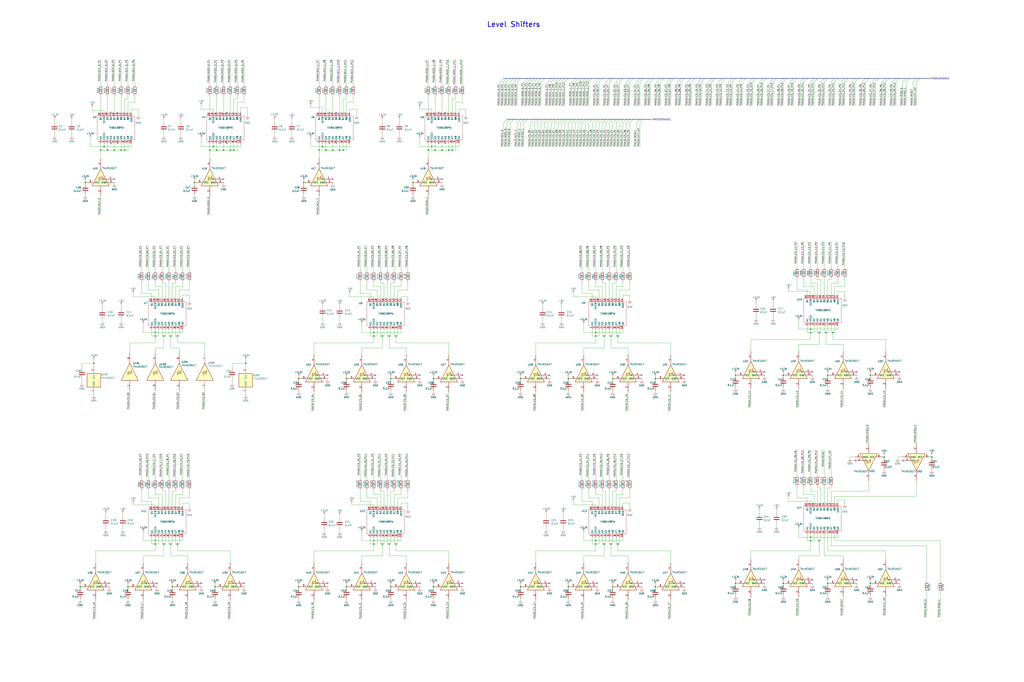
<source format=kicad_sch>
(kicad_sch (version 20231120) (generator "eeschema") (generator_version "8.0")
  (paper "User" 762 508)
  (junction (at 603.25 245.11))
  (junction (at 619.76 247.65))
  (junction (at 278.13 250.19))
  (junction (at 614.68 247.65))
  (junction (at 693.42 340.36))
  (junction (at 290.83 436.88))
  (junction (at 278.13 405.13))
  (junction (at 290.83 281.94))
  (junction (at 459.74 250.19))
  (junction (at 443.23 250.19))
  (junction (at 77.47 109.22))
  (junction (at 322.58 281.94))
  (junction (at 615.95 279.4))
  (junction (at 222.25 436.88))
  (junction (at 647.7 279.4))
  (junction (at 128.27 436.88))
  (junction (at 284.48 405.13))
  (junction (at 242.57 111.76))
  (junction (at 307.34 135.89))
  (junction (at 182.88 270.51))
  (junction (at 647.7 434.34))
  (junction (at 609.6 247.65))
  (junction (at 257.81 281.94))
  (junction (at 582.93 279.4))
  (junction (at 328.93 111.76))
  (junction (at 487.68 436.88))
  (junction (at 156.21 111.76))
  (junction (at 278.13 402.59))
  (junction (at 284.48 250.19))
  (junction (at 603.25 247.65))
  (junction (at 323.85 111.76))
  (junction (at 132.08 405.13))
  (junction (at 132.08 250.19))
  (junction (at 166.37 111.76))
  (junction (at 171.45 111.76))
  (junction (at 173.99 111.76))
  (junction (at 582.93 434.34))
  (junction (at 487.68 281.94))
  (junction (at 255.27 111.76))
  (junction (at 247.65 111.76))
  (junction (at 252.73 111.76))
  (junction (at 422.91 281.94))
  (junction (at 95.25 436.88))
  (junction (at 294.64 405.13))
  (junction (at 459.74 405.13))
  (junction (at 289.56 250.19))
  (junction (at 443.23 247.65))
  (junction (at 449.58 405.13))
  (junction (at 115.57 247.65))
  (junction (at 90.17 111.76))
  (junction (at 121.92 250.19))
  (junction (at 657.86 340.36))
  (junction (at 336.55 111.76))
  (junction (at 454.66 250.19))
  (junction (at 322.58 436.88))
  (junction (at 422.91 436.88))
  (junction (at 318.77 111.76))
  (junction (at 387.35 281.94))
  (junction (at 121.92 405.13))
  (junction (at 237.49 111.76))
  (junction (at 240.03 109.22))
  (junction (at 161.29 111.76))
  (junction (at 278.13 247.65))
  (junction (at 603.25 402.59))
  (junction (at 387.35 436.88))
  (junction (at 547.37 279.4))
  (junction (at 144.78 135.89))
  (junction (at 127 405.13))
  (junction (at 321.31 109.22))
  (junction (at 226.06 135.89))
  (junction (at 59.69 436.88))
  (junction (at 454.66 405.13))
  (junction (at 289.56 405.13))
  (junction (at 69.85 270.51))
  (junction (at 455.93 281.94))
  (junction (at 334.01 111.76))
  (junction (at 80.01 111.76))
  (junction (at 443.23 402.59))
  (junction (at 127 250.19))
  (junction (at 455.93 436.88))
  (junction (at 603.25 400.05))
  (junction (at 74.93 111.76))
  (junction (at 115.57 250.19))
  (junction (at 547.37 434.34))
  (junction (at 294.64 250.19))
  (junction (at 257.81 436.88))
  (junction (at 63.5 135.89))
  (junction (at 92.71 111.76))
  (junction (at 158.75 109.22))
  (junction (at 85.09 111.76))
  (junction (at 115.57 402.59))
  (junction (at 615.95 434.34))
  (junction (at 222.25 281.94))
  (junction (at 443.23 405.13))
  (junction (at 609.6 402.59))
  (junction (at 160.02 436.88))
  (junction (at 115.57 405.13))
  (junction (at 449.58 250.19))
  (no_connect (at 163.83 83.82))
  (no_connect (at 604.52 431.8))
  (no_connect (at 149.86 434.34))
  (no_connect (at 85.09 133.35))
  (no_connect (at 279.4 434.34))
  (no_connect (at 344.17 279.4))
  (no_connect (at 637.54 431.8))
  (no_connect (at 344.17 434.34))
  (no_connect (at 312.42 279.4))
  (no_connect (at 444.5 434.34))
  (no_connect (at 509.27 434.34))
  (no_connect (at 326.39 83.82))
  (no_connect (at 250.19 106.68))
  (no_connect (at 671.83 342.9))
  (no_connect (at 408.94 279.4))
  (no_connect (at 116.84 434.34))
  (no_connect (at 81.28 434.34))
  (no_connect (at 163.83 106.68))
  (no_connect (at 168.91 106.68))
  (no_connect (at 331.47 83.82))
  (no_connect (at 477.52 279.4))
  (no_connect (at 243.84 279.4))
  (no_connect (at 326.39 106.68))
  (no_connect (at 509.27 279.4))
  (no_connect (at 87.63 106.68))
  (no_connect (at 669.29 276.86))
  (no_connect (at 408.94 434.34))
  (no_connect (at 636.27 342.9))
  (no_connect (at 82.55 83.82))
  (no_connect (at 637.54 276.86))
  (no_connect (at 568.96 276.86))
  (no_connect (at 166.37 133.35))
  (no_connect (at 247.65 133.35))
  (no_connect (at 245.11 83.82))
  (no_connect (at 331.47 106.68))
  (no_connect (at 181.61 434.34))
  (no_connect (at 82.55 106.68))
  (no_connect (at 444.5 279.4))
  (no_connect (at 279.4 279.4))
  (no_connect (at 312.42 434.34))
  (no_connect (at 604.52 276.86))
  (no_connect (at 168.91 83.82))
  (no_connect (at 568.96 431.8))
  (no_connect (at 477.52 434.34))
  (no_connect (at 250.19 83.82))
  (no_connect (at 245.11 106.68))
  (no_connect (at 243.84 434.34))
  (no_connect (at 328.93 133.35))
  (no_connect (at 669.29 431.8))
  (no_connect (at 87.63 83.82))
  (bus_entry (at 588.01 60.96) (size 2.54 -2.54))
  (bus_entry (at 422.91 91.44) (size 2.54 -2.54))
  (bus_entry (at 621.03 60.96) (size 2.54 -2.54))
  (bus_entry (at 544.83 60.96) (size 2.54 -2.54))
  (bus_entry (at 473.71 91.44) (size 2.54 -2.54))
  (bus_entry (at 425.45 91.44) (size 2.54 -2.54))
  (bus_entry (at 626.11 60.96) (size 2.54 -2.54))
  (bus_entry (at 455.93 91.44) (size 2.54 -2.54))
  (bus_entry (at 415.29 60.96) (size 2.54 -2.54))
  (bus_entry (at 400.05 91.44) (size 2.54 -2.54))
  (bus_entry (at 521.97 60.96) (size 2.54 -2.54))
  (bus_entry (at 468.63 91.44) (size 2.54 -2.54))
  (bus_entry (at 377.19 60.96) (size 2.54 -2.54))
  (bus_entry (at 506.73 60.96) (size 2.54 -2.54))
  (bus_entry (at 466.09 91.44) (size 2.54 -2.54))
  (bus_entry (at 430.53 60.96) (size 2.54 -2.54))
  (bus_entry (at 671.83 60.96) (size 2.54 -2.54))
  (bus_entry (at 417.83 60.96) (size 2.54 -2.54))
  (bus_entry (at 534.67 60.96) (size 2.54 -2.54))
  (bus_entry (at 453.39 60.96) (size 2.54 -2.54))
  (bus_entry (at 461.01 60.96) (size 2.54 -2.54))
  (bus_entry (at 613.41 60.96) (size 2.54 -2.54))
  (bus_entry (at 537.21 60.96) (size 2.54 -2.54))
  (bus_entry (at 420.37 91.44) (size 2.54 -2.54))
  (bus_entry (at 402.59 91.44) (size 2.54 -2.54))
  (bus_entry (at 443.23 91.44) (size 2.54 -2.54))
  (bus_entry (at 499.11 60.96) (size 2.54 -2.54))
  (bus_entry (at 427.99 60.96) (size 2.54 -2.54))
  (bus_entry (at 445.77 91.44) (size 2.54 -2.54))
  (bus_entry (at 582.93 60.96) (size 2.54 -2.54))
  (bus_entry (at 445.77 60.96) (size 2.54 -2.54))
  (bus_entry (at 440.69 91.44) (size 2.54 -2.54))
  (bus_entry (at 603.25 60.96) (size 2.54 -2.54))
  (bus_entry (at 458.47 60.96) (size 2.54 -2.54))
  (bus_entry (at 382.27 60.96) (size 2.54 -2.54))
  (bus_entry (at 392.43 60.96) (size 2.54 -2.54))
  (bus_entry (at 595.63 60.96) (size 2.54 -2.54))
  (bus_entry (at 379.73 60.96) (size 2.54 -2.54))
  (bus_entry (at 641.35 60.96) (size 2.54 -2.54))
  (bus_entry (at 598.17 60.96) (size 2.54 -2.54))
  (bus_entry (at 463.55 91.44) (size 2.54 -2.54))
  (bus_entry (at 412.75 60.96) (size 2.54 -2.54))
  (bus_entry (at 450.85 60.96) (size 2.54 -2.54))
  (bus_entry (at 394.97 60.96) (size 2.54 -2.54))
  (bus_entry (at 433.07 60.96) (size 2.54 -2.54))
  (bus_entry (at 450.85 91.44) (size 2.54 -2.54))
  (bus_entry (at 648.97 60.96) (size 2.54 -2.54))
  (bus_entry (at 430.53 91.44) (size 2.54 -2.54))
  (bus_entry (at 384.81 91.44) (size 2.54 -2.54))
  (bus_entry (at 496.57 60.96) (size 2.54 -2.54))
  (bus_entry (at 481.33 60.96) (size 2.54 -2.54))
  (bus_entry (at 394.97 91.44) (size 2.54 -2.54))
  (bus_entry (at 679.45 60.96) (size 2.54 -2.54))
  (bus_entry (at 435.61 91.44) (size 2.54 -2.54))
  (bus_entry (at 453.39 91.44) (size 2.54 -2.54))
  (bus_entry (at 389.89 60.96) (size 2.54 -2.54))
  (bus_entry (at 402.59 60.96) (size 2.54 -2.54))
  (bus_entry (at 427.99 91.44) (size 2.54 -2.54))
  (bus_entry (at 389.89 91.44) (size 2.54 -2.54))
  (bus_entry (at 405.13 91.44) (size 2.54 -2.54))
  (bus_entry (at 580.39 60.96) (size 2.54 -2.54))
  (bus_entry (at 610.87 60.96) (size 2.54 -2.54))
  (bus_entry (at 417.83 91.44) (size 2.54 -2.54))
  (bus_entry (at 448.31 91.44) (size 2.54 -2.54))
  (bus_entry (at 387.35 91.44) (size 2.54 -2.54))
  (bus_entry (at 466.09 60.96) (size 2.54 -2.54))
  (bus_entry (at 420.37 60.96) (size 2.54 -2.54))
  (bus_entry (at 410.21 60.96) (size 2.54 -2.54))
  (bus_entry (at 372.11 60.96) (size 2.54 -2.54))
  (bus_entry (at 643.89 60.96) (size 2.54 -2.54))
  (bus_entry (at 384.81 60.96) (size 2.54 -2.54))
  (bus_entry (at 519.43 60.96) (size 2.54 -2.54))
  (bus_entry (at 618.49 60.96) (size 2.54 -2.54))
  (bus_entry (at 476.25 60.96) (size 2.54 -2.54))
  (bus_entry (at 511.81 60.96) (size 2.54 -2.54))
  (bus_entry (at 575.31 60.96) (size 2.54 -2.54))
  (bus_entry (at 483.87 60.96) (size 2.54 -2.54))
  (bus_entry (at 504.19 60.96) (size 2.54 -2.54))
  (bus_entry (at 458.47 91.44) (size 2.54 -2.54))
  (bus_entry (at 377.19 91.44) (size 2.54 -2.54))
  (bus_entry (at 397.51 60.96) (size 2.54 -2.54))
  (bus_entry (at 651.51 60.96) (size 2.54 -2.54))
  (bus_entry (at 433.07 91.44) (size 2.54 -2.54))
  (bus_entry (at 435.61 60.96) (size 2.54 -2.54))
  (bus_entry (at 565.15 60.96) (size 2.54 -2.54))
  (bus_entry (at 674.37 60.96) (size 2.54 -2.54))
  (bus_entry (at 461.01 91.44) (size 2.54 -2.54))
  (bus_entry (at 557.53 60.96) (size 2.54 -2.54))
  (bus_entry (at 527.05 60.96) (size 2.54 -2.54))
  (bus_entry (at 443.23 60.96) (size 2.54 -2.54))
  (bus_entry (at 374.65 60.96) (size 2.54 -2.54))
  (bus_entry (at 379.73 91.44) (size 2.54 -2.54))
  (bus_entry (at 681.99 60.96) (size 2.54 -2.54))
  (bus_entry (at 397.51 91.44) (size 2.54 -2.54))
  (bus_entry (at 473.71 60.96) (size 2.54 -2.54))
  (bus_entry (at 407.67 60.96) (size 2.54 -2.54))
  (bus_entry (at 488.95 60.96) (size 2.54 -2.54))
  (bus_entry (at 514.35 60.96) (size 2.54 -2.54))
  (bus_entry (at 666.75 60.96) (size 2.54 -2.54))
  (bus_entry (at 468.63 60.96) (size 2.54 -2.54))
  (bus_entry (at 549.91 60.96) (size 2.54 -2.54))
  (bus_entry (at 659.13 60.96) (size 2.54 -2.54))
  (bus_entry (at 374.65 91.44) (size 2.54 -2.54))
  (bus_entry (at 438.15 91.44) (size 2.54 -2.54))
  (bus_entry (at 567.69 60.96) (size 2.54 -2.54))
  (bus_entry (at 633.73 60.96) (size 2.54 -2.54))
  (bus_entry (at 590.55 60.96) (size 2.54 -2.54))
  (bus_entry (at 476.25 91.44) (size 2.54 -2.54))
  (bus_entry (at 664.21 60.96) (size 2.54 -2.54))
  (bus_entry (at 572.77 60.96) (size 2.54 -2.54))
  (bus_entry (at 425.45 60.96) (size 2.54 -2.54))
  (bus_entry (at 605.79 60.96) (size 2.54 -2.54))
  (bus_entry (at 552.45 60.96) (size 2.54 -2.54))
  (bus_entry (at 628.65 60.96) (size 2.54 -2.54))
  (bus_entry (at 491.49 60.96) (size 2.54 -2.54))
  (bus_entry (at 410.21 91.44) (size 2.54 -2.54))
  (bus_entry (at 400.05 60.96) (size 2.54 -2.54))
  (bus_entry (at 412.75 91.44) (size 2.54 -2.54))
  (bus_entry (at 560.07 60.96) (size 2.54 -2.54))
  (bus_entry (at 438.15 60.96) (size 2.54 -2.54))
  (bus_entry (at 636.27 60.96) (size 2.54 -2.54))
  (bus_entry (at 529.59 60.96) (size 2.54 -2.54))
  (bus_entry (at 407.67 91.44) (size 2.54 -2.54))
  (bus_entry (at 542.29 60.96) (size 2.54 -2.54))
  (bus_entry (at 415.29 91.44) (size 2.54 -2.54))
  (bus_entry (at 656.59 60.96) (size 2.54 -2.54))
  (wire (pts (xy 671.83 340.36) (xy 668.02 340.36)))
  (wire (pts (xy 295.91 400.05) (xy 295.91 405.13)))
  (wire (pts (xy 608.33 335.28) (xy 608.33 354.33)))
  (wire (pts (xy 568.96 435.61) (xy 568.96 434.34)))
  (wire (pts (xy 133.35 215.9) (xy 140.97 215.9)))
  (wire (pts (xy 461.01 91.44) (xy 461.01 109.22)))
  (wire (pts (xy 534.67 60.96) (xy 534.67 78.74)))
  (wire (pts (xy 77.47 106.68) (xy 77.47 109.22)))
  (wire (pts (xy 68.58 82.55) (xy 68.58 80.01)))
  (bus (pts (xy 420.37 58.42) (xy 422.91 58.42)))
  (wire (pts (xy 130.81 250.19) (xy 132.08 250.19)))
  (wire (pts (xy 312.42 109.22) (xy 321.31 109.22)))
  (wire (pts (xy 284.48 414.02) (xy 284.48 405.13)))
  (wire (pts (xy 603.25 397.51) (xy 603.25 400.05)))
  (bus (pts (xy 392.43 88.9) (xy 397.51 88.9)))
  (wire (pts (xy 222.25 436.88) (xy 223.52 436.88)))
  (wire (pts (xy 448.31 365.76) (xy 450.85 365.76)))
  (wire (pts (xy 615.95 433.07) (xy 615.95 434.34)))
  (wire (pts (xy 140.97 182.88) (xy 140.97 201.93)))
  (wire (pts (xy 120.65 337.82) (xy 120.65 356.87)))
  (wire (pts (xy 278.13 250.19) (xy 278.13 255.27)))
  (wire (pts (xy 67.31 102.87) (xy 67.31 109.22)))
  (wire (pts (xy 443.23 405.13) (xy 443.23 410.21)))
  (wire (pts (xy 410.21 60.96) (xy 410.21 78.74)))
  (wire (pts (xy 295.91 215.9) (xy 303.53 215.9)))
  (wire (pts (xy 132.08 405.13) (xy 132.08 410.21)))
  (wire (pts (xy 382.27 60.96) (xy 382.27 78.74)))
  (wire (pts (xy 278.13 337.82) (xy 278.13 356.87)))
  (wire (pts (xy 95.25 76.2) (xy 100.33 76.2)))
  (wire (pts (xy 293.37 245.11) (xy 293.37 250.19)))
  (wire (pts (xy 336.55 111.76) (xy 336.55 106.68)))
  (wire (pts (xy 448.31 182.88) (xy 448.31 201.93)))
  (wire (pts (xy 443.23 402.59) (xy 463.55 402.59)))
  (wire (pts (xy 156.21 44.45) (xy 156.21 63.5)))
  (bus (pts (xy 476.25 58.42) (xy 478.79 58.42)))
  (wire (pts (xy 627.38 444.5) (xy 627.38 458.47)))
  (wire (pts (xy 120.65 365.76) (xy 123.19 365.76)))
  (wire (pts (xy 60.96 270.51) (xy 69.85 270.51)))
  (wire (pts (xy 598.17 368.3) (xy 605.79 368.3)))
  (wire (pts (xy 610.87 60.96) (xy 610.87 78.74)))
  (wire (pts (xy 613.41 247.65) (xy 614.68 247.65)))
  (wire (pts (xy 74.93 111.76) (xy 80.01 111.76)))
  (wire (pts (xy 110.49 182.88) (xy 110.49 201.93)))
  (wire (pts (xy 339.09 73.66) (xy 339.09 71.12)))
  (wire (pts (xy 334.01 111.76) (xy 334.01 106.68)))
  (bus (pts (xy 575.31 58.42) (xy 577.85 58.42)))
  (wire (pts (xy 120.65 213.36) (xy 120.65 222.25)))
  (wire (pts (xy 608.33 247.65) (xy 609.6 247.65)))
  (wire (pts (xy 125.73 182.88) (xy 125.73 201.93)))
  (wire (pts (xy 303.53 374.65) (xy 303.53 379.73)))
  (wire (pts (xy 217.17 88.9) (xy 217.17 91.44)))
  (wire (pts (xy 603.25 402.59) (xy 605.79 402.59)))
  (wire (pts (xy 105.41 218.44) (xy 105.41 209.55)))
  (wire (pts (xy 466.09 91.44) (xy 466.09 109.22)))
  (wire (pts (xy 558.8 289.56) (xy 558.8 303.53)))
  (wire (pts (xy 450.85 210.82) (xy 450.85 222.25)))
  (bus (pts (xy 425.45 88.9) (xy 427.99 88.9)))
  (wire (pts (xy 110.49 370.84) (xy 118.11 370.84)))
  (wire (pts (xy 318.77 44.45) (xy 318.77 63.5)))
  (wire (pts (xy 647.7 434.34) (xy 647.7 435.61)))
  (wire (pts (xy 63.5 134.62) (xy 63.5 135.89)))
  (wire (pts (xy 608.33 397.51) (xy 608.33 402.59)))
  (wire (pts (xy 323.85 111.76) (xy 328.93 111.76)))
  (wire (pts (xy 130.81 245.11) (xy 130.81 250.19)))
  (wire (pts (xy 85.09 71.12) (xy 85.09 83.82)))
  (wire (pts (xy 443.23 247.65) (xy 463.55 247.65)))
  (wire (pts (xy 443.23 400.05) (xy 443.23 402.59)))
  (wire (pts (xy 379.73 91.44) (xy 379.73 109.22)))
  (wire (pts (xy 265.43 81.28) (xy 265.43 86.36)))
  (wire (pts (xy 487.68 290.83) (xy 487.68 292.1)))
  (wire (pts (xy 323.85 44.45) (xy 323.85 63.5)))
  (wire (pts (xy 96.52 290.83) (xy 96.52 304.8)))
  (wire (pts (xy 674.37 60.96) (xy 674.37 78.74)))
  (bus (pts (xy 552.45 58.42) (xy 554.99 58.42)))
  (bus (pts (xy 478.79 58.42) (xy 483.87 58.42)))
  (wire (pts (xy 458.47 210.82) (xy 458.47 209.55)))
  (bus (pts (xy 415.29 58.42) (xy 417.83 58.42)))
  (wire (pts (xy 659.13 60.96) (xy 659.13 78.74)))
  (wire (pts (xy 463.55 337.82) (xy 463.55 356.87)))
  (wire (pts (xy 594.36 393.7) (xy 594.36 400.05)))
  (bus (pts (xy 577.85 58.42) (xy 582.93 58.42)))
  (wire (pts (xy 463.55 213.36) (xy 463.55 209.55)))
  (wire (pts (xy 181.61 438.15) (xy 181.61 436.88)))
  (wire (pts (xy 453.39 364.49) (xy 453.39 377.19)))
  (wire (pts (xy 120.65 405.13) (xy 121.92 405.13)))
  (wire (pts (xy 120.65 365.76) (xy 120.65 364.49)))
  (wire (pts (xy 278.13 405.13) (xy 278.13 410.21)))
  (wire (pts (xy 671.83 60.96) (xy 671.83 78.74)))
  (wire (pts (xy 176.53 44.45) (xy 176.53 63.5)))
  (wire (pts (xy 387.35 280.67) (xy 387.35 281.94)))
  (wire (pts (xy 231.14 109.22) (xy 240.03 109.22)))
  (wire (pts (xy 392.43 60.96) (xy 392.43 78.74)))
  (wire (pts (xy 422.91 91.44) (xy 422.91 109.22)))
  (wire (pts (xy 247.65 71.12) (xy 247.65 83.82)))
  (wire (pts (xy 582.93 434.34) (xy 582.93 435.61)))
  (wire (pts (xy 467.36 259.08) (xy 467.36 264.16)))
  (wire (pts (xy 491.49 60.96) (xy 491.49 78.74)))
  (bus (pts (xy 382.27 88.9) (xy 387.35 88.9)))
  (wire (pts (xy 134.62 99.06) (xy 134.62 101.6)))
  (wire (pts (xy 255.27 83.82) (xy 255.27 73.66)))
  (wire (pts (xy 657.86 339.09) (xy 657.86 340.36)))
  (wire (pts (xy 435.61 91.44) (xy 435.61 109.22)))
  (wire (pts (xy 443.23 377.19) (xy 443.23 375.92)))
  (wire (pts (xy 598.17 180.34) (xy 598.17 199.39)))
  (wire (pts (xy 623.57 372.11) (xy 628.65 372.11)))
  (wire (pts (xy 92.71 83.82) (xy 92.71 73.66)))
  (wire (pts (xy 627.38 256.54) (xy 627.38 261.62)))
  (wire (pts (xy 628.65 60.96) (xy 628.65 78.74)))
  (bus (pts (xy 463.55 58.42) (xy 468.63 58.42)))
  (wire (pts (xy 610.87 247.65) (xy 610.87 242.57)))
  (wire (pts (xy 448.31 210.82) (xy 450.85 210.82)))
  (wire (pts (xy 298.45 368.3) (xy 298.45 364.49)))
  (wire (pts (xy 473.71 60.96) (xy 473.71 78.74)))
  (wire (pts (xy 285.75 405.13) (xy 285.75 400.05)))
  (wire (pts (xy 140.97 370.84) (xy 140.97 364.49)))
  (wire (pts (xy 269.24 402.59) (xy 278.13 402.59)))
  (wire (pts (xy 398.78 447.04) (xy 398.78 461.01)))
  (wire (pts (xy 280.67 405.13) (xy 280.67 400.05)))
  (wire (pts (xy 283.21 210.82) (xy 285.75 210.82)))
  (wire (pts (xy 298.45 374.65) (xy 303.53 374.65)))
  (bus (pts (xy 615.95 58.42) (xy 621.03 58.42)))
  (wire (pts (xy 158.75 109.22) (xy 179.07 109.22)))
  (wire (pts (xy 450.85 365.76) (xy 450.85 377.19)))
  (wire (pts (xy 275.59 222.25) (xy 275.59 218.44)))
  (wire (pts (xy 468.63 182.88) (xy 468.63 201.93)))
  (wire (pts (xy 242.57 111.76) (xy 247.65 111.76)))
  (wire (pts (xy 669.29 280.67) (xy 669.29 279.4)))
  (wire (pts (xy 115.57 364.49) (xy 115.57 368.3)))
  (wire (pts (xy 600.71 219.71) (xy 600.71 215.9)))
  (wire (pts (xy 240.03 227.33) (xy 240.03 228.6)))
  (wire (pts (xy 448.31 365.76) (xy 448.31 364.49)))
  (wire (pts (xy 293.37 337.82) (xy 293.37 356.87)))
  (wire (pts (xy 130.81 405.13) (xy 132.08 405.13)))
  (wire (pts (xy 273.05 209.55) (xy 273.05 215.9)))
  (wire (pts (xy 69.85 293.37) (xy 69.85 294.64)))
  (wire (pts (xy 397.51 91.44) (xy 397.51 109.22)))
  (wire (pts (xy 547.37 433.07) (xy 547.37 434.34)))
  (wire (pts (xy 434.34 414.02) (xy 449.58 414.02)))
  (wire (pts (xy 134.62 88.9) (xy 134.62 91.44)))
  (wire (pts (xy 135.89 245.11) (xy 135.89 247.65)))
  (wire (pts (xy 453.39 209.55) (xy 453.39 222.25)))
  (wire (pts (xy 455.93 210.82) (xy 458.47 210.82)))
  (wire (pts (xy 179.07 80.01) (xy 184.15 80.01)))
  (bus (pts (xy 407.67 88.9) (xy 410.21 88.9)))
  (wire (pts (xy 252.73 227.33) (xy 252.73 228.6)))
  (wire (pts (xy 455.93 281.94) (xy 455.93 283.21)))
  (wire (pts (xy 668.02 341.63) (xy 668.02 340.36)))
  (bus (pts (xy 554.99 58.42) (xy 560.07 58.42)))
  (wire (pts (xy 565.15 389.89) (xy 565.15 392.43)))
  (wire (pts (xy 426.72 220.98) (xy 426.72 218.44)))
  (wire (pts (xy 293.37 213.36) (xy 298.45 213.36)))
  (wire (pts (xy 476.25 91.44) (xy 476.25 109.22)))
  (wire (pts (xy 461.01 60.96) (xy 461.01 78.74)))
  (wire (pts (xy 100.33 76.2) (xy 100.33 71.12)))
  (wire (pts (xy 434.34 259.08) (xy 449.58 259.08)))
  (wire (pts (xy 133.35 370.84) (xy 140.97 370.84)))
  (wire (pts (xy 255.27 73.66) (xy 257.81 73.66)))
  (wire (pts (xy 547.37 288.29) (xy 547.37 289.56)))
  (wire (pts (xy 279.4 283.21) (xy 279.4 281.94)))
  (wire (pts (xy 231.14 78.74) (xy 231.14 80.01)))
  (wire (pts (xy 565.15 379.73) (xy 565.15 382.27)))
  (wire (pts (xy 582.93 60.96) (xy 582.93 78.74)))
  (bus (pts (xy 600.71 58.42) (xy 605.79 58.42)))
  (wire (pts (xy 269.24 396.24) (xy 269.24 402.59)))
  (bus (pts (xy 560.07 58.42) (xy 562.61 58.42)))
  (wire (pts (xy 125.73 400.05) (xy 125.73 405.13)))
  (wire (pts (xy 455.93 377.19) (xy 455.93 365.76)))
  (wire (pts (xy 115.57 247.65) (xy 135.89 247.65)))
  (wire (pts (xy 549.91 60.96) (xy 549.91 78.74)))
  (wire (pts (xy 269.24 259.08) (xy 284.48 259.08)))
  (bus (pts (xy 654.05 58.42) (xy 659.13 58.42)))
  (wire (pts (xy 328.93 137.16) (xy 328.93 135.89)))
  (wire (pts (xy 604.52 280.67) (xy 604.52 279.4)))
  (wire (pts (xy 278.13 250.19) (xy 280.67 250.19)))
  (wire (pts (xy 419.1 392.43) (xy 419.1 394.97)))
  (wire (pts (xy 166.37 111.76) (xy 171.45 111.76)))
  (wire (pts (xy 294.64 250.19) (xy 294.64 255.27)))
  (bus (pts (xy 417.83 88.9) (xy 420.37 88.9)))
  (wire (pts (xy 288.29 245.11) (xy 288.29 250.19)))
  (wire (pts (xy 444.5 283.21) (xy 444.5 281.94)))
  (wire (pts (xy 666.75 60.96) (xy 666.75 78.74)))
  (wire (pts (xy 69.85 270.51) (xy 69.85 273.05)))
  (wire (pts (xy 323.85 71.12) (xy 323.85 83.82)))
  (wire (pts (xy 90.17 237.49) (xy 90.17 240.03)))
  (wire (pts (xy 656.59 340.36) (xy 657.86 340.36)))
  (bus (pts (xy 377.19 58.42) (xy 379.73 58.42)))
  (bus (pts (xy 570.23 58.42) (xy 575.31 58.42)))
  (wire (pts (xy 135.89 374.65) (xy 140.97 374.65)))
  (wire (pts (xy 445.77 370.84) (xy 445.77 377.19)))
  (wire (pts (xy 298.45 220.98) (xy 303.53 220.98)))
  (wire (pts (xy 222.25 436.88) (xy 222.25 438.15)))
  (wire (pts (xy 609.6 247.65) (xy 610.87 247.65)))
  (wire (pts (xy 293.37 405.13) (xy 294.64 405.13)))
  (wire (pts (xy 267.97 182.88) (xy 267.97 201.93)))
  (wire (pts (xy 278.13 209.55) (xy 278.13 213.36)))
  (wire (pts (xy 613.41 414.02) (xy 627.38 414.02)))
  (wire (pts (xy 600.71 247.65) (xy 603.25 247.65)))
  (wire (pts (xy 318.77 106.68) (xy 318.77 111.76)))
  (wire (pts (xy 118.11 370.84) (xy 118.11 377.19)))
  (wire (pts (xy 123.19 405.13) (xy 123.19 400.05)))
  (wire (pts (xy 568.96 280.67) (xy 568.96 279.4)))
  (wire (pts (xy 389.89 91.44) (xy 389.89 109.22)))
  (wire (pts (xy 323.85 111.76) (xy 323.85 106.68)))
  (wire (pts (xy 600.71 215.9) (xy 593.09 215.9)))
  (wire (pts (xy 321.31 83.82) (xy 321.31 81.28)))
  (wire (pts (xy 233.68 255.27) (xy 233.68 264.16)))
  (wire (pts (xy 593.09 215.9) (xy 593.09 207.01)))
  (wire (pts (xy 290.83 436.88) (xy 292.1 436.88)))
  (wire (pts (xy 603.25 365.76) (xy 608.33 365.76)))
  (bus (pts (xy 661.67 58.42) (xy 666.75 58.42)))
  (wire (pts (xy 135.89 377.19) (xy 135.89 374.65)))
  (wire (pts (xy 307.34 134.62) (xy 307.34 135.89)))
  (wire (pts (xy 450.85 60.96) (xy 450.85 78.74)))
  (wire (pts (xy 455.93 436.88) (xy 455.93 438.15)))
  (wire (pts (xy 519.43 60.96) (xy 519.43 78.74)))
  (wire (pts (xy 115.57 337.82) (xy 115.57 356.87)))
  (wire (pts (xy 443.23 250.19) (xy 445.77 250.19)))
  (wire (pts (xy 461.01 377.19) (xy 461.01 370.84)))
  (bus (pts (xy 547.37 58.42) (xy 552.45 58.42)))
  (wire (pts (xy 433.07 218.44) (xy 433.07 209.55)))
  (wire (pts (xy 445.77 250.19) (xy 445.77 245.11)))
  (wire (pts (xy 659.13 410.21) (xy 659.13 416.56)))
  (wire (pts (xy 85.09 44.45) (xy 85.09 63.5)))
  (wire (pts (xy 415.29 60.96) (xy 415.29 78.74)))
  (wire (pts (xy 603.25 335.28) (xy 603.25 354.33)))
  (bus (pts (xy 394.97 58.42) (xy 397.51 58.42)))
  (wire (pts (xy 278.13 402.59) (xy 298.45 402.59)))
  (wire (pts (xy 130.81 400.05) (xy 130.81 405.13)))
  (wire (pts (xy 618.49 335.28) (xy 618.49 354.33)))
  (wire (pts (xy 298.45 222.25) (xy 298.45 220.98)))
  (wire (pts (xy 669.29 435.61) (xy 669.29 434.34)))
  (wire (pts (xy 377.19 60.96) (xy 377.19 78.74)))
  (wire (pts (xy 279.4 438.15) (xy 279.4 436.88)))
  (wire (pts (xy 468.63 219.71) (xy 468.63 223.52)))
  (wire (pts (xy 487.68 280.67) (xy 487.68 281.94)))
  (wire (pts (xy 240.03 236.22) (xy 240.03 240.03)))
  (wire (pts (xy 529.59 60.96) (xy 529.59 78.74)))
  (wire (pts (xy 648.97 60.96) (xy 648.97 78.74)))
  (wire (pts (xy 105.41 182.88) (xy 105.41 201.93)))
  (wire (pts (xy 610.87 402.59) (xy 610.87 397.51)))
  (wire (pts (xy 120.65 210.82) (xy 123.19 210.82)))
  (wire (pts (xy 425.45 60.96) (xy 425.45 78.74)))
  (wire (pts (xy 443.23 245.11) (xy 443.23 247.65)))
  (wire (pts (xy 321.31 106.68) (xy 321.31 109.22)))
  (wire (pts (xy 458.47 245.11) (xy 458.47 250.19)))
  (wire (pts (xy 453.39 400.05) (xy 453.39 405.13)))
  (wire (pts (xy 115.57 405.13) (xy 115.57 410.21)))
  (wire (pts (xy 443.23 368.3) (xy 448.31 368.3)))
  (wire (pts (xy 422.91 290.83) (xy 422.91 292.1)))
  (wire (pts (xy 443.23 250.19) (xy 443.23 255.27)))
  (wire (pts (xy 463.55 182.88) (xy 463.55 201.93)))
  (wire (pts (xy 125.73 337.82) (xy 125.73 356.87)))
  (wire (pts (xy 90.17 227.33) (xy 90.17 229.87)))
  (wire (pts (xy 321.31 109.22) (xy 341.63 109.22)))
  (wire (pts (xy 172.72 270.51) (xy 172.72 274.32)))
  (wire (pts (xy 284.48 405.13) (xy 285.75 405.13)))
  (wire (pts (xy 255.27 111.76) (xy 257.81 111.76)))
  (wire (pts (xy 252.73 111.76) (xy 255.27 111.76)))
  (wire (pts (xy 619.76 247.65) (xy 621.03 247.65)))
  (wire (pts (xy 434.34 241.3) (xy 434.34 247.65)))
  (wire (pts (xy 453.39 182.88) (xy 453.39 201.93)))
  (bus (pts (xy 422.91 88.9) (xy 425.45 88.9)))
  (wire (pts (xy 116.84 438.15) (xy 116.84 436.88)))
  (wire (pts (xy 438.15 182.88) (xy 438.15 201.93)))
  (wire (pts (xy 455.93 365.76) (xy 458.47 365.76)))
  (wire (pts (xy 97.79 83.82) (xy 97.79 81.28)))
  (bus (pts (xy 608.33 58.42) (xy 613.41 58.42)))
  (wire (pts (xy 443.23 410.21) (xy 398.78 410.21)))
  (wire (pts (xy 623.57 219.71) (xy 623.57 217.17)))
  (wire (pts (xy 90.17 111.76) (xy 92.71 111.76)))
  (wire (pts (xy 595.63 60.96) (xy 595.63 78.74)))
  (wire (pts (xy 458.47 60.96) (xy 458.47 78.74)))
  (wire (pts (xy 85.09 111.76) (xy 85.09 106.68)))
  (wire (pts (xy 449.58 414.02) (xy 449.58 405.13)))
  (wire (pts (xy 161.29 44.45) (xy 161.29 63.5)))
  (bus (pts (xy 415.29 88.9) (xy 417.83 88.9)))
  (wire (pts (xy 267.97 218.44) (xy 267.97 209.55)))
  (wire (pts (xy 455.93 435.61) (xy 455.93 436.88)))
  (wire (pts (xy 182.88 267.97) (xy 182.88 270.51)))
  (wire (pts (xy 74.93 71.12) (xy 74.93 83.82)))
  (wire (pts (xy 433.07 91.44) (xy 433.07 109.22)))
  (wire (pts (xy 130.81 365.76) (xy 130.81 364.49)))
  (wire (pts (xy 176.53 73.66) (xy 176.53 71.12)))
  (wire (pts (xy 572.77 60.96) (xy 572.77 78.74)))
  (wire (pts (xy 594.36 414.02) (xy 609.6 414.02)))
  (wire (pts (xy 463.55 222.25) (xy 463.55 219.71)))
  (wire (pts (xy 127 405.13) (xy 127 414.02)))
  (wire (pts (xy 458.47 182.88) (xy 458.47 201.93)))
  (wire (pts (xy 582.93 434.34) (xy 584.2 434.34)))
  (wire (pts (xy 594.36 261.62) (xy 594.36 256.54)))
  (wire (pts (xy 133.35 290.83) (xy 133.35 304.8)))
  (wire (pts (xy 628.65 217.17) (xy 628.65 222.25)))
  (wire (pts (xy 560.07 60.96) (xy 560.07 78.74)))
  (wire (pts (xy 334.01 71.12) (xy 334.01 83.82)))
  (wire (pts (xy 387.35 91.44) (xy 387.35 109.22)))
  (wire (pts (xy 463.55 91.44) (xy 463.55 109.22)))
  (wire (pts (xy 322.58 280.67) (xy 322.58 281.94)))
  (wire (pts (xy 302.26 259.08) (xy 302.26 264.16)))
  (wire (pts (xy 280.67 250.19) (xy 280.67 245.11)))
  (wire (pts (xy 252.73 44.45) (xy 252.73 63.5)))
  (wire (pts (xy 430.53 91.44) (xy 430.53 109.22)))
  (bus (pts (xy 651.51 58.42) (xy 654.05 58.42)))
  (wire (pts (xy 547.37 434.34) (xy 547.37 435.61)))
  (wire (pts (xy 614.68 247.65) (xy 614.68 256.54)))
  (wire (pts (xy 290.83 210.82) (xy 293.37 210.82)))
  (wire (pts (xy 77.47 82.55) (xy 68.58 82.55)))
  (wire (pts (xy 454.66 250.19) (xy 454.66 259.08)))
  (wire (pts (xy 140.97 215.9) (xy 140.97 209.55)))
  (wire (pts (xy 237.49 146.05) (xy 237.49 160.02)))
  (wire (pts (xy 455.93 91.44) (xy 455.93 109.22)))
  (wire (pts (xy 387.35 436.88) (xy 388.62 436.88)))
  (wire (pts (xy 92.71 111.76) (xy 92.71 106.68)))
  (wire (pts (xy 115.57 250.19) (xy 118.11 250.19)))
  (wire (pts (xy 458.47 222.25) (xy 458.47 213.36)))
  (wire (pts (xy 135.89 222.25) (xy 135.89 219.71)))
  (wire (pts (xy 283.21 213.36) (xy 283.21 222.25)))
  (wire (pts (xy 294.64 410.21) (xy 334.01 410.21)))
  (wire (pts (xy 459.74 250.19) (xy 459.74 255.27)))
  (wire (pts (xy 125.73 209.55) (xy 125.73 222.25)))
  (wire (pts (xy 643.89 60.96) (xy 643.89 78.74)))
  (bus (pts (xy 435.61 88.9) (xy 438.15 88.9)))
  (wire (pts (xy 295.91 245.11) (xy 295.91 250.19)))
  (bus (pts (xy 445.77 58.42) (xy 448.31 58.42)))
  (wire (pts (xy 321.31 81.28) (xy 312.42 81.28)))
  (bus (pts (xy 674.37 58.42) (xy 676.91 58.42)))
  (bus (pts (xy 384.81 58.42) (xy 387.35 58.42)))
  (wire (pts (xy 156.21 146.05) (xy 156.21 160.02)))
  (wire (pts (xy 307.34 144.78) (xy 307.34 146.05)))
  (wire (pts (xy 537.21 60.96) (xy 537.21 78.74)))
  (bus (pts (xy 593.09 58.42) (xy 598.17 58.42)))
  (wire (pts (xy 261.62 375.92) (xy 261.62 374.65)))
  (wire (pts (xy 623.57 180.34) (xy 623.57 199.39)))
  (wire (pts (xy 298.45 377.19) (xy 298.45 374.65)))
  (wire (pts (xy 557.53 60.96) (xy 557.53 78.74)))
  (wire (pts (xy 318.77 111.76) (xy 323.85 111.76)))
  (wire (pts (xy 278.13 220.98) (xy 260.35 220.98)))
  (bus (pts (xy 499.11 58.42) (xy 501.65 58.42)))
  (wire (pts (xy 344.17 44.45) (xy 344.17 63.5)))
  (wire (pts (xy 160.02 436.88) (xy 160.02 438.15)))
  (wire (pts (xy 420.37 91.44) (xy 420.37 109.22)))
  (wire (pts (xy 278.13 400.05) (xy 278.13 402.59)))
  (wire (pts (xy 499.11 447.04) (xy 499.11 461.01)))
  (wire (pts (xy 427.99 91.44) (xy 427.99 109.22)))
  (wire (pts (xy 273.05 182.88) (xy 273.05 201.93)))
  (wire (pts (xy 438.15 337.82) (xy 438.15 356.87)))
  (wire (pts (xy 473.71 91.44) (xy 473.71 109.22)))
  (wire (pts (xy 603.25 180.34) (xy 603.25 199.39)))
  (wire (pts (xy 176.53 76.2) (xy 181.61 76.2)))
  (wire (pts (xy 608.33 363.22) (xy 610.87 363.22)))
  (wire (pts (xy 172.72 270.51) (xy 182.88 270.51)))
  (wire (pts (xy 128.27 365.76) (xy 130.81 365.76)))
  (wire (pts (xy 121.92 259.08) (xy 121.92 250.19)))
  (wire (pts (xy 115.57 182.88) (xy 115.57 201.93)))
  (wire (pts (xy 453.39 91.44) (xy 453.39 109.22)))
  (wire (pts (xy 618.49 365.76) (xy 646.43 365.76)))
  (wire (pts (xy 204.47 99.06) (xy 204.47 101.6)))
  (wire (pts (xy 96.52 255.27) (xy 96.52 262.89)))
  (wire (pts (xy 132.08 410.21) (xy 171.45 410.21)))
  (bus (pts (xy 438.15 88.9) (xy 440.69 88.9)))
  (wire (pts (xy 80.01 111.76) (xy 85.09 111.76)))
  (wire (pts (xy 558.8 252.73) (xy 558.8 261.62)))
  (wire (pts (xy 222.25 435.61) (xy 222.25 436.88)))
  (wire (pts (xy 603.25 217.17) (xy 586.74 217.17)))
  (wire (pts (xy 434.34 247.65) (xy 443.23 247.65)))
  (wire (pts (xy 290.83 365.76) (xy 293.37 365.76)))
  (bus (pts (xy 410.21 58.42) (xy 412.75 58.42)))
  (wire (pts (xy 562.61 234.95) (xy 562.61 237.49)))
  (wire (pts (xy 63.5 135.89) (xy 64.77 135.89)))
  (wire (pts (xy 130.81 222.25) (xy 130.81 213.36)))
  (wire (pts (xy 255.27 111.76) (xy 255.27 106.68)))
  (wire (pts (xy 237.49 44.45) (xy 237.49 63.5)))
  (wire (pts (xy 467.36 292.1) (xy 467.36 306.07)))
  (bus (pts (xy 638.81 58.42) (xy 643.89 58.42)))
  (bus (pts (xy 643.89 58.42) (xy 646.43 58.42)))
  (wire (pts (xy 278.13 245.11) (xy 278.13 247.65)))
  (wire (pts (xy 257.81 290.83) (xy 257.81 292.1)))
  (wire (pts (xy 443.23 220.98) (xy 426.72 220.98)))
  (wire (pts (xy 257.81 445.77) (xy 257.81 447.04)))
  (wire (pts (xy 290.83 245.11) (xy 290.83 250.19)))
  (wire (pts (xy 448.31 405.13) (xy 449.58 405.13)))
  (wire (pts (xy 115.57 405.13) (xy 118.11 405.13)))
  (wire (pts (xy 257.81 280.67) (xy 257.81 281.94)))
  (bus (pts (xy 529.59 58.42) (xy 532.13 58.42)))
  (wire (pts (xy 149.86 102.87) (xy 149.86 109.22)))
  (wire (pts (xy 608.33 208.28) (xy 610.87 208.28)))
  (wire (pts (xy 128.27 400.05) (xy 128.27 405.13)))
  (wire (pts (xy 290.83 222.25) (xy 290.83 210.82)))
  (wire (pts (xy 318.77 146.05) (xy 318.77 160.02)))
  (wire (pts (xy 278.13 368.3) (xy 283.21 368.3)))
  (wire (pts (xy 577.85 389.89) (xy 577.85 392.43)))
  (wire (pts (xy 443.23 91.44) (xy 443.23 109.22)))
  (wire (pts (xy 483.87 60.96) (xy 483.87 78.74)))
  (wire (pts (xy 468.63 215.9) (xy 468.63 209.55)))
  (wire (pts (xy 226.06 135.89) (xy 226.06 137.16)))
  (wire (pts (xy 459.74 250.19) (xy 461.01 250.19)))
  (wire (pts (xy 113.03 250.19) (xy 115.57 250.19)))
  (wire (pts (xy 252.73 236.22) (xy 252.73 240.03)))
  (wire (pts (xy 435.61 60.96) (xy 435.61 78.74)))
  (wire (pts (xy 615.95 279.4) (xy 615.95 280.67)))
  (wire (pts (xy 95.25 436.88) (xy 95.25 438.15)))
  (wire (pts (xy 278.13 213.36) (xy 283.21 213.36)))
  (wire (pts (xy 139.7 447.04) (xy 139.7 461.01)))
  (wire (pts (xy 544.83 60.96) (xy 544.83 78.74)))
  (wire (pts (xy 621.03 213.36) (xy 628.65 213.36)))
  (wire (pts (xy 128.27 245.11) (xy 128.27 250.19)))
  (wire (pts (xy 303.53 370.84) (xy 303.53 364.49)))
  (bus (pts (xy 412.75 58.42) (xy 415.29 58.42)))
  (wire (pts (xy 242.57 111.76) (xy 242.57 106.68)))
  (wire (pts (xy 290.83 435.61) (xy 290.83 436.88)))
  (wire (pts (xy 171.45 410.21) (xy 171.45 419.1)))
  (wire (pts (xy 499.11 292.1) (xy 499.11 306.07)))
  (wire (pts (xy 278.13 405.13) (xy 280.67 405.13)))
  (wire (pts (xy 387.35 281.94) (xy 388.62 281.94)))
  (wire (pts (xy 577.85 379.73) (xy 577.85 382.27)))
  (wire (pts (xy 434.34 402.59) (xy 443.23 402.59)))
  (wire (pts (xy 95.25 445.77) (xy 95.25 447.04)))
  (wire (pts (xy 140.97 374.65) (xy 140.97 378.46)))
  (wire (pts (xy 242.57 71.12) (xy 242.57 83.82)))
  (wire (pts (xy 461.01 215.9) (xy 468.63 215.9)))
  (wire (pts (xy 257.81 111.76) (xy 257.81 106.68)))
  (bus (pts (xy 669.29 58.42) (xy 674.37 58.42)))
  (wire (pts (xy 410.21 91.44) (xy 410.21 109.22)))
  (wire (pts (xy 692.15 340.36) (xy 693.42 340.36)))
  (wire (pts (xy 120.65 250.19) (xy 121.92 250.19)))
  (wire (pts (xy 275.59 218.44) (xy 267.97 218.44)))
  (wire (pts (xy 603.25 410.21) (xy 558.8 410.21)))
  (wire (pts (xy 547.37 279.4) (xy 547.37 280.67)))
  (wire (pts (xy 603.25 374.65) (xy 603.25 373.38)))
  (wire (pts (xy 288.29 250.19) (xy 289.56 250.19)))
  (wire (pts (xy 293.37 400.05) (xy 293.37 405.13)))
  (wire (pts (xy 120.65 245.11) (xy 120.65 250.19)))
  (wire (pts (xy 128.27 222.25) (xy 128.27 210.82)))
  (wire (pts (xy 558.8 444.5) (xy 558.8 458.47)))
  (wire (pts (xy 158.75 81.28) (xy 149.86 81.28)))
  (wire (pts (xy 241.3 393.7) (xy 241.3 396.24)))
  (wire (pts (xy 615.95 242.57) (xy 615.95 247.65)))
  (wire (pts (xy 647.7 434.34) (xy 648.97 434.34)))
  (wire (pts (xy 450.85 250.19) (xy 450.85 245.11)))
  (wire (pts (xy 312.42 81.28) (xy 312.42 80.01)))
  (wire (pts (xy 312.42 438.15) (xy 312.42 436.88)))
  (wire (pts (xy 260.35 220.98) (xy 260.35 218.44)))
  (bus (pts (xy 412.75 88.9) (xy 415.29 88.9)))
  (wire (pts (xy 425.45 91.44) (xy 425.45 109.22)))
  (wire (pts (xy 289.56 250.19) (xy 290.83 250.19)))
  (wire (pts (xy 575.31 224.79) (xy 575.31 227.33)))
  (wire (pts (xy 621.03 219.71) (xy 621.03 213.36)))
  (wire (pts (xy 604.52 435.61) (xy 604.52 434.34)))
  (wire (pts (xy 106.68 419.1) (xy 106.68 414.02)))
  (wire (pts (xy 434.34 396.24) (xy 434.34 402.59)))
  (wire (pts (xy 586.74 217.17) (xy 586.74 215.9)))
  (wire (pts (xy 430.53 60.96) (xy 430.53 78.74)))
  (wire (pts (xy 647.7 288.29) (xy 647.7 289.56)))
  (wire (pts (xy 290.83 280.67) (xy 290.83 281.94)))
  (wire (pts (xy 448.31 337.82) (xy 448.31 356.87)))
  (wire (pts (xy 448.31 400.05) (xy 448.31 405.13)))
  (wire (pts (xy 422.91 281.94) (xy 424.18 281.94)))
  (wire (pts (xy 384.81 60.96) (xy 384.81 78.74)))
  (wire (pts (xy 463.55 377.19) (xy 463.55 374.65)))
  (bus (pts (xy 427.99 58.42) (xy 430.53 58.42)))
  (wire (pts (xy 115.57 375.92) (xy 99.06 375.92)))
  (wire (pts (xy 181.61 76.2) (xy 181.61 71.12)))
  (wire (pts (xy 433.07 337.82) (xy 433.07 356.87)))
  (wire (pts (xy 422.91 280.67) (xy 422.91 281.94)))
  (wire (pts (xy 288.29 400.05) (xy 288.29 405.13)))
  (wire (pts (xy 240.03 106.68) (xy 240.03 109.22)))
  (wire (pts (xy 499.11 255.27) (xy 499.11 264.16)))
  (wire (pts (xy 448.31 245.11) (xy 448.31 250.19)))
  (wire (pts (xy 63.5 144.78) (xy 63.5 146.05)))
  (bus (pts (xy 471.17 88.9) (xy 476.25 88.9)))
  (wire (pts (xy 113.03 400.05) (xy 113.03 405.13)))
  (wire (pts (xy 125.73 364.49) (xy 125.73 377.19)))
  (wire (pts (xy 659.13 252.73) (xy 659.13 261.62)))
  (bus (pts (xy 422.91 58.42) (xy 427.99 58.42)))
  (wire (pts (xy 288.29 337.82) (xy 288.29 356.87)))
  (wire (pts (xy 407.67 91.44) (xy 407.67 109.22)))
  (bus (pts (xy 400.05 88.9) (xy 402.59 88.9)))
  (wire (pts (xy 443.23 209.55) (xy 443.23 213.36)))
  (wire (pts (xy 173.99 73.66) (xy 176.53 73.66)))
  (wire (pts (xy 433.07 60.96) (xy 433.07 78.74)))
  (wire (pts (xy 59.69 436.88) (xy 59.69 438.15)))
  (bus (pts (xy 666.75 58.42) (xy 669.29 58.42)))
  (wire (pts (xy 204.47 88.9) (xy 204.47 91.44)))
  (wire (pts (xy 130.81 377.19) (xy 130.81 368.3)))
  (wire (pts (xy 285.75 210.82) (xy 285.75 222.25)))
  (wire (pts (xy 443.23 60.96) (xy 443.23 78.74)))
  (bus (pts (xy 524.51 58.42) (xy 529.59 58.42)))
  (wire (pts (xy 603.25 247.65) (xy 603.25 252.73)))
  (wire (pts (xy 95.25 73.66) (xy 95.25 71.12)))
  (wire (pts (xy 294.64 405.13) (xy 295.91 405.13)))
  (bus (pts (xy 389.89 88.9) (xy 392.43 88.9)))
  (wire (pts (xy 113.03 245.11) (xy 113.03 250.19)))
  (wire (pts (xy 547.37 434.34) (xy 548.64 434.34)))
  (wire (pts (xy 609.6 256.54) (xy 609.6 247.65)))
  (wire (pts (xy 605.79 213.36) (xy 605.79 219.71)))
  (wire (pts (xy 610.87 208.28) (xy 610.87 219.71)))
  (wire (pts (xy 283.21 337.82) (xy 283.21 356.87)))
  (wire (pts (xy 422.91 436.88) (xy 424.18 436.88)))
  (wire (pts (xy 598.17 60.96) (xy 598.17 78.74)))
  (wire (pts (xy 468.63 337.82) (xy 468.63 356.87)))
  (wire (pts (xy 647.7 443.23) (xy 647.7 444.5)))
  (bus (pts (xy 402.59 58.42) (xy 405.13 58.42)))
  (wire (pts (xy 628.65 180.34) (xy 628.65 199.39)))
  (wire (pts (xy 267.97 337.82) (xy 267.97 356.87)))
  (wire (pts (xy 298.45 182.88) (xy 298.45 201.93)))
  (wire (pts (xy 257.81 73.66) (xy 257.81 71.12)))
  (wire (pts (xy 125.73 405.13) (xy 127 405.13)))
  (wire (pts (xy 295.91 377.19) (xy 295.91 370.84)))
  (wire (pts (xy 132.08 250.19) (xy 132.08 255.27)))
  (wire (pts (xy 466.09 60.96) (xy 466.09 78.74)))
  (wire (pts (xy 226.06 144.78) (xy 226.06 146.05)))
  (wire (pts (xy 135.89 368.3) (xy 135.89 364.49)))
  (wire (pts (xy 158.75 81.28) (xy 158.75 83.82)))
  (wire (pts (xy 615.95 397.51) (xy 615.95 410.21)))
  (wire (pts (xy 514.35 60.96) (xy 514.35 78.74)))
  (bus (pts (xy 544.83 58.42) (xy 547.37 58.42)))
  (bus (pts (xy 562.61 58.42) (xy 567.69 58.42)))
  (wire (pts (xy 95.25 44.45) (xy 95.25 63.5)))
  (wire (pts (xy 240.03 80.01) (xy 231.14 80.01)))
  (wire (pts (xy 74.93 44.45) (xy 74.93 63.5)))
  (wire (pts (xy 615.95 208.28) (xy 618.49 208.28)))
  (wire (pts (xy 156.21 111.76) (xy 161.29 111.76)))
  (wire (pts (xy 184.15 80.01) (xy 184.15 86.36)))
  (wire (pts (xy 278.13 375.92) (xy 261.62 375.92)))
  (wire (pts (xy 133.35 377.19) (xy 133.35 370.84)))
  (wire (pts (xy 344.17 76.2) (xy 344.17 71.12)))
  (wire (pts (xy 455.93 436.88) (xy 457.2 436.88)))
  (wire (pts (xy 128.27 377.19) (xy 128.27 365.76)))
  (wire (pts (xy 463.55 374.65) (xy 468.63 374.65)))
  (wire (pts (xy 237.49 106.68) (xy 237.49 111.76)))
  (wire (pts (xy 603.25 210.82) (xy 608.33 210.82)))
  (wire (pts (xy 132.08 255.27) (xy 152.4 255.27)))
  (wire (pts (xy 260.35 106.68) (xy 260.35 109.22)))
  (wire (pts (xy 105.41 337.82) (xy 105.41 356.87)))
  (bus (pts (xy 397.51 88.9) (xy 400.05 88.9)))
  (wire (pts (xy 91.44 382.27) (xy 91.44 384.81)))
  (wire (pts (xy 171.45 71.12) (xy 171.45 83.82)))
  (wire (pts (xy 115.57 259.08) (xy 121.92 259.08)))
  (wire (pts (xy 463.55 400.05) (xy 463.55 402.59)))
  (wire (pts (xy 161.29 111.76) (xy 166.37 111.76)))
  (wire (pts (xy 450.85 405.13) (xy 450.85 400.05)))
  (wire (pts (xy 106.68 402.59) (xy 115.57 402.59)))
  (wire (pts (xy 422.91 281.94) (xy 422.91 283.21)))
  (wire (pts (xy 295.91 222.25) (xy 295.91 215.9)))
  (wire (pts (xy 487.68 436.88) (xy 487.68 438.15)))
  (wire (pts (xy 257.81 436.88) (xy 259.08 436.88)))
  (wire (pts (xy 156.21 71.12) (xy 156.21 83.82)))
  (wire (pts (xy 120.65 210.82) (xy 120.65 209.55)))
  (wire (pts (xy 106.68 447.04) (xy 106.68 461.01)))
  (wire (pts (xy 121.92 250.19) (xy 123.19 250.19)))
  (wire (pts (xy 608.33 210.82) (xy 608.33 219.71)))
  (wire (pts (xy 152.4 290.83) (xy 152.4 304.8)))
  (wire (pts (xy 593.09 180.34) (xy 593.09 199.39)))
  (wire (pts (xy 90.17 71.12) (xy 90.17 83.82)))
  (wire (pts (xy 92.71 73.66) (xy 95.25 73.66)))
  (bus (pts (xy 400.05 58.42) (xy 402.59 58.42)))
  (wire (pts (xy 302.26 414.02) (xy 302.26 419.1)))
  (wire (pts (xy 615.95 443.23) (xy 615.95 444.5)))
  (wire (pts (xy 303.53 337.82) (xy 303.53 356.87)))
  (wire (pts (xy 422.91 445.77) (xy 422.91 447.04)))
  (wire (pts (xy 144.78 135.89) (xy 144.78 137.16)))
  (wire (pts (xy 334.01 447.04) (xy 334.01 461.01)))
  (wire (pts (xy 453.39 60.96) (xy 453.39 78.74)))
  (wire (pts (xy 594.36 289.56) (xy 594.36 303.53)))
  (wire (pts (xy 598.17 207.01) (xy 598.17 213.36)))
  (bus (pts (xy 539.75 58.42) (xy 544.83 58.42)))
  (wire (pts (xy 69.85 267.97) (xy 69.85 270.51)))
  (wire (pts (xy 173.99 111.76) (xy 173.99 106.68)))
  (wire (pts (xy 59.69 445.77) (xy 59.69 447.04)))
  (wire (pts (xy 133.35 259.08) (xy 133.35 262.89)))
  (wire (pts (xy 623.57 374.65) (xy 623.57 372.11)))
  (wire (pts (xy 346.71 81.28) (xy 346.71 86.36)))
  (wire (pts (xy 458.47 377.19) (xy 458.47 368.3)))
  (wire (pts (xy 499.11 60.96) (xy 499.11 78.74)))
  (wire (pts (xy 113.03 405.13) (xy 115.57 405.13)))
  (wire (pts (xy 647.7 279.4) (xy 647.7 280.67)))
  (wire (pts (xy 128.27 445.77) (xy 128.27 447.04)))
  (bus (pts (xy 448.31 58.42) (xy 453.39 58.42)))
  (wire (pts (xy 293.37 365.76) (xy 293.37 364.49)))
  (bus (pts (xy 405.13 58.42) (xy 410.21 58.42)))
  (wire (pts (xy 417.83 237.49) (xy 417.83 240.03)))
  (wire (pts (xy 130.81 368.3) (xy 135.89 368.3)))
  (wire (pts (xy 387.35 436.88) (xy 387.35 438.15)))
  (wire (pts (xy 294.64 255.27) (xy 334.01 255.27)))
  (wire (pts (xy 237.49 111.76) (xy 242.57 111.76)))
  (wire (pts (xy 467.36 447.04) (xy 467.36 461.01)))
  (wire (pts (xy 618.49 242.57) (xy 618.49 247.65)))
  (wire (pts (xy 222.25 280.67) (xy 222.25 281.94)))
  (wire (pts (xy 504.19 60.96) (xy 504.19 78.74)))
  (bus (pts (xy 623.57 58.42) (xy 628.65 58.42)))
  (wire (pts (xy 293.37 368.3) (xy 298.45 368.3)))
  (bus (pts (xy 430.53 88.9) (xy 433.07 88.9)))
  (wire (pts (xy 334.01 410.21) (xy 334.01 419.1)))
  (wire (pts (xy 293.37 210.82) (xy 293.37 209.55)))
  (bus (pts (xy 598.17 58.42) (xy 600.71 58.42)))
  (wire (pts (xy 618.49 247.65) (xy 619.76 247.65)))
  (wire (pts (xy 603.25 361.95) (xy 603.25 365.76)))
  (wire (pts (xy 71.12 447.04) (xy 71.12 461.01)))
  (wire (pts (xy 341.63 106.68) (xy 341.63 109.22)))
  (wire (pts (xy 237.49 71.12) (xy 237.49 83.82)))
  (wire (pts (xy 657.86 340.36) (xy 657.86 341.63)))
  (wire (pts (xy 80.01 44.45) (xy 80.01 63.5)))
  (wire (pts (xy 600.71 374.65) (xy 600.71 370.84)))
  (wire (pts (xy 275.59 373.38) (xy 267.97 373.38)))
  (bus (pts (xy 382.27 58.42) (xy 384.81 58.42)))
  (wire (pts (xy 106.68 247.65) (xy 115.57 247.65)))
  (bus (pts (xy 621.03 58.42) (xy 623.57 58.42)))
  (wire (pts (xy 160.02 436.88) (xy 161.29 436.88)))
  (wire (pts (xy 118.11 215.9) (xy 118.11 222.25)))
  (wire (pts (xy 463.55 219.71) (xy 468.63 219.71)))
  (wire (pts (xy 618.49 60.96) (xy 618.49 78.74)))
  (wire (pts (xy 621.03 374.65) (xy 621.03 369.57)))
  (wire (pts (xy 618.49 406.4) (xy 689.61 406.4)))
  (wire (pts (xy 289.56 414.02) (xy 302.26 414.02)))
  (wire (pts (xy 95.25 83.82) (xy 95.25 76.2)))
  (wire (pts (xy 128.27 210.82) (xy 130.81 210.82)))
  (wire (pts (xy 115.57 402.59) (xy 135.89 402.59)))
  (wire (pts (xy 125.73 250.19) (xy 127 250.19)))
  (wire (pts (xy 133.35 222.25) (xy 133.35 215.9)))
  (wire (pts (xy 76.2 227.33) (xy 76.2 229.87)))
  (wire (pts (xy 128.27 436.88) (xy 129.54 436.88)))
  (wire (pts (xy 121.92 405.13) (xy 123.19 405.13)))
  (wire (pts (xy 59.69 435.61) (xy 59.69 436.88)))
  (wire (pts (xy 619.76 252.73) (xy 659.13 252.73)))
  (wire (pts (xy 53.34 88.9) (xy 53.34 91.44)))
  (wire (pts (xy 182.88 270.51) (xy 182.88 273.05)))
  (bus (pts (xy 514.35 58.42) (xy 516.89 58.42)))
  (wire (pts (xy 293.37 182.88) (xy 293.37 201.93)))
  (wire (pts (xy 158.75 106.68) (xy 158.75 109.22)))
  (wire (pts (xy 458.47 365.76) (xy 458.47 364.49)))
  (wire (pts (xy 60.96 270.51) (xy 60.96 274.32)))
  (wire (pts (xy 121.92 99.06) (xy 121.92 101.6)))
  (wire (pts (xy 289.56 259.08) (xy 302.26 259.08)))
  (wire (pts (xy 260.35 81.28) (xy 265.43 81.28)))
  (wire (pts (xy 458.47 337.82) (xy 458.47 356.87)))
  (wire (pts (xy 63.5 135.89) (xy 63.5 137.16)))
  (wire (pts (xy 651.51 60.96) (xy 651.51 78.74)))
  (wire (pts (xy 387.35 445.77) (xy 387.35 447.04)))
  (bus (pts (xy 466.09 88.9) (xy 468.63 88.9)))
  (bus (pts (xy 402.59 88.9) (xy 405.13 88.9)))
  (wire (pts (xy 293.37 377.19) (xy 293.37 368.3)))
  (wire (pts (xy 461.01 400.05) (xy 461.01 405.13)))
  (wire (pts (xy 433.07 373.38) (xy 433.07 364.49)))
  (wire (pts (xy 615.95 288.29) (xy 615.95 289.56)))
  (wire (pts (xy 590.55 60.96) (xy 590.55 78.74)))
  (wire (pts (xy 398.78 255.27) (xy 398.78 264.16)))
  (wire (pts (xy 618.49 180.34) (xy 618.49 199.39)))
  (wire (pts (xy 603.25 207.01) (xy 603.25 210.82)))
  (wire (pts (xy 118.11 250.19) (xy 118.11 245.11)))
  (wire (pts (xy 603.25 252.73) (xy 558.8 252.73)))
  (wire (pts (xy 598.17 213.36) (xy 605.79 213.36)))
  (wire (pts (xy 139.7 414.02) (xy 139.7 419.1)))
  (wire (pts (xy 149.86 438.15) (xy 149.86 436.88)))
  (wire (pts (xy 99.06 220.98) (xy 99.06 218.44)))
  (wire (pts (xy 647.7 279.4) (xy 648.97 279.4)))
  (wire (pts (xy 92.71 111.76) (xy 95.25 111.76)))
  (wire (pts (xy 600.71 402.59) (xy 603.25 402.59)))
  (wire (pts (xy 80.01 111.76) (xy 80.01 106.68)))
  (bus (pts (xy 537.21 58.42) (xy 539.75 58.42)))
  (wire (pts (xy 283.21 405.13) (xy 284.48 405.13)))
  (wire (pts (xy 618.49 210.82) (xy 623.57 210.82)))
  (wire (pts (xy 454.66 250.19) (xy 455.93 250.19)))
  (wire (pts (xy 582.93 443.23) (xy 582.93 444.5)))
  (wire (pts (xy 328.93 71.12) (xy 328.93 83.82)))
  (wire (pts (xy 509.27 438.15) (xy 509.27 436.88)))
  (wire (pts (xy 626.11 60.96) (xy 626.11 78.74)))
  (wire (pts (xy 445.77 60.96) (xy 445.77 78.74)))
  (wire (pts (xy 289.56 405.13) (xy 290.83 405.13)))
  (wire (pts (xy 438.15 60.96) (xy 438.15 78.74)))
  (wire (pts (xy 594.36 256.54) (xy 609.6 256.54)))
  (wire (pts (xy 377.19 91.44) (xy 377.19 109.22)))
  (wire (pts (xy 100.33 44.45) (xy 100.33 63.5)))
  (bus (pts (xy 463.55 88.9) (xy 466.09 88.9)))
  (wire (pts (xy 257.81 44.45) (xy 257.81 63.5)))
  (wire (pts (xy 226.06 134.62) (xy 226.06 135.89)))
  (wire (pts (xy 586.74 373.38) (xy 586.74 370.84)))
  (wire (pts (xy 152.4 255.27) (xy 152.4 262.89)))
  (wire (pts (xy 594.36 238.76) (xy 594.36 245.11)))
  (wire (pts (xy 278.13 182.88) (xy 278.13 201.93)))
  (wire (pts (xy 135.89 219.71) (xy 140.97 219.71)))
  (wire (pts (xy 307.34 135.89) (xy 308.61 135.89)))
  (wire (pts (xy 434.34 419.1) (xy 434.34 414.02)))
  (wire (pts (xy 257.81 83.82) (xy 257.81 76.2)))
  (wire (pts (xy 619.76 247.65) (xy 619.76 252.73)))
  (bus (pts (xy 582.93 58.42) (xy 585.47 58.42)))
  (wire (pts (xy 77.47 83.82) (xy 77.47 82.55)))
  (wire (pts (xy 336.55 111.76) (xy 339.09 111.76)))
  (wire (pts (xy 106.68 414.02) (xy 121.92 414.02)))
  (wire (pts (xy 613.41 335.28) (xy 613.41 354.33)))
  (wire (pts (xy 443.23 182.88) (xy 443.23 201.93)))
  (wire (pts (xy 284.48 88.9) (xy 284.48 91.44)))
  (wire (pts (xy 298.45 400.05) (xy 298.45 402.59)))
  (wire (pts (xy 172.72 285.75) (xy 172.72 281.94)))
  (wire (pts (xy 222.25 445.77) (xy 222.25 447.04)))
  (wire (pts (xy 438.15 364.49) (xy 438.15 370.84)))
  (wire (pts (xy 440.69 250.19) (xy 443.23 250.19)))
  (wire (pts (xy 90.17 111.76) (xy 90.17 106.68)))
  (wire (pts (xy 613.41 180.34) (xy 613.41 199.39)))
  (wire (pts (xy 105.41 373.38) (xy 105.41 364.49)))
  (wire (pts (xy 448.31 250.19) (xy 449.58 250.19)))
  (bus (pts (xy 410.21 88.9) (xy 412.75 88.9)))
  (wire (pts (xy 600.71 397.51) (xy 600.71 402.59)))
  (wire (pts (xy 341.63 81.28) (xy 346.71 81.28)))
  (wire (pts (xy 681.99 60.96) (xy 681.99 78.74)))
  (wire (pts (xy 412.75 60.96) (xy 412.75 78.74)))
  (wire (pts (xy 679.45 60.96) (xy 679.45 78.74)))
  (wire (pts (xy 298.45 337.82) (xy 298.45 356.87)))
  (wire (pts (xy 302.26 447.04) (xy 302.26 461.01)))
  (wire (pts (xy 594.36 444.5) (xy 594.36 458.47)))
  (wire (pts (xy 336.55 73.66) (xy 339.09 73.66)))
  (wire (pts (xy 454.66 405.13) (xy 455.93 405.13)))
  (wire (pts (xy 283.21 182.88) (xy 283.21 201.93)))
  (wire (pts (xy 290.83 436.88) (xy 290.83 438.15)))
  (wire (pts (xy 594.36 245.11) (xy 603.25 245.11)))
  (wire (pts (xy 173.99 83.82) (xy 173.99 73.66)))
  (wire (pts (xy 618.49 397.51) (xy 618.49 406.4)))
  (wire (pts (xy 130.81 337.82) (xy 130.81 356.87)))
  (wire (pts (xy 419.1 382.27) (xy 419.1 384.81)))
  (wire (pts (xy 443.23 337.82) (xy 443.23 356.87)))
  (wire (pts (xy 113.03 373.38) (xy 105.41 373.38)))
  (bus (pts (xy 491.49 58.42) (xy 494.03 58.42)))
  (wire (pts (xy 659.13 444.5) (xy 659.13 458.47)))
  (wire (pts (xy 290.83 445.77) (xy 290.83 447.04)))
  (wire (pts (xy 468.63 60.96) (xy 468.63 78.74)))
  (wire (pts (xy 613.41 207.01) (xy 613.41 219.71)))
  (wire (pts (xy 102.87 81.28) (xy 102.87 86.36)))
  (wire (pts (xy 615.95 434.34) (xy 615.95 435.61)))
  (wire (pts (xy 71.12 410.21) (xy 71.12 419.1)))
  (wire (pts (xy 74.93 106.68) (xy 74.93 111.76)))
  (bus (pts (xy 676.91 58.42) (xy 681.99 58.42)))
  (bus (pts (xy 483.87 58.42) (xy 486.41 58.42)))
  (wire (pts (xy 609.6 414.02) (xy 609.6 402.59)))
  (wire (pts (xy 289.56 405.13) (xy 289.56 414.02)))
  (wire (pts (xy 312.42 102.87) (xy 312.42 109.22)))
  (wire (pts (xy 140.97 219.71) (xy 140.97 224.79)))
  (wire (pts (xy 243.84 438.15) (xy 243.84 436.88)))
  (wire (pts (xy 445.77 91.44) (xy 445.77 109.22)))
  (wire (pts (xy 278.13 364.49) (xy 278.13 368.3)))
  (wire (pts (xy 222.25 281.94) (xy 223.52 281.94)))
  (wire (pts (xy 133.35 400.05) (xy 133.35 405.13)))
  (wire (pts (xy 166.37 71.12) (xy 166.37 83.82)))
  (wire (pts (xy 322.58 445.77) (xy 322.58 447.04)))
  (wire (pts (xy 455.93 222.25) (xy 455.93 210.82)))
  (wire (pts (xy 438.15 91.44) (xy 438.15 109.22)))
  (wire (pts (xy 440.69 218.44) (xy 433.07 218.44)))
  (bus (pts (xy 438.15 58.42) (xy 440.69 58.42)))
  (wire (pts (xy 664.21 60.96) (xy 664.21 78.74)))
  (wire (pts (xy 598.17 361.95) (xy 598.17 368.3)))
  (wire (pts (xy 615.95 278.13) (xy 615.95 279.4)))
  (wire (pts (xy 339.09 83.82) (xy 339.09 76.2)))
  (wire (pts (xy 603.25 245.11) (xy 623.57 245.11)))
  (wire (pts (xy 233.68 410.21) (xy 233.68 419.1)))
  (wire (pts (xy 293.37 222.25) (xy 293.37 213.36)))
  (wire (pts (xy 290.83 290.83) (xy 290.83 292.1)))
  (wire (pts (xy 603.25 400.05) (xy 623.57 400.05)))
  (bus (pts (xy 458.47 88.9) (xy 461.01 88.9)))
  (wire (pts (xy 118.11 405.13) (xy 118.11 400.05)))
  (bus (pts (xy 681.99 58.42) (xy 684.53 58.42)))
  (wire (pts (xy 284.48 250.19) (xy 285.75 250.19)))
  (wire (pts (xy 77.47 109.22) (xy 97.79 109.22)))
  (wire (pts (xy 303.53 182.88) (xy 303.53 201.93)))
  (wire (pts (xy 450.85 91.44) (xy 450.85 109.22)))
  (bus (pts (xy 501.65 58.42) (xy 506.73 58.42)))
  (wire (pts (xy 288.29 364.49) (xy 288.29 377.19)))
  (wire (pts (xy 74.93 146.05) (xy 74.93 160.02)))
  (wire (pts (xy 443.23 222.25) (xy 443.23 220.98)))
  (wire (pts (xy 582.93 433.07) (xy 582.93 434.34)))
  (wire (pts (xy 252.73 393.7) (xy 252.73 396.24)))
  (wire (pts (xy 115.57 410.21) (xy 71.12 410.21)))
  (wire (pts (xy 240.03 80.01) (xy 240.03 83.82)))
  (wire (pts (xy 463.55 368.3) (xy 463.55 364.49)))
  (wire (pts (xy 171.45 447.04) (xy 171.45 461.01)))
  (wire (pts (xy 161.29 111.76) (xy 161.29 106.68)))
  (wire (pts (xy 398.78 410.21) (xy 398.78 419.1)))
  (wire (pts (xy 85.09 111.76) (xy 90.17 111.76)))
  (wire (pts (xy 298.45 245.11) (xy 298.45 247.65)))
  (wire (pts (xy 290.83 281.94) (xy 292.1 281.94)))
  (wire (pts (xy 81.28 438.15) (xy 81.28 436.88)))
  (wire (pts (xy 288.29 209.55) (xy 288.29 222.25)))
  (wire (pts (xy 407.67 60.96) (xy 407.67 78.74)))
  (wire (pts (xy 440.69 245.11) (xy 440.69 250.19)))
  (wire (pts (xy 646.43 330.2) (xy 646.43 316.23)))
  (wire (pts (xy 237.49 111.76) (xy 237.49 118.11)))
  (wire (pts (xy 293.37 250.19) (xy 294.64 250.19)))
  (wire (pts (xy 328.93 111.76) (xy 334.01 111.76)))
  (wire (pts (xy 438.15 209.55) (xy 438.15 215.9)))
  (wire (pts (xy 273.05 337.82) (xy 273.05 356.87)))
  (wire (pts (xy 144.78 134.62) (xy 144.78 135.89)))
  (bus (pts (xy 427.99 88.9) (xy 430.53 88.9)))
  (bus (pts (xy 476.25 88.9) (xy 478.79 88.9)))
  (bus (pts (xy 494.03 58.42) (xy 499.11 58.42)))
  (wire (pts (xy 243.84 283.21) (xy 243.84 281.94)))
  (bus (pts (xy 430.53 58.42) (xy 433.07 58.42)))
  (wire (pts (xy 273.05 215.9) (xy 280.67 215.9)))
  (wire (pts (xy 621.03 402.59) (xy 699.77 402.59)))
  (bus (pts (xy 585.47 58.42) (xy 590.55 58.42)))
  (wire (pts (xy 603.25 219.71) (xy 603.25 217.17)))
  (wire (pts (xy 297.18 99.06) (xy 297.18 101.6)))
  (wire (pts (xy 621.03 397.51) (xy 621.03 402.59)))
  (wire (pts (xy 608.33 242.57) (xy 608.33 247.65)))
  (wire (pts (xy 454.66 414.02) (xy 467.36 414.02)))
  (wire (pts (xy 283.21 210.82) (xy 283.21 209.55)))
  (wire (pts (xy 127 259.08) (xy 133.35 259.08)))
  (wire (pts (xy 334.01 255.27) (xy 334.01 264.16)))
  (wire (pts (xy 552.45 60.96) (xy 552.45 78.74)))
  (bus (pts (xy 516.89 58.42) (xy 521.97 58.42)))
  (wire (pts (xy 318.77 111.76) (xy 318.77 118.11)))
  (wire (pts (xy 603.25 402.59) (xy 603.25 410.21)))
  (wire (pts (xy 297.18 88.9) (xy 297.18 91.44)))
  (wire (pts (xy 173.99 111.76) (xy 176.53 111.76)))
  (wire (pts (xy 53.34 99.06) (xy 53.34 101.6)))
  (wire (pts (xy 445.77 215.9) (xy 445.77 222.25)))
  (wire (pts (xy 615.95 374.65) (xy 615.95 363.22)))
  (wire (pts (xy 181.61 44.45) (xy 181.61 63.5)))
  (bus (pts (xy 509.27 58.42) (xy 514.35 58.42)))
  (wire (pts (xy 603.25 60.96) (xy 603.25 78.74)))
  (wire (pts (xy 621.03 242.57) (xy 621.03 247.65)))
  (wire (pts (xy 302.26 292.1) (xy 302.26 306.07)))
  (wire (pts (xy 422.91 435.61) (xy 422.91 436.88)))
  (wire (pts (xy 448.31 213.36) (xy 448.31 222.25)))
  (wire (pts (xy 269.24 447.04) (xy 269.24 461.01)))
  (wire (pts (xy 115.57 213.36) (xy 120.65 213.36)))
  (wire (pts (xy 240.03 109.22) (xy 260.35 109.22)))
  (wire (pts (xy 458.47 91.44) (xy 458.47 109.22)))
  (wire (pts (xy 298.45 213.36) (xy 298.45 209.55)))
  (wire (pts (xy 621.03 60.96) (xy 621.03 78.74)))
  (bus (pts (xy 455.93 58.42) (xy 461.01 58.42)))
  (wire (pts (xy 115.57 368.3) (xy 120.65 368.3)))
  (wire (pts (xy 222.25 290.83) (xy 222.25 292.1)))
  (wire (pts (xy 398.78 292.1) (xy 398.78 306.07)))
  (wire (pts (xy 443.23 255.27) (xy 398.78 255.27)))
  (wire (pts (xy 458.47 405.13) (xy 459.74 405.13)))
  (wire (pts (xy 481.33 60.96) (xy 481.33 78.74)))
  (wire (pts (xy 582.93 288.29) (xy 582.93 289.56)))
  (bus (pts (xy 405.13 88.9) (xy 407.67 88.9)))
  (wire (pts (xy 558.8 410.21) (xy 558.8 416.56)))
  (wire (pts (xy 443.23 213.36) (xy 448.31 213.36)))
  (wire (pts (xy 123.19 250.19) (xy 123.19 245.11)))
  (wire (pts (xy 280.67 215.9) (xy 280.67 222.25)))
  (wire (pts (xy 59.69 436.88) (xy 60.96 436.88)))
  (wire (pts (xy 120.65 400.05) (xy 120.65 405.13)))
  (bus (pts (xy 471.17 58.42) (xy 476.25 58.42)))
  (wire (pts (xy 455.93 445.77) (xy 455.93 447.04)))
  (wire (pts (xy 605.79 368.3) (xy 605.79 374.65)))
  (wire (pts (xy 443.23 364.49) (xy 443.23 368.3)))
  (wire (pts (xy 110.49 337.82) (xy 110.49 356.87)))
  (wire (pts (xy 600.71 242.57) (xy 600.71 247.65)))
  (wire (pts (xy 269.24 292.1) (xy 269.24 306.07)))
  (wire (pts (xy 95.25 111.76) (xy 95.25 106.68)))
  (wire (pts (xy 182.88 293.37) (xy 182.88 294.64)))
  (wire (pts (xy 647.7 278.13) (xy 647.7 279.4)))
  (wire (pts (xy 567.69 60.96) (xy 567.69 78.74)))
  (wire (pts (xy 247.65 111.76) (xy 252.73 111.76)))
  (wire (pts (xy 405.13 91.44) (xy 405.13 109.22)))
  (wire (pts (xy 252.73 111.76) (xy 252.73 106.68)))
  (wire (pts (xy 455.93 281.94) (xy 457.2 281.94)))
  (bus (pts (xy 521.97 58.42) (xy 524.51 58.42)))
  (wire (pts (xy 610.87 363.22) (xy 610.87 374.65)))
  (wire (pts (xy 121.92 88.9) (xy 121.92 91.44)))
  (wire (pts (xy 127 250.19) (xy 127 259.08)))
  (wire (pts (xy 85.09 137.16) (xy 85.09 135.89)))
  (wire (pts (xy 547.37 279.4) (xy 548.64 279.4)))
  (wire (pts (xy 605.79 60.96) (xy 605.79 78.74)))
  (wire (pts (xy 445.77 405.13) (xy 445.77 400.05)))
  (wire (pts (xy 542.29 60.96) (xy 542.29 78.74)))
  (wire (pts (xy 339.09 44.45) (xy 339.09 63.5)))
  (wire (pts (xy 468.63 374.65) (xy 468.63 378.46)))
  (bus (pts (xy 448.31 88.9) (xy 450.85 88.9)))
  (wire (pts (xy 106.68 396.24) (xy 106.68 402.59)))
  (wire (pts (xy 284.48 99.06) (xy 284.48 101.6)))
  (wire (pts (xy 615.95 279.4) (xy 617.22 279.4)))
  (wire (pts (xy 294.64 250.19) (xy 295.91 250.19)))
  (wire (pts (xy 387.35 290.83) (xy 387.35 292.1)))
  (wire (pts (xy 113.03 222.25) (xy 113.03 218.44)))
  (bus (pts (xy 387.35 88.9) (xy 389.89 88.9)))
  (wire (pts (xy 387.35 281.94) (xy 387.35 283.21)))
  (wire (pts (xy 615.95 410.21) (xy 659.13 410.21)))
  (wire (pts (xy 275.59 405.13) (xy 278.13 405.13)))
  (wire (pts (xy 387.35 435.61) (xy 387.35 436.88)))
  (wire (pts (xy 67.31 109.22) (xy 77.47 109.22)))
  (bus (pts (xy 387.35 58.42) (xy 392.43 58.42)))
  (wire (pts (xy 283.21 365.76) (xy 283.21 364.49)))
  (wire (pts (xy 166.37 111.76) (xy 166.37 106.68)))
  (wire (pts (xy 657.86 349.25) (xy 657.86 350.52)))
  (bus (pts (xy 377.19 88.9) (xy 379.73 88.9)))
  (wire (pts (xy 318.77 71.12) (xy 318.77 83.82)))
  (wire (pts (xy 608.33 363.22) (xy 608.33 361.95)))
  (wire (pts (xy 582.93 278.13) (xy 582.93 279.4)))
  (wire (pts (xy 458.47 368.3) (xy 463.55 368.3)))
  (wire (pts (xy 627.38 414.02) (xy 627.38 416.56)))
  (wire (pts (xy 699.77 459.74) (xy 699.77 440.69)))
  (bus (pts (xy 532.13 58.42) (xy 537.21 58.42)))
  (wire (pts (xy 699.77 402.59) (xy 699.77 433.07)))
  (wire (pts (xy 278.13 410.21) (xy 233.68 410.21)))
  (wire (pts (xy 260.35 83.82) (xy 260.35 81.28)))
  (bus (pts (xy 417.83 58.42) (xy 420.37 58.42)))
  (wire (pts (xy 511.81 60.96) (xy 511.81 78.74)))
  (wire (pts (xy 476.25 60.96) (xy 476.25 78.74)))
  (bus (pts (xy 455.93 88.9) (xy 458.47 88.9)))
  (wire (pts (xy 448.31 91.44) (xy 448.31 109.22)))
  (bus (pts (xy 433.07 88.9) (xy 435.61 88.9)))
  (wire (pts (xy 257.81 436.88) (xy 257.81 438.15)))
  (wire (pts (xy 608.33 180.34) (xy 608.33 199.39)))
  (wire (pts (xy 115.57 255.27) (xy 96.52 255.27)))
  (bus (pts (xy 468.63 58.42) (xy 471.17 58.42)))
  (bus (pts (xy 374.65 58.42) (xy 377.19 58.42)))
  (wire (pts (xy 438.15 370.84) (xy 445.77 370.84)))
  (wire (pts (xy 115.57 262.89) (xy 115.57 259.08)))
  (wire (pts (xy 615.95 219.71) (xy 615.95 208.28)))
  (wire (pts (xy 487.68 281.94) (xy 488.95 281.94)))
  (wire (pts (xy 123.19 365.76) (xy 123.19 377.19)))
  (wire (pts (xy 339.09 76.2) (xy 344.17 76.2)))
  (wire (pts (xy 322.58 290.83) (xy 322.58 292.1)))
  (wire (pts (xy 438.15 215.9) (xy 445.77 215.9)))
  (wire (pts (xy 334.01 292.1) (xy 334.01 306.07)))
  (wire (pts (xy 623.57 397.51) (xy 623.57 400.05)))
  (bus (pts (xy 397.51 58.42) (xy 400.05 58.42)))
  (wire (pts (xy 468.63 370.84) (xy 468.63 364.49)))
  (wire (pts (xy 693.42 349.25) (xy 693.42 350.52)))
  (wire (pts (xy 608.33 365.76) (xy 608.33 374.65)))
  (wire (pts (xy 307.34 135.89) (xy 307.34 137.16)))
  (wire (pts (xy 233.68 292.1) (xy 233.68 306.07)))
  (wire (pts (xy 693.42 339.09) (xy 693.42 340.36)))
  (wire (pts (xy 588.01 60.96) (xy 588.01 78.74)))
  (wire (pts (xy 166.37 44.45) (xy 166.37 63.5)))
  (wire (pts (xy 97.79 106.68) (xy 97.79 109.22)))
  (wire (pts (xy 123.19 210.82) (xy 123.19 222.25)))
  (wire (pts (xy 374.65 60.96) (xy 374.65 78.74)))
  (wire (pts (xy 312.42 283.21) (xy 312.42 281.94)))
  (wire (pts (xy 128.27 435.61) (xy 128.27 436.88)))
  (wire (pts (xy 632.46 341.63) (xy 632.46 340.36)))
  (wire (pts (xy 176.53 111.76) (xy 176.53 106.68)))
  (wire (pts (xy 440.69 405.13) (xy 443.23 405.13)))
  (wire (pts (xy 618.49 219.71) (xy 618.49 210.82)))
  (wire (pts (xy 149.86 78.74) (xy 149.86 81.28)))
  (wire (pts (xy 443.23 375.92) (xy 426.72 375.92)))
  (wire (pts (xy 408.94 438.15) (xy 408.94 436.88)))
  (wire (pts (xy 135.89 400.05) (xy 135.89 402.59)))
  (wire (pts (xy 406.4 382.27) (xy 406.4 384.81)))
  (wire (pts (xy 289.56 250.19) (xy 289.56 259.08)))
  (wire (pts (xy 60.96 285.75) (xy 60.96 281.94)))
  (wire (pts (xy 280.67 370.84) (xy 280.67 377.19)))
  (wire (pts (xy 487.68 435.61) (xy 487.68 436.88)))
  (wire (pts (xy 339.09 111.76) (xy 339.09 106.68)))
  (wire (pts (xy 449.58 405.13) (xy 450.85 405.13)))
  (wire (pts (xy 527.05 60.96) (xy 527.05 78.74)))
  (wire (pts (xy 454.66 405.13) (xy 454.66 414.02)))
  (wire (pts (xy 659.13 289.56) (xy 659.13 303.53)))
  (wire (pts (xy 257.81 281.94) (xy 257.81 283.21)))
  (wire (pts (xy 417.83 227.33) (xy 417.83 229.87)))
  (bus (pts (xy 605.79 58.42) (xy 608.33 58.42)))
  (bus (pts (xy 450.85 88.9) (xy 453.39 88.9)))
  (wire (pts (xy 226.06 135.89) (xy 227.33 135.89)))
  (wire (pts (xy 487.68 445.77) (xy 487.68 447.04)))
  (wire (pts (xy 459.74 405.13) (xy 459.74 410.21)))
  (wire (pts (xy 449.58 250.19) (xy 450.85 250.19)))
  (wire (pts (xy 402.59 91.44) (xy 402.59 109.22)))
  (wire (pts (xy 627.38 289.56) (xy 627.38 303.53)))
  (wire (pts (xy 95.25 436.88) (xy 96.52 436.88)))
  (wire (pts (xy 269.24 264.16) (xy 269.24 259.08)))
  (wire (pts (xy 166.37 137.16) (xy 166.37 135.89)))
  (wire (pts (xy 455.93 280.67) (xy 455.93 281.94)))
  (wire (pts (xy 440.69 377.19) (xy 440.69 373.38)))
  (wire (pts (xy 275.59 250.19) (xy 278.13 250.19)))
  (wire (pts (xy 115.57 220.98) (xy 99.06 220.98)))
  (wire (pts (xy 633.73 60.96) (xy 633.73 78.74)))
  (wire (pts (xy 288.29 182.88) (xy 288.29 201.93)))
  (wire (pts (xy 374.65 91.44) (xy 374.65 109.22)))
  (wire (pts (xy 623.57 210.82) (xy 623.57 207.01)))
  (wire (pts (xy 132.08 405.13) (xy 133.35 405.13)))
  (bus (pts (xy 440.69 88.9) (xy 443.23 88.9)))
  (wire (pts (xy 455.93 400.05) (xy 455.93 405.13)))
  (wire (pts (xy 394.97 60.96) (xy 394.97 78.74)))
  (wire (pts (xy 609.6 402.59) (xy 610.87 402.59)))
  (wire (pts (xy 278.13 222.25) (xy 278.13 220.98)))
  (bus (pts (xy 440.69 58.42) (xy 445.77 58.42)))
  (bus (pts (xy 420.37 88.9) (xy 422.91 88.9)))
  (wire (pts (xy 454.66 259.08) (xy 467.36 259.08)))
  (bus (pts (xy 379.73 58.42) (xy 382.27 58.42)))
  (wire (pts (xy 406.4 392.43) (xy 406.4 394.97)))
  (wire (pts (xy 128.27 436.88) (xy 128.27 438.15)))
  (wire (pts (xy 247.65 44.45) (xy 247.65 63.5)))
  (wire (pts (xy 344.17 283.21) (xy 344.17 281.94)))
  (wire (pts (xy 269.24 241.3) (xy 269.24 247.65)))
  (bus (pts (xy 636.27 58.42) (xy 638.81 58.42)))
  (wire (pts (xy 135.89 337.82) (xy 135.89 356.87)))
  (wire (pts (xy 453.39 337.82) (xy 453.39 356.87)))
  (wire (pts (xy 171.45 111.76) (xy 171.45 106.68)))
  (wire (pts (xy 247.65 137.16) (xy 247.65 135.89)))
  (wire (pts (xy 242.57 44.45) (xy 242.57 63.5)))
  (wire (pts (xy 608.33 402.59) (xy 609.6 402.59)))
  (wire (pts (xy 477.52 283.21) (xy 477.52 281.94)))
  (bus (pts (xy 684.53 58.42) (xy 690.88 58.42)))
  (wire (pts (xy 613.41 397.51) (xy 613.41 414.02)))
  (wire (pts (xy 295.91 370.84) (xy 303.53 370.84)))
  (wire (pts (xy 521.97 60.96) (xy 521.97 78.74)))
  (wire (pts (xy 275.59 245.11) (xy 275.59 250.19)))
  (wire (pts (xy 110.49 364.49) (xy 110.49 370.84)))
  (wire (pts (xy 322.58 281.94) (xy 322.58 283.21)))
  (wire (pts (xy 389.89 60.96) (xy 389.89 78.74)))
  (wire (pts (xy 278.13 377.19) (xy 278.13 375.92)))
  (wire (pts (xy 179.07 83.82) (xy 179.07 80.01)))
  (wire (pts (xy 275.59 400.05) (xy 275.59 405.13)))
  (wire (pts (xy 598.17 335.28) (xy 598.17 354.33)))
  (wire (pts (xy 594.36 416.56) (xy 594.36 414.02)))
  (wire (pts (xy 379.73 60.96) (xy 379.73 78.74)))
  (wire (pts (xy 156.21 106.68) (xy 156.21 111.76)))
  (wire (pts (xy 384.81 91.44) (xy 384.81 109.22)))
  (wire (pts (xy 434.34 447.04) (xy 434.34 461.01)))
  (wire (pts (xy 99.06 375.92) (xy 99.06 374.65)))
  (wire (pts (xy 130.81 213.36) (xy 135.89 213.36)))
  (wire (pts (xy 547.37 278.13) (xy 547.37 279.4)))
  (wire (pts (xy 158.75 109.22) (xy 149.86 109.22)))
  (wire (pts (xy 440.69 222.25) (xy 440.69 218.44)))
  (wire (pts (xy 412.75 91.44) (xy 412.75 109.22)))
  (wire (pts (xy 322.58 436.88) (xy 323.85 436.88)))
  (wire (pts (xy 463.55 245.11) (xy 463.55 247.65)))
  (wire (pts (xy 171.45 44.45) (xy 171.45 63.5)))
  (wire (pts (xy 422.91 436.88) (xy 422.91 438.15)))
  (wire (pts (xy 290.83 400.05) (xy 290.83 405.13)))
  (wire (pts (xy 130.81 182.88) (xy 130.81 201.93)))
  (wire (pts (xy 125.73 245.11) (xy 125.73 250.19)))
  (wire (pts (xy 90.17 44.45) (xy 90.17 63.5)))
  (bus (pts (xy 646.43 58.42) (xy 651.51 58.42)))
  (wire (pts (xy 269.24 419.1) (xy 269.24 414.02)))
  (wire (pts (xy 448.31 368.3) (xy 448.31 377.19)))
  (wire (pts (xy 605.79 402.59) (xy 605.79 397.51)))
  (wire (pts (xy 257.81 76.2) (xy 262.89 76.2)))
  (wire (pts (xy 593.09 370.84) (xy 593.09 361.95)))
  (wire (pts (xy 283.21 368.3) (xy 283.21 377.19)))
  (wire (pts (xy 269.24 414.02) (xy 284.48 414.02)))
  (wire (pts (xy 115.57 250.19) (xy 115.57 255.27)))
  (wire (pts (xy 448.31 210.82) (xy 448.31 209.55)))
  (wire (pts (xy 106.68 241.3) (xy 106.68 247.65)))
  (wire (pts (xy 113.03 377.19) (xy 113.03 373.38)))
  (wire (pts (xy 693.42 340.36) (xy 693.42 341.63)))
  (bus (pts (xy 659.13 58.42) (xy 661.67 58.42)))
  (wire (pts (xy 623.57 242.57) (xy 623.57 245.11)))
  (wire (pts (xy 95.25 435.61) (xy 95.25 436.88)))
  (wire (pts (xy 618.49 374.65) (xy 618.49 365.76)))
  (wire (pts (xy 40.64 88.9) (xy 40.64 91.44)))
  (wire (pts (xy 403.86 227.33) (xy 403.86 229.87)))
  (wire (pts (xy 290.83 281.94) (xy 290.83 283.21)))
  (bus (pts (xy 435.61 58.42) (xy 438.15 58.42)))
  (wire (pts (xy 113.03 218.44) (xy 105.41 218.44)))
  (wire (pts (xy 278.13 247.65) (xy 298.45 247.65)))
  (wire (pts (xy 453.39 250.19) (xy 454.66 250.19)))
  (wire (pts (xy 426.72 375.92) (xy 426.72 373.38)))
  (wire (pts (xy 637.54 435.61) (xy 637.54 434.34)))
  (bus (pts (xy 461.01 58.42) (xy 463.55 58.42)))
  (wire (pts (xy 135.89 213.36) (xy 135.89 209.55)))
  (wire (pts (xy 80.01 71.12) (xy 80.01 83.82)))
  (wire (pts (xy 594.36 400.05) (xy 603.25 400.05)))
  (wire (pts (xy 440.69 400.05) (xy 440.69 405.13)))
  (wire (pts (xy 615.95 363.22) (xy 618.49 363.22)))
  (wire (pts (xy 328.93 44.45) (xy 328.93 63.5)))
  (wire (pts (xy 257.81 435.61) (xy 257.81 436.88)))
  (wire (pts (xy 637.54 280.67) (xy 637.54 279.4)))
  (wire (pts (xy 562.61 224.79) (xy 562.61 227.33)))
  (wire (pts (xy 290.83 377.19) (xy 290.83 365.76)))
  (wire (pts (xy 440.69 373.38) (xy 433.07 373.38)))
  (wire (pts (xy 600.71 370.84) (xy 593.09 370.84)))
  (wire (pts (xy 467.36 414.02) (xy 467.36 419.1)))
  (wire (pts (xy 444.5 438.15) (xy 444.5 436.88)))
  (wire (pts (xy 499.11 410.21) (xy 499.11 419.1)))
  (wire (pts (xy 217.17 99.06) (xy 217.17 101.6)))
  (wire (pts (xy 144.78 144.78) (xy 144.78 146.05)))
  (wire (pts (xy 130.81 210.82) (xy 130.81 209.55)))
  (wire (pts (xy 273.05 364.49) (xy 273.05 370.84)))
  (wire (pts (xy 341.63 83.82) (xy 341.63 81.28)))
  (wire (pts (xy 171.45 111.76) (xy 173.99 111.76)))
  (wire (pts (xy 132.08 250.19) (xy 133.35 250.19)))
  (wire (pts (xy 613.41 60.96) (xy 613.41 78.74)))
  (wire (pts (xy 434.34 292.1) (xy 434.34 306.07)))
  (wire (pts (xy 458.47 250.19) (xy 459.74 250.19)))
  (wire (pts (xy 273.05 370.84) (xy 280.67 370.84)))
  (wire (pts (xy 372.11 60.96) (xy 372.11 78.74)))
  (wire (pts (xy 283.21 400.05) (xy 283.21 405.13)))
  (wire (pts (xy 127 250.19) (xy 128.27 250.19)))
  (wire (pts (xy 303.53 215.9) (xy 303.53 209.55)))
  (wire (pts (xy 127 414.02) (xy 139.7 414.02)))
  (wire (pts (xy 344.17 438.15) (xy 344.17 436.88)))
  (wire (pts (xy 455.93 290.83) (xy 455.93 292.1)))
  (wire (pts (xy 233.68 447.04) (xy 233.68 461.01)))
  (wire (pts (xy 613.41 361.95) (xy 613.41 374.65)))
  (wire (pts (xy 506.73 60.96) (xy 506.73 78.74)))
  (wire (pts (xy 334.01 44.45) (xy 334.01 63.5)))
  (wire (pts (xy 336.55 83.82) (xy 336.55 73.66)))
  (wire (pts (xy 91.44 392.43) (xy 91.44 394.97)))
  (wire (pts (xy 689.61 459.74) (xy 689.61 440.69)))
  (bus (pts (xy 478.79 88.9) (xy 483.87 88.9)))
  (wire (pts (xy 408.94 283.21) (xy 408.94 281.94)))
  (bus (pts (xy 433.07 58.42) (xy 435.61 58.42)))
  (wire (pts (xy 222.25 281.94) (xy 222.25 283.21)))
  (wire (pts (xy 603.25 373.38) (xy 586.74 373.38)))
  (wire (pts (xy 115.57 290.83) (xy 115.57 304.8)))
  (bus (pts (xy 567.69 58.42) (xy 570.23 58.42)))
  (wire (pts (xy 322.58 281.94) (xy 323.85 281.94)))
  (wire (pts (xy 580.39 60.96) (xy 580.39 78.74)))
  (wire (pts (xy 140.97 337.82) (xy 140.97 356.87)))
  (wire (pts (xy 121.92 414.02) (xy 121.92 405.13)))
  (bus (pts (xy 468.63 88.9) (xy 471.17 88.9)))
  (wire (pts (xy 582.93 279.4) (xy 584.2 279.4)))
  (wire (pts (xy 303.53 220.98) (xy 303.53 224.79)))
  (wire (pts (xy 328.93 111.76) (xy 328.93 106.68)))
  (wire (pts (xy 285.75 250.19) (xy 285.75 245.11)))
  (wire (pts (xy 40.64 99.06) (xy 40.64 101.6)))
  (wire (pts (xy 160.02 435.61) (xy 160.02 436.88)))
  (bus (pts (xy 631.19 58.42) (xy 636.27 58.42)))
  (wire (pts (xy 78.74 382.27) (xy 78.74 384.81)))
  (wire (pts (xy 488.95 60.96) (xy 488.95 78.74)))
  (wire (pts (xy 241.3 383.54) (xy 241.3 386.08)))
  (wire (pts (xy 646.43 365.76) (xy 646.43 358.14)))
  (wire (pts (xy 459.74 405.13) (xy 461.01 405.13)))
  (wire (pts (xy 636.27 340.36) (xy 632.46 340.36)))
  (wire (pts (xy 284.48 259.08) (xy 284.48 250.19)))
  (wire (pts (xy 179.07 106.68) (xy 179.07 109.22)))
  (wire (pts (xy 127 405.13) (xy 128.27 405.13)))
  (wire (pts (xy 262.89 76.2) (xy 262.89 71.12)))
  (wire (pts (xy 252.73 383.54) (xy 252.73 386.08)))
  (wire (pts (xy 133.35 245.11) (xy 133.35 250.19)))
  (wire (pts (xy 593.09 335.28) (xy 593.09 354.33)))
  (wire (pts (xy 427.99 60.96) (xy 427.99 78.74)))
  (wire (pts (xy 621.03 369.57) (xy 681.99 369.57)))
  (wire (pts (xy 115.57 245.11) (xy 115.57 247.65)))
  (wire (pts (xy 614.68 247.65) (xy 615.95 247.65)))
  (wire (pts (xy 459.74 255.27) (xy 499.11 255.27)))
  (wire (pts (xy 115.57 400.05) (xy 115.57 402.59)))
  (wire (pts (xy 144.78 135.89) (xy 146.05 135.89)))
  (wire (pts (xy 614.68 256.54) (xy 627.38 256.54)))
  (wire (pts (xy 440.69 91.44) (xy 440.69 109.22)))
  (wire (pts (xy 459.74 410.21) (xy 499.11 410.21)))
  (bus (pts (xy 443.23 88.9) (xy 445.77 88.9)))
  (wire (pts (xy 322.58 436.88) (xy 322.58 438.15)))
  (bus (pts (xy 392.43 58.42) (xy 394.97 58.42)))
  (wire (pts (xy 689.61 406.4) (xy 689.61 433.07)))
  (wire (pts (xy 247.65 111.76) (xy 247.65 106.68)))
  (wire (pts (xy 115.57 222.25) (xy 115.57 220.98)))
  (wire (pts (xy 400.05 60.96) (xy 400.05 78.74)))
  (wire (pts (xy 231.14 102.87) (xy 231.14 109.22)))
  (wire (pts (xy 294.64 405.13) (xy 294.64 410.21)))
  (bus (pts (xy 628.65 58.42) (xy 631.19 58.42)))
  (wire (pts (xy 283.21 365.76) (xy 285.75 365.76)))
  (wire (pts (xy 605.79 247.65) (xy 605.79 242.57)))
  (wire (pts (xy 487.68 436.88) (xy 488.95 436.88)))
  (wire (pts (xy 278.13 255.27) (xy 233.68 255.27)))
  (wire (pts (xy 257.81 281.94) (xy 259.08 281.94)))
  (wire (pts (xy 400.05 91.44) (xy 400.05 109.22)))
  (wire (pts (xy 458.47 213.36) (xy 463.55 213.36)))
  (wire (pts (xy 267.97 373.38) (xy 267.97 364.49)))
  (wire (pts (xy 461.01 222.25) (xy 461.01 215.9)))
  (wire (pts (xy 449.58 259.08) (xy 449.58 250.19)))
  (wire (pts (xy 443.23 405.13) (xy 445.77 405.13)))
  (wire (pts (xy 252.73 71.12) (xy 252.73 83.82)))
  (bus (pts (xy 486.41 58.42) (xy 491.49 58.42)))
  (wire (pts (xy 565.15 60.96) (xy 565.15 78.74)))
  (wire (pts (xy 496.57 60.96) (xy 496.57 78.74)))
  (wire (pts (xy 618.49 208.28) (xy 618.49 207.01)))
  (bus (pts (xy 461.01 88.9) (xy 463.55 88.9)))
  (wire (pts (xy 269.24 247.65) (xy 278.13 247.65)))
  (wire (pts (xy 458.47 400.05) (xy 458.47 405.13)))
  (wire (pts (xy 120.65 182.88) (xy 120.65 201.93)))
  (wire (pts (xy 275.59 377.19) (xy 275.59 373.38)))
  (wire (pts (xy 487.68 281.94) (xy 487.68 283.21)))
  (wire (pts (xy 603.25 242.57) (xy 603.25 245.11)))
  (wire (pts (xy 78.74 392.43) (xy 78.74 394.97)))
  (wire (pts (xy 575.31 234.95) (xy 575.31 237.49)))
  (wire (pts (xy 613.41 242.57) (xy 613.41 247.65)))
  (wire (pts (xy 618.49 363.22) (xy 618.49 361.95)))
  (wire (pts (xy 415.29 91.44) (xy 415.29 109.22)))
  (wire (pts (xy 283.21 245.11) (xy 283.21 250.19)))
  (wire (pts (xy 477.52 438.15) (xy 477.52 436.88)))
  (wire (pts (xy 394.97 91.44) (xy 394.97 109.22)))
  (wire (pts (xy 97.79 81.28) (xy 102.87 81.28)))
  (wire (pts (xy 641.35 60.96) (xy 641.35 78.74)))
  (wire (pts (xy 74.93 111.76) (xy 74.93 118.11)))
  (wire (pts (xy 628.65 213.36) (xy 628.65 207.01)))
  (wire (pts (xy 615.95 434.34) (xy 617.22 434.34)))
  (wire (pts (xy 110.49 209.55) (xy 110.49 215.9)))
  (bus (pts (xy 613.41 58.42) (xy 615.95 58.42)))
  (wire (pts (xy 135.89 182.88) (xy 135.89 201.93)))
  (wire (pts (xy 417.83 91.44) (xy 417.83 109.22)))
  (wire (pts (xy 288.29 405.13) (xy 289.56 405.13)))
  (wire (pts (xy 509.27 283.21) (xy 509.27 281.94)))
  (wire (pts (xy 285.75 365.76) (xy 285.75 377.19)))
  (wire (pts (xy 647.7 433.07) (xy 647.7 434.34)))
  (wire (pts (xy 156.21 111.76) (xy 156.21 118.11)))
  (wire (pts (xy 636.27 60.96) (xy 636.27 78.74)))
  (wire (pts (xy 110.49 215.9) (xy 118.11 215.9)))
  (bus (pts (xy 590.55 58.42) (xy 593.09 58.42)))
  (wire (pts (xy 468.63 91.44) (xy 468.63 109.22)))
  (wire (pts (xy 656.59 60.96) (xy 656.59 78.74)))
  (wire (pts (xy 420.37 60.96) (xy 420.37 78.74)))
  (wire (pts (xy 283.21 250.19) (xy 284.48 250.19)))
  (wire (pts (xy 176.53 83.82) (xy 176.53 76.2)))
  (wire (pts (xy 120.65 368.3) (xy 120.65 377.19)))
  (wire (pts (xy 461.01 370.84) (xy 468.63 370.84)))
  (wire (pts (xy 434.34 264.16) (xy 434.34 259.08)))
  (wire (pts (xy 603.25 247.65) (xy 605.79 247.65)))
  (bus (pts (xy 453.39 88.9) (xy 455.93 88.9)))
  (bus (pts (xy 445.77 88.9) (xy 448.31 88.9)))
  (wire (pts (xy 433.07 182.88) (xy 433.07 201.93)))
  (wire (pts (xy 417.83 60.96) (xy 417.83 78.74)))
  (wire (pts (xy 681.99 358.14) (xy 681.99 369.57)))
  (wire (pts (xy 582.93 279.4) (xy 582.93 280.67)))
  (bus (pts (xy 379.73 88.9) (xy 382.27 88.9)))
  (wire (pts (xy 262.89 44.45) (xy 262.89 63.5)))
  (wire (pts (xy 628.65 372.11) (xy 628.65 375.92)))
  (wire (pts (xy 455.93 245.11) (xy 455.93 250.19)))
  (wire (pts (xy 453.39 245.11) (xy 453.39 250.19)))
  (wire (pts (xy 575.31 60.96) (xy 575.31 78.74)))
  (wire (pts (xy 322.58 435.61) (xy 322.58 436.88)))
  (wire (pts (xy 608.33 208.28) (xy 608.33 207.01)))
  (wire (pts (xy 453.39 405.13) (xy 454.66 405.13)))
  (wire (pts (xy 461.01 245.11) (xy 461.01 250.19)))
  (wire (pts (xy 334.01 111.76) (xy 336.55 111.76)))
  (wire (pts (xy 402.59 60.96) (xy 402.59 78.74)))
  (wire (pts (xy 623.57 217.17) (xy 628.65 217.17)))
  (bus (pts (xy 506.73 58.42) (xy 509.27 58.42)))
  (wire (pts (xy 76.2 237.49) (xy 76.2 240.03)))
  (wire (pts (xy 115.57 209.55) (xy 115.57 213.36)))
  (wire (pts (xy 403.86 237.49) (xy 403.86 240.03)))
  (wire (pts (xy 397.51 60.96) (xy 397.51 78.74)))
  (wire (pts (xy 681.99 330.2) (xy 681.99 316.23)))
  (wire (pts (xy 161.29 71.12) (xy 161.29 83.82)))
  (wire (pts (xy 115.57 377.19) (xy 115.57 375.92)))
  (wire (pts (xy 160.02 445.77) (xy 160.02 447.04)))
  (bus (pts (xy 453.39 58.42) (xy 455.93 58.42)))
  (wire (pts (xy 547.37 443.23) (xy 547.37 444.5)))
  (text "Level Shifters" (at 362.204 20.574 0) (effects (font (size 3.81 3.81) (thickness 0.508) (bold yes)) (justify left bottom)))
  (label "PAN5V.SCK_0_P3" (at 85.09 44.45 270))
  (label "PAN5V.CS_29_P6" (at 603.25 335.28 270))
  (label "PAN3V.CS_06" (at 410.21 109.22 90))
  (label "PAN3V.CS_05" (at 407.67 109.22 90))
  (label "PAN5V.CS_08_P8" (at 506.73 78.74 90))
  (label "PAN5V.CS_10_P3" (at 519.43 78.74 90))
  (label "PAN5V.SCK_0_P1" (at 74.93 44.45 270))
  (label "PAN5V.CS_15_P10" (at 628.65 180.34 270))
  (label "PAN5V.CS_06_P8" (at 491.49 78.74 90))
  (label "PAN3V.CS_07" (at 334.01 306.07 90))
  (label "PAN5V.CS_20_P5" (at 595.63 78.74 90))
  (label "PAN5V.CS_11_P9" (at 529.59 78.74 90))
  (label "PAN5V.CS_15_P10" (at 560.07 78.74 90))
  (label "PAN5V.CS_12_P3" (at 534.67 78.74 90))
  (label "PAN5V.CS_12_P9" (at 598.17 180.34 270))
  (label "PAN3V.CS_22" (at 302.26 461.01 90))
  (label "PAN5V.CS_09_P2" (at 443.23 182.88 270))
  (label "PAN3V.CS_06" (at 302.26 306.07 90))
  (label "PAN3V.SCK_1" (at 237.49 160.02 90))
  (label "PAN3V.CS_03" (at 152.4 304.8 90))
  (label "PAN5V.CS_11_P9" (at 468.63 182.88 270))
  (label "PAN5V.CS_13_P3" (at 603.25 180.34 270))
  (label "PAN5V.SCK_0_P2" (at 80.01 44.45 270))
  (label "PAN5V.CS_08_P2" (at 504.19 78.74 90))
  (label "PAN5V.SCK_1_P11" (at 257.81 44.45 270))
  (label "PAN5V.CS_28_P6" (at 656.59 78.74 90))
  (label "PAN5V.CS_02_P1" (at 458.47 78.74 90))
  (label "PAN3V.CS_10" (at 467.36 306.07 90))
  (label "PAN5V.CS_01_P7" (at 120.65 182.88 270))
  (label "PAN5V.MOSI_0_P4" (at 171.45 44.45 270))
  (label "PAN3V.CS_11" (at 422.91 109.22 90))
  (label "PAN5V.MOSI_0_P3" (at 394.97 78.74 90))
  (label "PAN5V.CS_23_P5" (at 618.49 78.74 90))
  (label "PAN5V.MOSI_1_P12" (at 438.15 78.74 90))
  (label "PAN5V.SCK_0_P2" (at 374.65 78.74 90))
  (label "PAN3V.CS_26" (at 461.01 109.22 90))
  (label "PAN3V.CS_16" (at 435.61 109.22 90))
  (label "PAN5V.MOSI_1_P10" (at 334.01 44.45 270))
  (label "PAN5V.CS_26_P12" (at 458.47 337.82 270))
  (label "PAN3V.CS_24" (at 455.93 109.22 90))
  (label "PAN3V.CS_12" (at 558.8 303.53 90))
  (label "PAN5V.MOSI_1_P10" (at 433.07 78.74 90))
  (label "PAN5V.SCK_1_P8" (at 410.21 78.74 90))
  (label "PAN5V.CS_11_P3" (at 463.55 182.88 270))
  (label "PAN5V.CS_16_P10" (at 110.49 337.82 270))
  (label "PAN5V.MOSI_1_P8" (at 323.85 44.45 270))
  (label "PAN5V.CS_21_P5" (at 278.13 337.82 270))
  (label "PAN3V.CS_00" (at 394.97 109.22 90))
  (label "PAN3V.CS_20" (at 233.68 461.01 90))
  (label "PAN5V.CS_15_P4" (at 623.57 180.34 270))
  (label "PAN5V.CS_27_P6" (at 648.97 78.74 90))
  (label "PAN5V.CS_14_P9" (at 552.45 78.74 90))
  (label "PAN5V.CS_14_P3" (at 549.91 78.74 90))
  (label "PAN3V.CS_07" (at 412.75 109.22 90))
  (label "PAN5V.CS_05_P2" (at 278.13 182.88 270))
  (label "PAN5V.CS_03_P1" (at 135.89 182.88 270))
  (label "PAN3V.CS_27" (at 463.55 109.22 90))
  (label "PAN5V.CS_03_P7" (at 468.63 78.74 90))
  (label "PAN5V.MOSI_0_P5" (at 400.05 78.74 90))
  (label "PAN5V.CS_10_P9" (at 521.97 78.74 90))
  (label "PAN3V.CS_26" (at 467.36 461.01 90))
  (label "PAN5V.CS_21_P11" (at 605.79 78.74 90))
  (label "PAN5V.CS_09_P8" (at 448.31 182.88 270))
  (label "PAN5V.CS_14_P3" (at 613.41 180.34 270))
  (label "PAN3V.CS_23" (at 453.39 109.22 90))
  (label "PAN5V.CS_23_P11" (at 303.53 337.82 270))
  (label "PAN3V.CS_14" (at 430.53 109.22 90))
  (label "PAN5V.CS_17_P4" (at 115.57 337.82 270))
  (label "PAN5V.CS_04_P7" (at 273.05 182.88 270))
  (label "PAN5V.EXT_INT" (at 618.49 335.28 270))
  (label "PAN5V.MOSI_1_P11" (at 339.09 44.45 270))
  (label "PAN3V.CS_01" (at 397.51 109.22 90))
  (label "PAN5V.CS_18_P4" (at 580.39 78.74 90))
  (label "PAN3V.CS_17" (at 106.68 461.01 90))
  (label "PAN5V.CS_00_P7" (at 110.49 182.88 270))
  (label "PAN5V.SCK_0_P6" (at 100.33 44.45 270))
  (label "PAN5V.MOSI_0_P6" (at 181.61 44.45 270))
  (label "PAN3V.CS_00" (at 96.52 304.8 90))
  (label "PAN3V.CS_28" (at 558.8 458.47 90))
  (label "PAN3V.CS_28" (at 466.09 109.22 90))
  (label "PAN5V.CS_01_P1" (at 450.85 78.74 90))
  (label "PAN5V.CS_08_P2" (at 433.07 182.88 270))
  (label "PAN5V.CS_29_P6" (at 664.21 78.74 90))
  (label "PAN3V.CS_17" (at 438.15 109.22 90))
  (label "PAN5V.CS_05_P8" (at 283.21 182.88 270))
  (label "PAN5V.CS_12_P9" (at 537.21 78.74 90))
  (label "PAN5V.SCK_1_P12" (at 262.89 44.45 270))
  (label "PAN5V.MOSI_1_P11" (at 435.61 78.74 90))
  (label "PAN5V.SCK_1_P7" (at 407.67 78.74 90))
  (label "PAN5V.MOSI_1_P7" (at 425.45 78.74 90))
  (label "PAN5V.SCK_1_P12" (at 420.37 78.74 90))
  (label "PAN5V.SCK_0_P4" (at 379.73 78.74 90))
  (label "PAN5V.CS_18_P4" (at 125.73 337.82 270))
  (label "PAN3V.CS_15" (at 659.13 303.53 90))
  (label "PAN5V.MISO_1" (at 681.99 316.23 270))
  (label "PAN5V.RESET" (at 679.45 78.74 90))
  (label "PAN3V.SCK_1" (at 384.81 109.22 90))
  (label "PAN5V.MISO_1" (at 674.37 78.74 90))
  (label "PAN5V.MOSI_0_P6" (at 402.59 78.74 90))
  (label "PAN3V.CS_04" (at 405.13 109.22 90))
  (label "PAN5V.CS_25_P12" (at 636.27 78.74 90))
  (label "PAN5V.SCK_0_P1" (at 372.11 78.74 90))
  (label "PAN5V.CS_28_P12" (at 598.17 335.28 270))
  (label "PAN5V.CS_24_P5" (at 433.07 337.82 270))
  (label "PAN5V.CS_16_P10" (at 567.69 78.74 90))
  (label "PAN5V.CS_16_P4" (at 105.41 337.82 270))
  (label "PAN5V.CS_07_P2" (at 298.45 182.88 270))
  (label "PAN3V.MOSI_1" (at 387.35 109.22 90))
  (label "PAN5V.SCK_0_P4" (at 90.17 44.45 270))
  (label "PAN5V.SCK_1_P10" (at 252.73 44.45 270))
  (label "PAN5V.CS_19_P10" (at 590.55 78.74 90))
  (label "PAN3V.EXT_INT" (at 659.13 458.47 90))
  (label "PAN5V.CS_20_P11" (at 273.05 337.82 270))
  (label "PAN5V.CS_05_P8" (at 483.87 78.74 90))
  (label "PAN5V.CS_25_P6" (at 633.73 78.74 90))
  (label "PAN3V.CS_29" (at 594.36 458.47 90))
  (label "PAN5V.MOSI_0_P4" (at 397.51 78.74 90))
  (label "PAN5V.CS_07_P2" (at 496.57 78.74 90))
  (label "PAN5V.CS_03_P7" (at 140.97 182.88 270))
  (label "PAN5V.CS_20_P11" (at 598.17 78.74 90))
  (label "PAN5V.CS_19_P4" (at 588.01 78.74 90))
  (label "PAN5V.CS_07_P8" (at 499.11 78.74 90))
  (label "PAN3V.CS_18" (at 440.69 109.22 90))
  (label "PAN3V.CS_15" (at 433.07 109.22 90))
  (label "PAN5V.CS_10_P9" (at 458.47 182.88 270))
  (label "PAN5V.CS_11_P3" (at 527.05 78.74 90))
  (label "PAN5V.CS_22_P11" (at 293.37 337.82 270))
  (label "PAN5V.CS_26_P12" (at 643.89 78.74 90))
  (label "PAN5V.EXT_INT" (at 681.99 78.74 90))
  (label "PAN3V.CS_08" (at 398.78 306.07 90))
  (label "PAN5V.MOSI_1_P7" (at 318.77 44.45 270))
  (label "PAN5V.CS_13_P3" (at 542.29 78.74 90))
  (label "PAN5V.MOSI_0_P1" (at 156.21 44.45 270))
  (label "PAN5V.CS_18_P10" (at 130.81 337.82 270))
  (label "PAN3V.MISO_0" (at 689.61 459.74 90))
  (label "PAN5V.CS_22_P5" (at 288.29 337.82 270))
  (label "PAN5V.CS_14_P9" (at 618.49 180.34 270))
  (label "PAN5V.SCK_0_P5" (at 382.27 78.74 90))
  (label "PAN3V.CS_18" (at 139.7 461.01 90))
  (label "PAN5V.CS_27_P12" (at 651.51 78.74 90))
  (label "PAN5V.SCK_1_P9" (at 247.65 44.45 270))
  (label "PAN3V.CS_05" (at 269.24 306.07 90))
  (label "PAN3V.CS_13" (at 427.99 109.22 90))
  (label "PAN5V.CS_19_P10" (at 140.97 337.82 270))
  (label "PAN3V.CS_02" (at 400.05 109.22 90))
  (label "PAN5V.CS_09_P8" (at 514.35 78.74 90))
  (label "PAN3V.CS_22" (at 450.85 109.22 90))
  (label "PAN3V.CS_19" (at 443.23 109.22 90))
  (label "PAN3V.RESET" (at 627.38 458.47 90))
  (label "PAN5V.CS_00_P1" (at 105.41 182.88 270))
  (label "PAN5V.CS_05_P2" (at 481.33 78.74 90))
  (label "PAN5V.CS_29_P12" (at 666.75 78.74 90))
  (label "PAN5V.CS_21_P11" (at 283.21 337.82 270))
  (label "PAN5V.MOSI_1_P12" (at 344.17 44.45 270))
  (label "PAN5V.CS_24_P11" (at 438.15 337.82 270))
  (label "PAN5V.CS_24_P11" (at 628.65 78.74 90))
  (label "PAN5V.MISO_0" (at 646.43 316.23 270))
  (label "PAN3V.MISO_1" (at 699.77 459.74 90))
  (label "PAN5V.CS_22_P11" (at 613.41 78.74 90))
  (label "PAN5V.CS_23_P11" (at 621.03 78.74 90))
  (label "PAN3V.CS_12" (at 425.45 109.22 90))
  (label "PAN5V.CS_27_P12" (at 468.63 337.82 270))
  (label "PAN5V.MISO_0" (at 671.83 78.74 90))
  (label "PAN3V.CS_04" (at 233.68 306.07 90))
  (label "PAN5V.RESET" (at 613.41 335.28 270))
  (label "PAN5V.MOSI_0_P2" (at 392.43 78.74 90))
  (label "PAN5V.SCK_1_P10" (at 415.29 78.74 90))
  (label "PAN5V.CS_26_P6" (at 453.39 337.82 270))
  (label "PAN5V.SCK_1_P8" (at 242.57 44.45 270))
  (label "PAN3V.CS_01" (at 115.57 304.8 90))
  (label "PAN3V.MISO_1" (at 389.89 109.22 90))
  (label "PAN5V.CS_25_P6" (at 443.23 337.82 270))
  (label "PAN5V.CS_01_P7" (at 453.39 78.74 90))
  (label "PAN3V.MISO_0" (at 379.73 109.22 90))
  (label "PAN3V.CS_10" (at 420.37 109.22 90))
  (label "PAN5V.MOSI_1_P9" (at 430.53 78.74 90))
  (label "PAN5V.CS_17_P4" (at 572.77 78.74 90))
  (label "PAN5V.MOSI_0_P5" (at 176.53 44.45 270))
  (label "PAN5V.MOSI_1_P8" (at 427.99 78.74 90))
  (label "PAN5V.CS_04_P1" (at 267.97 182.88 270))
  (label "PAN3V.CS_21" (at 448.31 109.22 90))
  (label "PAN3V.EXT_INT" (at 476.25 109.22 90))
  (label "PAN3V.CS_09" (at 434.34 306.07 90))
  (label "PAN3V.CS_25" (at 434.34 461.01 90))
  (label "PAN5V.CS_03_P1" (at 466.09 78.74 90))
  (label "PAN5V.CS_13_P9" (at 544.83 78.74 90))
  (label "PAN3V.CS_08" (at 415.29 109.22 90))
  (label "PAN5V.CS_00_P7" (at 445.77 78.74 90))
  (label "PAN5V.CS_10_P3" (at 453.39 182.88 270))
  (label "PAN5V.SCK_0_P5" (at 95.25 44.45 270))
  (label "PAN3V.CS_13" (at 594.36 303.53 90))
  (label "PAN5V.CS_22_P5" (at 610.87 78.74 90))
  (label "PAN5V.CS_28_P12" (at 659.13 78.74 90))
  (label "PAN5V.CS_07_P8" (at 303.53 182.88 270))
  (label "PAN3V.CS_27" (at 499.11 461.01 90))
  (label "PAN5V.CS_04_P1" (at 473.71 78.74 90))
  (label "PAN5V.CS_17_P10" (at 575.31 78.74 90))
  (label "PAN5V.CS_25_P12" (at 448.31 337.82 270))
  (label "PAN5V.CS_17_P10" (at 120.65 337.82 270))
  (label "PAN5V.CS_21_P5" (at 603.25 78.74 90))
  (label "PAN5V.CS_06_P8" (at 293.37 182.88 270))
  (label "PAN3V.CS_25" (at 458.47 109.22 90))
  (label "PAN5V.CS_02_P7" (at 130.81 182.88 270))
  (label "PAN5V.CS_23_P5" (at 298.45 337.82 270))
  (label "PAN5V.CS_26_P6" (at 641.35 78.74 90))
  (label "PAN5V.CS_20_P5" (at 267.97 337.82 270))
  (label "PAN5V.MOSI_0_P2" (at 161.29 44.45 270))
  (label "PAN3V.SCK_0" (at 74.93 160.02 90))
  (label "PAN5V.CS_19_P4" (at 135.89 337.82 270))
  (label "PAN5V.SCK_0_P3" (at 377.19 78.74 90))
  (label "PAN3V.CS_02" (at 133.35 304.8 90))
  (label "PAN5V.CS_24_P5" (at 626.11 78.74 90))
  (label "PAN5V.SCK_1_P11" (at 417.83 78.74 90))
  (label "PAN5V.CS_06_P2" (at 488.95 78.74 90))
  (label "PAN5V.CS_12_P3" (at 593.09 180.34 270))
  (label "PAN3V.CS_21" (at 269.24 461.01 90))
  (label "PAN5V.SCK_1_P7" (at 237.49 44.45 270))
  (label "PAN5V.CS_09_P2" (at 511.81 78.74 90))
  (label "PAN5V.CS_27_P6" (at 463.55 337.82 270))
  (label "PAN3V.CS_09" (at 417.83 109.22 90))
  (label "PAN3V.CS_16" (at 71.12 461.01 90))
  (label "PAN5V.CS_28_P6" (at 593.09 335.28 270))
  (label "PAN3V.CS_29" (at 468.63 109.22 90))
  (label "PAN3V.MOSI_0" (at 377.19 109.22 90))
  (label "PAN5V.CS_08_P8" (at 438.15 182.88 270))
  (label "PAN3V.CS_24" (at 398.78 461.01 90))
  (label "PAN3V.CS_14" (at 627.38 303.53 90))
  (label "PAN5V.CS_02_P7" (at 461.01 78.74 90))
  (label "PAN3V.RESET" (at 473.71 109.22 90))
  (label "PAN5V.SCK_0_P6" (at 384.81 78.74 90))
  (label "PAN5V.MOSI_0_P3" (at 166.37 44.45 270))
  (label "PAN3V.CS_11" (at 499.11 306.07 90))
  (label "PAN3V.SCK_0" (at 374.65 109.22 90))
  (label "PAN5V.MOSI_0_P1" (at 389.89 78.74 90))
  (label "PAN5V.CS_04_P7" (at 476.25 78.74 90))
  (label "PAN3V.MOSI_0" (at 156.21 160.02 90))
  (label "PAN5V.CS_02_P1" (at 125.73 182.88 270))
  (label "PAN5V.CS_29_P12" (at 608.33 335.28 270))
  (label "PAN5V.MOSI_1_P9" (at 328.93 44.45 270))
  (label "PAN5V.CS_16_P4" (at 565.15 78.74 90))
  (label "PAN5V.CS_18_P10" (at 582.93 78.74 90))
  (label "PAN3V.CS_23" (at 334.01 461.01 90))
  (label "PAN5V.CS_15_P4" (at 557.53 78.74 90))
  (label "PAN5V.CS_13_P9" (at 608.33 180.34 270))
  (label "PAN3V.CS_19" (at 171.45 461.01 90))
  (label "PAN5V.SCK_1_P9" (at 412.75 78.74 90))
  (label "PAN5V.CS_00_P1" (at 443.23 78.74 90))
  (label "PAN5V.CS_01_P1" (at 115.57 182.88 270))
  (label "PAN5V.CS_06_P2" (at 288.29 182.88 270))
  (label "PAN3V.CS_03" (at 402.59 109.22 90))
  (label "PAN3V.MOSI_1" (at 318.77 160.02 90))
  (label "PAN3V.CS_20" (at 445.77 109.22 90))
  (hierarchical_label "PAN3V{PAN3V}" (shape bidirectional) (at 483.87 88.9 0))
  (hierarchical_label "PAN5V{PAN5V}" (shape bidirectional) (at 690.88 58.42 0))
  (symbol (lib_id "power:GND") (at 81.28 438.15 0) (unit 1)
    (property "Reference" "#PWR0164" (effects (hide yes)))
    (property "Value" "GND" (at 81.28 441.96 0))
  )
  (symbol (lib_id "power:+3.3V") (at 434.34 396.24 0) (unit 1)
    (property "Reference" "#PWR0189" (effects (hide yes)))
    (property "Value" "+3.3V" (at 434.34 392.811 0))
  )
  (symbol (lib_id "power:GND") (at 297.18 101.6 0) (unit 1)
    (property "Reference" "#PWR060" (effects (hide yes)))
    (property "Value" "GND" (at 297.18 105.283 0))
  )
  (symbol (lib_id "TXB0108:TXB0108PW") (at 612.14 231.14 90) (unit 1)
    (property "Reference" "U10" (at 592.836 223.012 90) (effects (justify right)))
    (property "Value" "TXB0108PW" (at 606.679 231.013 90) (effects (justify right)))
    (property "Footprint" "Package_SO:TSSOP-20_4.4x6.5mm_P0.65mm" (effects (hide yes)))
  )
  (symbol (lib_id "power:GND") (at 568.96 435.61 0) (unit 1)
    (property "Reference" "#PWR0197" (effects (hide yes)))
    (property "Value" "GND" (at 568.96 439.42 0))
  )
  (symbol (lib_id "Device:C") (at 455.93 441.96 0) (mirror y) (unit 1)
    (property "Reference" "C57" (at 455.93 439.928 0) (effects (justify left)))
    (property "Value" "0.1uF" (at 455.422 444.246 0) (effects (justify left)))
    (property "Footprint" "Capacitor_SMD:C_0603_1608Metric" (effects (hide yes)))
  )
  (symbol (lib_id "power:+3.3V") (at 307.34 134.62 0) (unit 1)
    (property "Reference" "#PWR0116" (effects (hide yes)))
    (property "Value" "+3.3V" (at 307.34 131.191 0))
  )
  (symbol (lib_id "Device:C") (at 252.73 232.41 0) (unit 1)
    (property "Reference" "C13" (at 256.54 231.1399 0) (effects (justify left)))
    (property "Value" "0.1uF" (at 256.54 233.6799 0) (effects (justify left)))
    (property "Footprint" "Capacitor_SMD:C_0603_1608Metric" (effects (hide yes)))
  )
  (symbol (lib_id "power:GND") (at 78.74 394.97 0) (unit 1)
    (property "Reference" "#PWR0220" (effects (hide yes)))
    (property "Value" "GND" (at 78.74 398.653 0))
  )
  (symbol (lib_id "power:GND") (at 406.4 394.97 0) (unit 1)
    (property "Reference" "#PWR0228" (effects (hide yes)))
    (property "Value" "GND" (at 406.4 398.653 0))
  )
  (symbol (lib_id "power:+5V") (at 693.42 339.09 0) (unit 1)
    (property "Reference" "#PWR0121" (effects (hide yes)))
    (property "Value" "+5V" (at 693.42 335.534 0))
  )
  (symbol (lib_id "power:GND") (at 509.27 438.15 0) (unit 1)
    (property "Reference" "#PWR0195" (effects (hide yes)))
    (property "Value" "GND" (at 509.27 441.96 0))
  )
  (symbol (lib_id "power:+5V") (at 426.72 218.44 0) (unit 1)
    (property "Reference" "#PWR0144" (effects (hide yes)))
    (property "Value" "+5V" (at 426.72 214.884 0))
  )
  (symbol (lib_id "power:+5V") (at 586.74 215.9 0) (unit 1)
    (property "Reference" "#PWR0155" (effects (hide yes)))
    (property "Value" "+5V" (at 586.74 212.344 0))
  )
  (symbol (lib_id "Device:R") (at 318.77 67.31 0) (unit 1)
    (property "Reference" "R57" (at 316.738 69.342 90) (effects (justify left)))
    (property "Value" "68" (at 318.77 68.58 90) (effects (justify left)))
    (property "Footprint" "Resistor_SMD:R_0603_1608Metric" (effects (hide yes)))
    (property "Description" "Resistor" (effects (hide yes)))
  )
  (symbol (lib_id "power:GND") (at 240.03 240.03 0) (unit 1)
    (property "Reference" "#PWR0208" (effects (hide yes)))
    (property "Value" "GND" (at 240.03 243.713 0))
  )
  (symbol (lib_id "power:+3.3V") (at 241.3 383.54 0) (unit 1)
    (property "Reference" "#PWR0223" (effects (hide yes)))
    (property "Value" "+3.3V" (at 241.3 380.111 0))
  )
  (symbol (lib_id "Device:R") (at 608.33 358.14 0) (unit 1)
    (property "Reference" "R122" (at 606.298 360.172 90) (effects (justify left)))
    (property "Value" "68" (at 608.33 359.41 90) (effects (justify left)))
    (property "Footprint" "Resistor_SMD:R_0603_1608Metric" (effects (hide yes)))
    (property "Description" "Resistor" (effects (hide yes)))
  )
  (symbol (lib_id "power:GND") (at 604.52 280.67 0) (unit 1)
    (property "Reference" "#PWR0157" (effects (hide yes)))
    (property "Value" "GND" (at 604.52 284.48 0))
  )
  (symbol (lib_id "power:+3.3V") (at 240.03 227.33 0) (unit 1)
    (property "Reference" "#PWR0207" (effects (hide yes)))
    (property "Value" "+3.3V" (at 240.03 223.901 0))
  )
  (symbol (lib_id "power:GND") (at 477.52 438.15 0) (unit 1)
    (property "Reference" "#PWR0193" (effects (hide yes)))
    (property "Value" "GND" (at 477.52 441.96 0))
  )
  (symbol (lib_id "power:+3.3V") (at 226.06 134.62 0) (unit 1)
    (property "Reference" "#PWR0114" (effects (hide yes)))
    (property "Value" "+3.3V" (at 226.06 131.191 0))
  )
  (symbol (lib_id "power:+3.3V") (at 269.24 241.3 0) (unit 1)
    (property "Reference" "#PWR0134" (effects (hide yes)))
    (property "Value" "+3.3V" (at 269.24 237.871 0))
  )
  (symbol (lib_id "power:GND") (at 509.27 283.21 0) (unit 1)
    (property "Reference" "#PWR0151" (effects (hide yes)))
    (property "Value" "GND" (at 509.27 287.02 0))
  )
  (symbol (lib_id "Device:R") (at 140.97 360.68 0) (unit 1)
    (property "Reference" "R102" (at 138.938 362.712 90) (effects (justify left)))
    (property "Value" "68" (at 140.97 361.95 90) (effects (justify left)))
    (property "Footprint" "Resistor_SMD:R_0603_1608Metric" (effects (hide yes)))
    (property "Description" "Resistor" (effects (hide yes)))
  )
  (symbol (lib_id "power:+3.3V") (at 562.61 224.79 0) (unit 1)
    (property "Reference" "#PWR0215" (effects (hide yes)))
    (property "Value" "+3.3V" (at 562.61 221.361 0))
  )
  (symbol (lib_id "Device:R") (at 468.63 205.74 0) (unit 1)
    (property "Reference" "R86" (at 466.598 207.772 90) (effects (justify left)))
    (property "Value" "68" (at 468.63 207.01 90) (effects (justify left)))
    (property "Footprint" "Resistor_SMD:R_0603_1608Metric" (effects (hide yes)))
    (property "Description" "Resistor" (effects (hide yes)))
  )
  (symbol (lib_id "Device:R") (at 293.37 360.68 0) (unit 1)
    (property "Reference" "R108" (at 291.338 362.712 90) (effects (justify left)))
    (property "Value" "68" (at 293.37 361.95 90) (effects (justify left)))
    (property "Footprint" "Resistor_SMD:R_0603_1608Metric" (effects (hide yes)))
    (property "Description" "Resistor" (effects (hide yes)))
  )
  (symbol (lib_id "Device:R") (at 247.65 67.31 0) (unit 1)
    (property "Reference" "R53" (at 245.618 69.342 90) (effects (justify left)))
    (property "Value" "68" (at 247.65 68.58 90) (effects (justify left)))
    (property "Footprint" "Resistor_SMD:R_0603_1608Metric" (effects (hide yes)))
    (property "Description" "Resistor" (effects (hide yes)))
  )
  (symbol (lib_id "74xGxx:74LVC1G17") (at 233.68 431.8 90) (unit 1)
    (property "Reference" "U40" (at 229.616 426.466 90))
    (property "Value" "74LVC1G17" (at 240.03 426.212 90))
    (property "Datasheet" "https://www.ti.com/lit/ds/symlink/sn74lvc1g17.pdf" (effects (hide yes)))
    (property "Description" "Single Schmitt Buffer Gate, Low-Voltage CMOS" (effects (hide yes)))
  )
  (symbol (lib_id "Device:R") (at 288.29 360.68 0) (unit 1)
    (property "Reference" "R107" (at 286.258 362.712 90) (effects (justify left)))
    (property "Value" "68" (at 288.29 361.95 90) (effects (justify left)))
    (property "Footprint" "Resistor_SMD:R_0603_1608Metric" (effects (hide yes)))
    (property "Description" "Resistor" (effects (hide yes)))
  )
  (symbol (lib_id "power:+3.3V") (at 160.02 435.61 0) (unit 1)
    (property "Reference" "#PWR0245" (effects (hide yes)))
    (property "Value" "+3.3V" (at 160.02 432.181 0))
  )
  (symbol (lib_id "74xGxx:74LVC1G17") (at 558.8 429.26 90) (unit 1)
    (property "Reference" "U48" (at 554.736 423.926 90))
    (property "Value" "74LVC1G17" (at 565.15 423.672 90))
    (property "Datasheet" "https://www.ti.com/lit/ds/symlink/sn74lvc1g17.pdf" (effects (hide yes)))
    (property "Description" "Single Schmitt Buffer Gate, Low-Voltage CMOS" (effects (hide yes)))
  )
  (symbol (lib_id "Device:R") (at 115.57 205.74 0) (unit 1)
    (property "Reference" "R64" (at 113.538 207.772 90) (effects (justify left)))
    (property "Value" "68" (at 115.57 207.01 90) (effects (justify left)))
    (property "Footprint" "Resistor_SMD:R_0603_1608Metric" (effects (hide yes)))
    (property "Description" "Resistor" (effects (hide yes)))
  )
  (symbol (lib_id "Device:R") (at 433.07 205.74 0) (unit 1)
    (property "Reference" "R79" (at 431.038 207.772 90) (effects (justify left)))
    (property "Value" "68" (at 433.07 207.01 90) (effects (justify left)))
    (property "Footprint" "Resistor_SMD:R_0603_1608Metric" (effects (hide yes)))
    (property "Description" "Resistor" (effects (hide yes)))
  )
  (symbol (lib_id "Device:C") (at 284.48 95.25 0) (unit 1)
    (property "Reference" "C8" (at 287.528 93.9799 0) (effects (justify left)))
    (property "Value" "0.1uF" (at 287.528 96.5199 0) (effects (justify left)))
    (property "Footprint" "Capacitor_SMD:C_0603_1608Metric" (effects (hide yes)))
  )
  (symbol (lib_id "74xGxx:74LVC1G17") (at 467.36 431.8 90) (unit 1)
    (property "Reference" "U46" (at 463.296 426.466 90))
    (property "Value" "74LVC1G17" (at 473.71 426.212 90))
    (property "Datasheet" "https://www.ti.com/lit/ds/symlink/sn74lvc1g17.pdf" (effects (hide yes)))
    (property "Description" "Single Schmitt Buffer Gate, Low-Voltage CMOS" (effects (hide yes)))
  )
  (symbol (lib_id "Device:R") (at 618.49 203.2 0) (unit 1)
    (property "Reference" "R92" (at 616.458 205.232 90) (effects (justify left)))
    (property "Value" "68" (at 618.49 204.47 90) (effects (justify left)))
    (property "Footprint" "Resistor_SMD:R_0603_1608Metric" (effects (hide yes)))
    (property "Description" "Resistor" (effects (hide yes)))
  )
  (symbol (lib_id "power:+3.3V") (at 487.68 280.67 0) (unit 1)
    (property "Reference" "#PWR0174" (effects (hide yes)))
    (property "Value" "+3.3V" (at 487.68 277.241 0))
  )
  (symbol (lib_id "power:GND") (at 252.73 240.03 0) (unit 1)
    (property "Reference" "#PWR0210" (effects (hide yes)))
    (property "Value" "GND" (at 252.73 243.713 0))
  )
  (symbol (lib_id "power:+5V") (at 426.72 373.38 0) (unit 1)
    (property "Reference" "#PWR0188" (effects (hide yes)))
    (property "Value" "+5V" (at 426.72 369.824 0))
  )
  (symbol (lib_id "Device:R") (at 278.13 205.74 0) (unit 1)
    (property "Reference" "R73" (at 276.098 207.772 90) (effects (justify left)))
    (property "Value" "68" (at 278.13 207.01 90) (effects (justify left)))
    (property "Footprint" "Resistor_SMD:R_0603_1608Metric" (effects (hide yes)))
    (property "Description" "Resistor" (effects (hide yes)))
  )
  (symbol (lib_id "Device:C") (at 403.86 233.68 0) (unit 1)
    (property "Reference" "C14" (at 406.908 232.4099 0) (effects (justify left)))
    (property "Value" "0.1uF" (at 406.908 234.9499 0) (effects (justify left)))
    (property "Footprint" "Capacitor_SMD:C_0603_1608Metric" (effects (hide yes)))
  )
  (symbol (lib_id "power:GND") (at 628.65 222.25 0) (unit 1)
    (property "Reference" "#PWR0159" (effects (hide yes)))
    (property "Value" "GND" (at 628.65 227.33 0))
  )
  (symbol (lib_id "Device:C") (at 59.69 441.96 0) (mirror y) (unit 1)
    (property "Reference" "C47" (at 59.69 439.928 0) (effects (justify left)))
    (property "Value" "0.1uF" (at 59.182 444.246 0) (effects (justify left)))
    (property "Footprint" "Capacitor_SMD:C_0603_1608Metric" (effects (hide yes)))
  )
  (symbol (lib_id "power:+3.3V") (at 76.2 227.33 0) (unit 1)
    (property "Reference" "#PWR069" (effects (hide yes)))
    (property "Value" "+3.3V" (at 76.2 223.901 0))
  )
  (symbol (lib_id "power:+3.3V") (at 322.58 280.67 0) (unit 1)
    (property "Reference" "#PWR0152" (effects (hide yes)))
    (property "Value" "+3.3V" (at 322.58 277.241 0))
  )
  (symbol (lib_id "power:GND") (at 91.44 394.97 0) (unit 1)
    (property "Reference" "#PWR0222" (effects (hide yes)))
    (property "Value" "GND" (at 91.44 398.653 0))
  )
  (symbol (lib_id "power:GND") (at 444.5 283.21 0) (unit 1)
    (property "Reference" "#PWR0146" (effects (hide yes)))
    (property "Value" "GND" (at 444.5 287.02 0))
  )
  (symbol (lib_id "TXB0108:TXB0108PW") (at 612.14 386.08 90) (unit 1)
    (property "Reference" "U14" (at 592.836 377.952 90) (effects (justify right)))
    (property "Value" "TXB0108PW" (at 606.679 385.953 90) (effects (justify right)))
    (property "Footprint" "Package_SO:TSSOP-20_4.4x6.5mm_P0.65mm" (effects (hide yes)))
  )
  (symbol (lib_id "Device:R") (at 453.39 205.74 0) (unit 1)
    (property "Reference" "R83" (at 451.358 207.772 90) (effects (justify left)))
    (property "Value" "68" (at 453.39 207.01 90) (effects (justify left)))
    (property "Footprint" "Resistor_SMD:R_0603_1608Metric" (effects (hide yes)))
    (property "Description" "Resistor" (effects (hide yes)))
  )
  (symbol (lib_id "74xGxx:74LVC2G17") (at 182.88 283.21 0) (unit 3)
    (property "Reference" "U20" (at 188.214 279.4 0) (effects (justify left)))
    (property "Value" "74LVC2G17" (at 188.468 281.94 0) (effects (justify left)))
    (property "Datasheet" "http://www.ti.com/lit/sg/scyt129e/scyt129e.pdf" (effects (hide yes)))
    (property "Description" "Dual Buffer Schmitt Triggered, Low-Voltage CMOS" (effects (hide yes)))
  )
  (symbol (lib_id "power:GND") (at 149.86 438.15 0) (unit 1)
    (property "Reference" "#PWR0171" (effects (hide yes)))
    (property "Value" "GND" (at 149.86 441.96 0))
  )
  (symbol (lib_id "power:GND") (at 279.4 283.21 0) (unit 1)
    (property "Reference" "#PWR0135" (effects (hide yes)))
    (property "Value" "GND" (at 279.4 287.02 0))
  )
  (symbol (lib_id "power:+3.3V") (at 204.47 88.9 0) (unit 1)
    (property "Reference" "#PWR035" (effects (hide yes)))
    (property "Value" "+3.3V" (at 204.216 85.09 0))
  )
  (symbol (lib_id "Device:R") (at 298.45 205.74 0) (unit 1)
    (property "Reference" "R77" (at 296.418 207.772 90) (effects (justify left)))
    (property "Value" "68" (at 298.45 207.01 90) (effects (justify left)))
    (property "Footprint" "Resistor_SMD:R_0603_1608Metric" (effects (hide yes)))
    (property "Description" "Resistor" (effects (hide yes)))
  )
  (symbol (lib_id "Device:R") (at 458.47 360.68 0) (unit 1)
    (property "Reference" "R116" (at 456.438 362.712 90) (effects (justify left)))
    (property "Value" "68" (at 458.47 361.95 90) (effects (justify left)))
    (property "Footprint" "Resistor_SMD:R_0603_1608Metric" (effects (hide yes)))
    (property "Description" "Resistor" (effects (hide yes)))
  )
  (symbol (lib_id "power:+5V") (at 68.58 80.01 0) (unit 1)
    (property "Reference" "#PWR063" (effects (hide yes)))
    (property "Value" "+5V" (at 68.58 76.454 0))
  )
  (symbol (lib_id "74xGxx:74LVC1G17") (at 334.01 276.86 90) (unit 1)
    (property "Reference" "U27" (at 329.946 271.526 90))
    (property "Value" "74LVC1G17" (at 340.36 271.272 90))
    (property "Datasheet" "https://www.ti.com/lit/ds/symlink/sn74lvc1g17.pdf" (effects (hide yes)))
    (property "Description" "Single Schmitt Buffer Gate, Low-Voltage CMOS" (effects (hide yes)))
  )
  (symbol (lib_id "Device:R") (at 135.89 205.74 0) (unit 1)
    (property "Reference" "R68" (at 133.858 207.772 90) (effects (justify left)))
    (property "Value" "68" (at 135.89 207.01 90) (effects (justify left)))
    (property "Footprint" "Resistor_SMD:R_0603_1608Metric" (effects (hide yes)))
    (property "Description" "Resistor" (effects (hide yes)))
  )
  (symbol (lib_id "power:GND") (at 63.5 146.05 0) (mirror y) (unit 1)
    (property "Reference" "#PWR0236" (effects (hide yes)))
    (property "Value" "GND" (at 63.5 149.733 0))
  )
  (symbol (lib_id "power:GND") (at 387.35 447.04 0) (mirror y) (unit 1)
    (property "Reference" "#PWR0256" (effects (hide yes)))
    (property "Value" "GND" (at 387.35 450.723 0))
  )
  (symbol (lib_id "power:GND") (at 468.63 223.52 0) (unit 1)
    (property "Reference" "#PWR0148" (effects (hide yes)))
    (property "Value" "GND" (at 468.63 228.6 0))
  )
  (symbol (lib_id "power:+3.3V") (at 78.74 382.27 0) (unit 1)
    (property "Reference" "#PWR0219" (effects (hide yes)))
    (property "Value" "+3.3V" (at 78.74 378.841 0))
  )
  (symbol (lib_id "Device:R") (at 303.53 205.74 0) (unit 1)
    (property "Reference" "R78" (at 301.498 207.772 90) (effects (justify left)))
    (property "Value" "68" (at 303.53 207.01 90) (effects (justify left)))
    (property "Footprint" "Resistor_SMD:R_0603_1608Metric" (effects (hide yes)))
    (property "Description" "Resistor" (effects (hide yes)))
  )
  (symbol (lib_id "power:+3.3V") (at 455.93 280.67 0) (unit 1)
    (property "Reference" "#PWR0169" (effects (hide yes)))
    (property "Value" "+3.3V" (at 455.93 277.241 0))
  )
  (symbol (lib_id "Device:C") (at 290.83 287.02 0) (mirror y) (unit 1)
    (property "Reference" "C37" (at 290.83 284.988 0) (effects (justify left)))
    (property "Value" "0.1uF" (at 290.322 289.306 0) (effects (justify left)))
    (property "Footprint" "Capacitor_SMD:C_0603_1608Metric" (effects (hide yes)))
  )
  (symbol (lib_id "power:+5V") (at 99.06 218.44 0) (unit 1)
    (property "Reference" "#PWR039" (effects (hide yes)))
    (property "Value" "+5V" (at 99.06 214.884 0))
  )
  (symbol (lib_id "power:GND") (at 241.3 396.24 0) (unit 1)
    (property "Reference" "#PWR0224" (effects (hide yes)))
    (property "Value" "GND" (at 241.3 399.923 0))
  )
  (symbol (lib_id "Device:C") (at 91.44 388.62 0) (unit 1)
    (property "Reference" "C19" (at 94.742 387.3499 0) (effects (justify left)))
    (property "Value" "0.1uF" (at 94.742 389.8899 0) (effects (justify left)))
    (property "Footprint" "Capacitor_SMD:C_0603_1608Metric" (effects (hide yes)))
  )
  (symbol (lib_id "power:+3.3V") (at 547.37 433.07 0) (unit 1)
    (property "Reference" "#PWR0263" (effects (hide yes)))
    (property "Value" "+3.3V" (at 547.37 429.641 0))
  )
  (symbol (lib_id "74xGxx:74LVC1G17") (at 594.36 274.32 90) (unit 1)
    (property "Reference" "U33" (at 590.296 268.986 90))
    (property "Value" "74LVC1G17" (at 600.71 268.732 90))
    (property "Datasheet" "https://www.ti.com/lit/ds/symlink/sn74lvc1g17.pdf" (effects (hide yes)))
    (property "Description" "Single Schmitt Buffer Gate, Low-Voltage CMOS" (effects (hide yes)))
  )
  (symbol (lib_id "Device:R") (at 699.77 436.88 180) (unit 1)
    (property "Reference" "R126" (at 701.802 434.848 90) (effects (justify left)))
    (property "Value" "68" (at 699.77 435.61 90) (effects (justify left)))
    (property "Footprint" "Resistor_SMD:R_0603_1608Metric" (effects (hide yes)))
    (property "Description" "Resistor" (effects (hide yes)))
  )
  (symbol (lib_id "power:+3.3V") (at 257.81 435.61 0) (unit 1)
    (property "Reference" "#PWR0249" (effects (hide yes)))
    (property "Value" "+3.3V" (at 257.81 432.181 0))
  )
  (symbol (lib_id "74xGxx:74LVC1G17") (at 302.26 431.8 90) (unit 1)
    (property "Reference" "U42" (at 298.196 426.466 90))
    (property "Value" "74LVC1G17" (at 308.61 426.212 90))
    (property "Datasheet" "https://www.ti.com/lit/ds/symlink/sn74lvc1g17.pdf" (effects (hide yes)))
    (property "Description" "Single Schmitt Buffer Gate, Low-Voltage CMOS" (effects (hide yes)))
  )
  (symbol (lib_id "Device:R") (at 328.93 67.31 0) (unit 1)
    (property "Reference" "R59" (at 326.898 69.342 90) (effects (justify left)))
    (property "Value" "68" (at 328.93 68.58 90) (effects (justify left)))
    (property "Footprint" "Resistor_SMD:R_0603_1608Metric" (effects (hide yes)))
    (property "Description" "Resistor" (effects (hide yes)))
  )
  (symbol (lib_id "TXB0108:TXB0108PW") (at 452.12 388.62 90) (unit 1)
    (property "Reference" "U13" (at 432.816 380.492 90) (effects (justify right)))
    (property "Value" "TXB0108PW" (at 446.659 388.493 90) (effects (justify right)))
    (property "Footprint" "Package_SO:TSSOP-20_4.4x6.5mm_P0.65mm" (effects (hide yes)))
  )
  (symbol (lib_id "power:+3.3V") (at 290.83 435.61 0) (unit 1)
    (property "Reference" "#PWR0251" (effects (hide yes)))
    (property "Value" "+3.3V" (at 290.83 432.181 0))
  )
  (symbol (lib_id "power:GND") (at 669.29 280.67 0) (unit 1)
    (property "Reference" "#PWR0162" (effects (hide yes)))
    (property "Value" "GND" (at 669.29 284.48 0))
  )
  (symbol (lib_id "power:+5V") (at 297.18 88.9 0) (unit 1)
    (property "Reference" "#PWR042" (effects (hide yes)))
    (property "Value" "+5V" (at 297.18 85.471 0))
  )
  (symbol (lib_id "Device:R") (at 95.25 67.31 0) (unit 1)
    (property "Reference" "R43" (at 93.218 69.342 90) (effects (justify left)))
    (property "Value" "68" (at 95.25 68.58 90) (effects (justify left)))
    (property "Footprint" "Resistor_SMD:R_0603_1608Metric" (effects (hide yes)))
    (property "Description" "Resistor" (effects (hide yes)))
  )
  (symbol (lib_id "Device:C") (at 657.86 345.44 0) (unit 1)
    (property "Reference" "C63" (at 657.86 343.408 0) (effects (justify left)))
    (property "Value" "0.1uF" (at 658.368 347.726 0) (effects (justify left)))
    (property "Footprint" "Capacitor_SMD:C_0603_1608Metric" (effects (hide yes)))
  )
  (symbol (lib_id "Device:C") (at 128.27 441.96 0) (mirror y) (unit 1)
    (property "Reference" "C49" (at 128.27 439.928 0) (effects (justify left)))
    (property "Value" "0.1uF" (at 127.762 444.246 0) (effects (justify left)))
    (property "Footprint" "Capacitor_SMD:C_0603_1608Metric" (effects (hide yes)))
  )
  (symbol (lib_id "power:+3.3V") (at 434.34 241.3 0) (unit 1)
    (property "Reference" "#PWR0145" (effects (hide yes)))
    (property "Value" "+3.3V" (at 434.34 237.871 0))
  )
  (symbol (lib_id "power:+5V") (at 231.14 78.74 0) (unit 1)
    (property "Reference" "#PWR031" (effects (hide yes)))
    (property "Value" "+5V" (at 231.14 75.184 0))
  )
  (symbol (lib_id "Device:C") (at 615.95 284.48 0) (mirror y) (unit 1)
    (property "Reference" "C45" (at 615.95 282.448 0) (effects (justify left)))
    (property "Value" "0.1uF" (at 615.442 286.766 0) (effects (justify left)))
    (property "Footprint" "Capacitor_SMD:C_0603_1608Metric" (effects (hide yes)))
  )
  (symbol (lib_id "Device:R") (at 115.57 360.68 0) (unit 1)
    (property "Reference" "R97" (at 113.538 362.712 90) (effects (justify left)))
    (property "Value" "68" (at 115.57 361.95 90) (effects (justify left)))
    (property "Footprint" "Resistor_SMD:R_0603_1608Metric" (effects (hide yes)))
    (property "Description" "Resistor" (effects (hide yes)))
  )
  (symbol (lib_id "power:+3.3V") (at 487.68 435.61 0) (unit 1)
    (property "Reference" "#PWR0261" (effects (hide yes)))
    (property "Value" "+3.3V" (at 487.68 432.181 0))
  )
  (symbol (lib_id "power:GND") (at 307.34 146.05 0) (mirror y) (unit 1)
    (property "Reference" "#PWR0238" (effects (hide yes)))
    (property "Value" "GND" (at 307.34 149.733 0))
  )
  (symbol (lib_id "power:GND") (at 53.34 101.6 0) (unit 1)
    (property "Reference" "#PWR017" (effects (hide yes)))
    (property "Value" "GND" (at 53.34 105.283 0))
  )
  (symbol (lib_id "74xGxx:74LVC1G17") (at 302.26 276.86 90) (unit 1)
    (property "Reference" "U26" (at 298.196 271.526 90))
    (property "Value" "74LVC1G17" (at 308.61 271.272 90))
    (property "Datasheet" "https://www.ti.com/lit/ds/symlink/sn74lvc1g17.pdf" (effects (hide yes)))
    (property "Description" "Single Schmitt Buffer Gate, Low-Voltage CMOS" (effects (hide yes)))
  )
  (symbol (lib_id "Device:R") (at 161.29 67.31 0) (unit 1)
    (property "Reference" "R46" (at 159.258 69.342 90) (effects (justify left)))
    (property "Value" "68" (at 161.29 68.58 90) (effects (justify left)))
    (property "Footprint" "Resistor_SMD:R_0603_1608Metric" (effects (hide yes)))
    (property "Description" "Resistor" (effects (hide yes)))
  )
  (symbol (lib_id "Device:C") (at 144.78 140.97 0) (mirror y) (unit 1)
    (property "Reference" "C27" (at 141.732 139.6999 0) (effects (justify left)))
    (property "Value" "0.1uF" (at 141.732 142.2399 0) (effects (justify left)))
    (property "Footprint" "Capacitor_SMD:C_0603_1608Metric" (effects (hide yes)))
  )
  (symbol (lib_id "power:+5V") (at 577.85 379.73 0) (unit 1)
    (property "Reference" "#PWR0233" (effects (hide yes)))
    (property "Value" "+5V" (at 577.85 376.301 0))
  )
  (symbol (lib_id "power:+3.3V") (at 322.58 435.61 0) (unit 1)
    (property "Reference" "#PWR0253" (effects (hide yes)))
    (property "Value" "+3.3V" (at 322.58 432.181 0))
  )
  (symbol (lib_id "power:+5V") (at 575.31 224.79 0) (unit 1)
    (property "Reference" "#PWR0217" (effects (hide yes)))
    (property "Value" "+5V" (at 575.31 221.361 0))
  )
  (symbol (lib_id "TXB0108:TXB0108PW") (at 86.36 95.25 90) (unit 1)
    (property "Reference" "U3" (at 68.961 87.249 90) (effects (justify right)))
    (property "Value" "TXB0108PW" (at 80.899 95.123 90) (effects (justify right)))
  )
  (symbol (lib_id "Device:R") (at 453.39 360.68 0) (unit 1)
    (property "Reference" "R115" (at 451.358 362.712 90) (effects (justify left)))
    (property "Value" "68" (at 453.39 361.95 90) (effects (justify left)))
    (property "Footprint" "Resistor_SMD:R_0603_1608Metric" (effects (hide yes)))
    (property "Description" "Resistor" (effects (hide yes)))
  )
  (symbol (lib_id "Device:C") (at 693.42 345.44 0) (unit 1)
    (property "Reference" "C64" (at 693.42 343.408 0) (effects (justify left)))
    (property "Value" "0.1uF" (at 693.928 347.726 0) (effects (justify left)))
    (property "Footprint" "Capacitor_SMD:C_0603_1608Metric" (effects (hide yes)))
  )
  (symbol (lib_id "Device:R") (at 458.47 205.74 0) (unit 1)
    (property "Reference" "R84" (at 456.438 207.772 90) (effects (justify left)))
    (property "Value" "68" (at 458.47 207.01 90) (effects (justify left)))
    (property "Footprint" "Resistor_SMD:R_0603_1608Metric" (effects (hide yes)))
    (property "Description" "Resistor" (effects (hide yes)))
  )
  (symbol (lib_id "power:GND") (at 422.91 292.1 0) (mirror y) (unit 1)
    (property "Reference" "#PWR0165" (effects (hide yes)))
    (property "Value" "GND" (at 422.91 295.783 0))
  )
  (symbol (lib_id "Device:C") (at 387.35 441.96 0) (mirror y) (unit 1)
    (property "Reference" "C55" (at 387.35 439.928 0) (effects (justify left)))
    (property "Value" "0.1uF" (at 386.842 444.246 0) (effects (justify left)))
    (property "Footprint" "Capacitor_SMD:C_0603_1608Metric" (effects (hide yes)))
  )
  (symbol (lib_id "Device:R") (at 273.05 360.68 0) (unit 1)
    (property "Reference" "R104" (at 271.018 362.712 90) (effects (justify left)))
    (property "Value" "68" (at 273.05 361.95 90) (effects (justify left)))
    (property "Footprint" "Resistor_SMD:R_0603_1608Metric" (effects (hide yes)))
    (property "Description" "Resistor" (effects (hide yes)))
  )
  (symbol (lib_id "Device:R") (at 344.17 67.31 0) (unit 1)
    (property "Reference" "R62" (at 342.138 69.342 90) (effects (justify left)))
    (property "Value" "68" (at 344.17 68.58 90) (effects (justify left)))
    (property "Footprint" "Resistor_SMD:R_0603_1608Metric" (effects (hide yes)))
    (property "Description" "Resistor" (effects (hide yes)))
  )
  (symbol (lib_id "74xGxx:74LVC1G17") (at 139.7 431.8 90) (unit 1)
    (property "Reference" "U38" (at 135.636 426.466 90))
    (property "Value" "74LVC1G17" (at 146.05 426.212 90))
    (property "Datasheet" "https://www.ti.com/lit/ds/symlink/sn74lvc1g17.pdf" (effects (hide yes)))
    (property "Description" "Single Schmitt Buffer Gate, Low-Voltage CMOS" (effects (hide yes)))
  )
  (symbol (lib_id "power:GND") (at 252.73 396.24 0) (unit 1)
    (property "Reference" "#PWR0226" (effects (hide yes)))
    (property "Value" "GND" (at 252.73 399.923 0))
  )
  (symbol (lib_id "power:GND") (at 312.42 283.21 0) (unit 1)
    (property "Reference" "#PWR0138" (effects (hide yes)))
    (property "Value" "GND" (at 312.42 287.02 0))
  )
  (symbol (lib_id "power:GND") (at 322.58 292.1 0) (mirror y) (unit 1)
    (property "Reference" "#PWR0154" (effects (hide yes)))
    (property "Value" "GND" (at 322.58 295.783 0))
  )
  (symbol (lib_id "power:GND") (at 669.29 435.61 0) (unit 1)
    (property "Reference" "#PWR0206" (effects (hide yes)))
    (property "Value" "GND" (at 669.29 439.42 0))
  )
  (symbol (lib_id "power:GND") (at 422.91 447.04 0) (mirror y) (unit 1)
    (property "Reference" "#PWR0258" (effects (hide yes)))
    (property "Value" "GND" (at 422.91 450.723 0))
  )
  (symbol (lib_id "Device:C") (at 647.7 439.42 0) (mirror y) (unit 1)
    (property "Reference" "C62" (at 647.7 437.388 0) (effects (justify left)))
    (property "Value" "0.1uF" (at 647.192 441.706 0) (effects (justify left)))
    (property "Footprint" "Capacitor_SMD:C_0603_1608Metric" (effects (hide yes)))
  )
  (symbol (lib_id "74xGxx:74LVC1G17") (at 269.24 431.8 90) (unit 1)
    (property "Reference" "U41" (at 265.176 426.466 90))
    (property "Value" "74LVC1G17" (at 275.59 426.212 90))
    (property "Datasheet" "https://www.ti.com/lit/ds/symlink/sn74lvc1g17.pdf" (effects (hide yes)))
    (property "Description" "Single Schmitt Buffer Gate, Low-Voltage CMOS" (effects (hide yes)))
  )
  (symbol (lib_id "TXB0108:TXB0108PW") (at 452.12 233.68 90) (unit 1)
    (property "Reference" "U9" (at 432.816 225.552 90) (effects (justify right)))
    (property "Value" "TXB0108PW" (at 446.659 233.553 90) (effects (justify right)))
    (property "Footprint" "Package_SO:TSSOP-20_4.4x6.5mm_P0.65mm" (effects (hide yes)))
  )
  (symbol (lib_id "Device:R") (at 171.45 67.31 0) (unit 1)
    (property "Reference" "R48" (at 169.418 69.342 90) (effects (justify left)))
    (property "Value" "68" (at 171.45 68.58 90) (effects (justify left)))
    (property "Footprint" "Resistor_SMD:R_0603_1608Metric" (effects (hide yes)))
    (property "Description" "Resistor" (effects (hide yes)))
  )
  (symbol (lib_id "power:+3.3V") (at 387.35 435.61 0) (unit 1)
    (property "Reference" "#PWR0255" (effects (hide yes)))
    (property "Value" "+3.3V" (at 387.35 432.181 0))
  )
  (symbol (lib_id "power:+5V") (at 586.74 370.84 0) (unit 1)
    (property "Reference" "#PWR0199" (effects (hide yes)))
    (property "Value" "+5V" (at 586.74 367.284 0))
  )
  (symbol (lib_id "Device:R") (at 130.81 205.74 0) (unit 1)
    (property "Reference" "R67" (at 128.778 207.772 90) (effects (justify left)))
    (property "Value" "68" (at 130.81 207.01 90) (effects (justify left)))
    (property "Footprint" "Resistor_SMD:R_0603_1608Metric" (effects (hide yes)))
    (property "Description" "Resistor" (effects (hide yes)))
  )
  (symbol (lib_id "power:+3.3V") (at 647.7 433.07 0) (unit 1)
    (property "Reference" "#PWR0269" (effects (hide yes)))
    (property "Value" "+3.3V" (at 647.7 429.641 0))
  )
  (symbol (lib_id "power:GND") (at 604.52 435.61 0) (unit 1)
    (property "Reference" "#PWR0201" (effects (hide yes)))
    (property "Value" "GND" (at 604.52 439.42 0))
  )
  (symbol (lib_id "power:GND") (at 182.88 294.64 0) (mirror y) (unit 1)
    (property "Reference" "#PWR0104" (effects (hide yes)))
    (property "Value" "GND" (at 182.88 298.323 0))
  )
  (symbol (lib_id "Device:R") (at 689.61 436.88 180) (unit 1)
    (property "Reference" "R125" (at 691.642 434.848 90) (effects (justify left)))
    (property "Value" "68" (at 689.61 435.61 90) (effects (justify left)))
    (property "Footprint" "Resistor_SMD:R_0603_1608Metric" (effects (hide yes)))
    (property "Description" "Resistor" (effects (hide yes)))
  )
  (symbol (lib_id "Device:R") (at 242.57 67.31 0) (unit 1)
    (property "Reference" "R52" (at 240.538 69.342 90) (effects (justify left)))
    (property "Value" "68" (at 242.57 68.58 90) (effects (justify left)))
    (property "Footprint" "Resistor_SMD:R_0603_1608Metric" (effects (hide yes)))
    (property "Description" "Resistor" (effects (hide yes)))
  )
  (symbol (lib_id "Device:R") (at 74.93 67.31 0) (unit 1)
    (property "Reference" "R39" (at 72.898 69.342 90) (effects (justify left)))
    (property "Value" "68" (at 74.93 68.58 90) (effects (justify left)))
    (property "Footprint" "Resistor_SMD:R_0603_1608Metric" (effects (hide yes)))
    (property "Description" "Resistor" (effects (hide yes)))
  )
  (symbol (lib_id "power:GND") (at 632.46 341.63 0) (unit 1)
    (property "Reference" "#PWR067" (effects (hide yes)))
    (property "Value" "GND" (at 632.46 345.186 0))
  )
  (symbol (lib_id "Device:C") (at 257.81 287.02 0) (mirror y) (unit 1)
    (property "Reference" "C36" (at 257.81 284.988 0) (effects (justify left)))
    (property "Value" "0.1uF" (at 257.302 289.306 0) (effects (justify left)))
    (property "Footprint" "Capacitor_SMD:C_0603_1608Metric" (effects (hide yes)))
  )
  (symbol (lib_id "Device:R") (at 298.45 360.68 0) (unit 1)
    (property "Reference" "R109" (at 296.418 362.712 90) (effects (justify left)))
    (property "Value" "68" (at 298.45 361.95 90) (effects (justify left)))
    (property "Footprint" "Resistor_SMD:R_0603_1608Metric" (effects (hide yes)))
    (property "Description" "Resistor" (effects (hide yes)))
  )
  (symbol (lib_id "Device:R") (at 603.25 203.2 0) (unit 1)
    (property "Reference" "R89" (at 601.218 205.232 90) (effects (justify left)))
    (property "Value" "68" (at 603.25 204.47 90) (effects (justify left)))
    (property "Footprint" "Resistor_SMD:R_0603_1608Metric" (effects (hide yes)))
    (property "Description" "Resistor" (effects (hide yes)))
  )
  (symbol (lib_id "Device:C") (at 53.34 95.25 0) (unit 1)
    (property "Reference" "C3" (at 57.15 93.9799 0) (effects (justify left)))
    (property "Value" "0.1uF" (at 57.15 96.5199 0) (effects (justify left)))
    (property "Footprint" "Capacitor_SMD:C_0603_1608Metric" (effects (hide yes)))
  )
  (symbol (lib_id "power:+5V") (at 657.86 339.09 0) (unit 1)
    (property "Reference" "#PWR066" (effects (hide yes)))
    (property "Value" "+5V" (at 657.86 335.534 0))
  )
  (symbol (lib_id "Device:R") (at 293.37 205.74 0) (unit 1)
    (property "Reference" "R76" (at 291.338 207.772 90) (effects (justify left)))
    (property "Value" "68" (at 293.37 207.01 90) (effects (justify left)))
    (property "Footprint" "Resistor_SMD:R_0603_1608Metric" (effects (hide yes)))
    (property "Description" "Resistor" (effects (hide yes)))
  )
  (symbol (lib_id "Device:C") (at 90.17 233.68 0) (unit 1)
    (property "Reference" "C11" (at 93.98 232.4099 0) (effects (justify left)))
    (property "Value" "0.1uF" (at 93.98 234.9499 0) (effects (justify left)))
    (property "Footprint" "Capacitor_SMD:C_0603_1608Metric" (effects (hide yes)))
  )
  (symbol (lib_id "Device:C") (at 417.83 233.68 0) (unit 1)
    (property "Reference" "C15" (at 421.64 232.4099 0) (effects (justify left)))
    (property "Value" "0.1uF" (at 421.64 234.9499 0) (effects (justify left)))
    (property "Footprint" "Capacitor_SMD:C_0603_1608Metric" (effects (hide yes)))
  )
  (symbol (lib_id "power:GND") (at 468.63 378.46 0) (unit 1)
    (property "Reference" "#PWR0192" (effects (hide yes)))
    (property "Value" "GND" (at 468.63 383.54 0))
  )
  (symbol (lib_id "74xGxx:74LVC2G17") (at 115.57 275.59 90) (unit 2)
    (property "Reference" "U19" (at 118.364 271.272 90) (effects (justify right)))
    (property "Value" "74LVC2G17" (at 117.856 273.304 90) (effects (justify right)))
    (property "Datasheet" "http://www.ti.com/lit/sg/scyt129e/scyt129e.pdf" (effects (hide yes)))
    (property "Description" "Dual Buffer Schmitt Triggered, Low-Voltage CMOS" (effects (hide yes)))
  )
  (symbol (lib_id "Device:R") (at 110.49 360.68 0) (unit 1)
    (property "Reference" "R96" (at 108.458 362.712 90) (effects (justify left)))
    (property "Value" "68" (at 110.49 361.95 90) (effects (justify left)))
    (property "Footprint" "Resistor_SMD:R_0603_1608Metric" (effects (hide yes)))
    (property "Description" "Resistor" (effects (hide yes)))
  )
  (symbol (lib_id "power:GND") (at 257.81 447.04 0) (mirror y) (unit 1)
    (property "Reference" "#PWR0250" (effects (hide yes)))
    (property "Value" "GND" (at 257.81 450.723 0))
  )
  (symbol (lib_id "Device:C") (at 40.64 95.25 0) (unit 1)
    (property "Reference" "C2" (at 43.688 93.9799 0) (effects (justify left)))
    (property "Value" "0.1uF" (at 43.688 96.5199 0) (effects (justify left)))
    (property "Footprint" "Capacitor_SMD:C_0603_1608Metric" (effects (hide yes)))
  )
  (symbol (lib_id "Device:C") (at 577.85 386.08 0) (unit 1)
    (property "Reference" "C25" (at 581.66 384.8099 0) (effects (justify left)))
    (property "Value" "0.1uF" (at 581.66 387.3499 0) (effects (justify left)))
    (property "Footprint" "Capacitor_SMD:C_0603_1608Metric" (effects (hide yes)))
  )
  (symbol (lib_id "power:GND") (at 637.54 435.61 0) (unit 1)
    (property "Reference" "#PWR0204" (effects (hide yes)))
    (property "Value" "GND" (at 637.54 439.42 0))
  )
  (symbol (lib_id "Device:R") (at 125.73 205.74 0) (unit 1)
    (property "Reference" "R66" (at 123.698 207.772 90) (effects (justify left)))
    (property "Value" "68" (at 125.73 207.01 90) (effects (justify left)))
    (property "Footprint" "Resistor_SMD:R_0603_1608Metric" (effects (hide yes)))
    (property "Description" "Resistor" (effects (hide yes)))
  )
  (symbol (lib_id "power:+3.3V") (at 182.88 267.97 0) (unit 1)
    (property "Reference" "#PWR0107" (effects (hide yes)))
    (property "Value" "+3.3V" (at 182.88 264.541 0))
  )
  (symbol (lib_id "power:GND") (at 284.48 101.6 0) (unit 1)
    (property "Reference" "#PWR043" (effects (hide yes)))
    (property "Value" "GND" (at 284.48 105.283 0))
  )
  (symbol (lib_id "power:GND") (at 85.09 137.16 0) (unit 1)
    (property "Reference" "#PWR0111" (effects (hide yes)))
    (property "Value" "GND" (at 85.09 140.97 0))
  )
  (symbol (lib_id "74xGxx:74LVC1G17") (at 467.36 276.86 90) (unit 1)
    (property "Reference" "U30" (at 463.296 271.526 90))
    (property "Value" "74LVC1G17" (at 473.71 271.272 90))
    (property "Datasheet" "https://www.ti.com/lit/ds/symlink/sn74lvc1g17.pdf" (effects (hide yes)))
    (property "Description" "Single Schmitt Buffer Gate, Low-Voltage CMOS" (effects (hide yes)))
  )
  (symbol (lib_id "power:GND") (at 575.31 237.49 0) (unit 1)
    (property "Reference" "#PWR0218" (effects (hide yes)))
    (property "Value" "GND" (at 575.31 241.173 0))
  )
  (symbol (lib_id "power:GND") (at 160.02 447.04 0) (mirror y) (unit 1)
    (property "Reference" "#PWR0246" (effects (hide yes)))
    (property "Value" "GND" (at 160.02 450.723 0))
  )
  (symbol (lib_id "power:GND") (at 403.86 240.03 0) (unit 1)
    (property "Reference" "#PWR0212" (effects (hide yes)))
    (property "Value" "GND" (at 403.86 243.713 0))
  )
  (symbol (lib_id "power:+3.3V") (at 59.69 435.61 0) (unit 1)
    (property "Reference" "#PWR0202" (effects (hide yes)))
    (property "Value" "+3.3V" (at 59.69 432.181 0))
  )
  (symbol (lib_id "Device:C") (at 204.47 95.25 0) (unit 1)
    (property "Reference" "C6" (at 207.518 93.9799 0) (effects (justify left)))
    (property "Value" "0.1uF" (at 207.518 96.5199 0) (effects (justify left)))
    (property "Footprint" "Capacitor_SMD:C_0603_1608Metric" (effects (hide yes)))
  )
  (symbol (lib_id "power:+3.3V") (at 121.92 88.9 0) (unit 1)
    (property "Reference" "#PWR028" (effects (hide yes)))
    (property "Value" "+3.3V" (at 121.92 85.471 0))
  )
  (symbol (lib_id "power:GND") (at 668.02 341.63 0) (unit 1)
    (property "Reference" "#PWR068" (effects (hide yes)))
    (property "Value" "GND" (at 668.02 345.186 0))
  )
  (symbol (lib_id "Device:C") (at 582.93 439.42 0) (mirror y) (unit 1)
    (property "Reference" "C60" (at 582.93 437.388 0) (effects (justify left)))
    (property "Value" "0.1uF" (at 582.422 441.706 0) (effects (justify left)))
    (property "Footprint" "Capacitor_SMD:C_0603_1608Metric" (effects (hide yes)))
  )
  (symbol (lib_id "Device:R") (at 283.21 205.74 0) (unit 1)
    (property "Reference" "R74" (at 281.178 207.772 90) (effects (justify left)))
    (property "Value" "68" (at 283.21 207.01 90) (effects (justify left)))
    (property "Footprint" "Resistor_SMD:R_0603_1608Metric" (effects (hide yes)))
    (property "Description" "Resistor" (effects (hide yes)))
  )
  (symbol (lib_id "power:+3.3V") (at 284.48 88.9 0) (unit 1)
    (property "Reference" "#PWR041" (effects (hide yes)))
    (property "Value" "+3.3V" (at 284.48 85.471 0))
  )
  (symbol (lib_id "Device:R") (at 237.49 67.31 0) (unit 1)
    (property "Reference" "R51" (at 235.458 69.342 90) (effects (justify left)))
    (property "Value" "68" (at 237.49 68.58 90) (effects (justify left)))
    (property "Footprint" "Resistor_SMD:R_0603_1608Metric" (effects (hide yes)))
    (property "Description" "Resistor" (effects (hide yes)))
  )
  (symbol (lib_id "power:GND") (at 487.68 447.04 0) (mirror y) (unit 1)
    (property "Reference" "#PWR0262" (effects (hide yes)))
    (property "Value" "GND" (at 487.68 450.723 0))
  )
  (symbol (lib_id "power:+3.3V") (at 615.95 433.07 0) (unit 1)
    (property "Reference" "#PWR0267" (effects (hide yes)))
    (property "Value" "+3.3V" (at 615.95 429.641 0))
  )
  (symbol (lib_id "Device:R") (at 468.63 360.68 0) (unit 1)
    (property "Reference" "R118" (at 466.598 362.712 90) (effects (justify left)))
    (property "Value" "68" (at 468.63 361.95 90) (effects (justify left)))
    (property "Footprint" "Resistor_SMD:R_0603_1608Metric" (effects (hide yes)))
    (property "Description" "Resistor" (effects (hide yes)))
  )
  (symbol (lib_id "Device:R") (at 323.85 67.31 0) (unit 1)
    (property "Reference" "R58" (at 321.818 69.342 90) (effects (justify left)))
    (property "Value" "68" (at 323.85 68.58 90) (effects (justify left)))
    (property "Footprint" "Resistor_SMD:R_0603_1608Metric" (effects (hide yes)))
    (property "Description" "Resistor" (effects (hide yes)))
  )
  (symbol (lib_id "power:+3.3V") (at 231.14 102.87 0) (unit 1)
    (property "Reference" "#PWR064" (effects (hide yes)))
    (property "Value" "+3.3V" (at 231.14 99.441 0))
  )
  (symbol (lib_id "power:GND") (at 408.94 283.21 0) (unit 1)
    (property "Reference" "#PWR0142" (effects (hide yes)))
    (property "Value" "GND" (at 408.94 287.02 0))
  )
  (symbol (lib_id "Device:R") (at 100.33 67.31 0) (unit 1)
    (property "Reference" "R44" (at 98.298 69.342 90) (effects (justify left)))
    (property "Value" "68" (at 100.33 68.58 90) (effects (justify left)))
    (property "Footprint" "Resistor_SMD:R_0603_1608Metric" (effects (hide yes)))
    (property "Description" "Resistor" (effects (hide yes)))
  )
  (symbol (lib_id "Device:C") (at 322.58 441.96 0) (mirror y) (unit 1)
    (property "Reference" "C54" (at 322.58 439.928 0) (effects (justify left)))
    (property "Value" "0.1uF" (at 322.072 444.246 0) (effects (justify left)))
    (property "Footprint" "Capacitor_SMD:C_0603_1608Metric" (effects (hide yes)))
  )
  (symbol (lib_id "Device:C") (at 252.73 389.89 0) (unit 1)
    (property "Reference" "C21" (at 256.54 388.6199 0) (effects (justify left)))
    (property "Value" "0.1uF" (at 256.54 391.1599 0) (effects (justify left)))
    (property "Footprint" "Capacitor_SMD:C_0603_1608Metric" (effects (hide yes)))
  )
  (symbol (lib_id "74xGxx:74LVC1G17") (at 594.36 429.26 90) (unit 1)
    (property "Reference" "U49" (at 590.296 423.926 90))
    (property "Value" "74LVC1G17" (at 600.71 423.672 90))
    (property "Datasheet" "https://www.ti.com/lit/ds/symlink/sn74lvc1g17.pdf" (effects (hide yes)))
    (property "Description" "Single Schmitt Buffer Gate, Low-Voltage CMOS" (effects (hide yes)))
  )
  (symbol (lib_id "power:GND") (at 387.35 292.1 0) (mirror y) (unit 1)
    (property "Reference" "#PWR0161" (effects (hide yes)))
    (property "Value" "GND" (at 387.35 295.783 0))
  )
  (symbol (lib_id "Device:R") (at 262.89 67.31 0) (unit 1)
    (property "Reference" "R56" (at 260.858 69.342 90) (effects (justify left)))
    (property "Value" "68" (at 262.89 68.58 90) (effects (justify left)))
    (property "Footprint" "Resistor_SMD:R_0603_1608Metric" (effects (hide yes)))
    (property "Description" "Resistor" (effects (hide yes)))
  )
  (symbol (lib_id "74xGxx:74LVC1G17") (at 659.13 429.26 90) (unit 1)
    (property "Reference" "U51" (at 655.066 423.926 90))
    (property "Value" "74LVC1G17" (at 665.48 423.672 90))
    (property "Datasheet" "https://www.ti.com/lit/ds/symlink/sn74lvc1g17.pdf" (effects (hide yes)))
    (property "Description" "Single Schmitt Buffer Gate, Low-Voltage CMOS" (effects (hide yes)))
  )
  (symbol (lib_id "power:+5V") (at 312.42 80.01 0) (unit 1)
    (property "Reference" "#PWR0118" (effects (hide yes)))
    (property "Value" "+5V" (at 312.42 76.454 0))
  )
  (symbol (lib_id "74xGxx:74LVC2G17") (at 133.35 275.59 90) (unit 1)
    (property "Reference" "U20" (at 134.874 269.494 90) (effects (justify right)))
    (property "Value" "74LVC2G17" (at 134.874 272.034 90) (effects (justify right)))
    (property "Datasheet" "http://www.ti.com/lit/sg/scyt129e/scyt129e.pdf" (effects (hide yes)))
    (property "Description" "Dual Buffer Schmitt Triggered, Low-Voltage CMOS" (effects (hide yes)))
  )
  (symbol (lib_id "Device:C") (at 121.92 95.25 0) (unit 1)
    (property "Reference" "C4" (at 124.968 93.9799 0) (effects (justify left)))
    (property "Value" "0.1uF" (at 124.968 96.5199 0) (effects (justify left)))
    (property "Footprint" "Capacitor_SMD:C_0603_1608Metric" (effects (hide yes)))
  )
  (symbol (lib_id "power:+5V") (at 90.17 227.33 0) (unit 1)
    (property "Reference" "#PWR070" (effects (hide yes)))
    (property "Value" "+5V" (at 90.17 223.901 0))
  )
  (symbol (lib_id "power:GND") (at 279.4 438.15 0) (unit 1)
    (property "Reference" "#PWR0179" (effects (hide yes)))
    (property "Value" "GND" (at 279.4 441.96 0))
  )
  (symbol (lib_id "power:GND") (at 217.17 101.6 0) (unit 1)
    (property "Reference" "#PWR040" (effects (hide yes)))
    (property "Value" "GND" (at 217.17 105.283 0))
  )
  (symbol (lib_id "Device:R") (at 463.55 205.74 0) (unit 1)
    (property "Reference" "R85" (at 461.518 207.772 90) (effects (justify left)))
    (property "Value" "68" (at 463.55 207.01 90) (effects (justify left)))
    (property "Footprint" "Resistor_SMD:R_0603_1608Metric" (effects (hide yes)))
    (property "Description" "Resistor" (effects (hide yes)))
  )
  (symbol (lib_id "74xGxx:74LVC1G17") (at 398.78 276.86 90) (unit 1)
    (property "Reference" "U28" (at 394.716 271.526 90))
    (property "Value" "74LVC1G17" (at 405.13 271.272 90))
    (property "Datasheet" "https://www.ti.com/lit/ds/symlink/sn74lvc1g17.pdf" (effects (hide yes)))
    (property "Description" "Single Schmitt Buffer Gate, Low-Voltage CMOS" (effects (hide yes)))
  )
  (symbol (lib_id "power:GND") (at 257.81 292.1 0) (mirror y) (unit 1)
    (property "Reference" "#PWR0143" (effects (hide yes)))
    (property "Value" "GND" (at 257.81 295.783 0))
  )
  (symbol (lib_id "Device:C") (at 647.7 284.48 0) (mirror y) (unit 1)
    (property "Reference" "C46" (at 647.7 282.448 0) (effects (justify left)))
    (property "Value" "0.1uF" (at 647.192 286.766 0) (effects (justify left)))
    (property "Footprint" "Capacitor_SMD:C_0603_1608Metric" (effects (hide yes)))
  )
  (symbol (lib_id "Device:R") (at 438.15 360.68 0) (unit 1)
    (property "Reference" "R112" (at 436.118 362.712 90) (effects (justify left)))
    (property "Value" "68" (at 438.15 361.95 90) (effects (justify left)))
    (property "Footprint" "Resistor_SMD:R_0603_1608Metric" (effects (hide yes)))
    (property "Description" "Resistor" (effects (hide yes)))
  )
  (symbol (lib_id "power:GND") (at 303.53 379.73 0) (unit 1)
    (property "Reference" "#PWR0181" (effects (hide yes)))
    (property "Value" "GND" (at 303.53 384.81 0))
  )
  (symbol (lib_id "Device:R") (at 105.41 360.68 0) (unit 1)
    (property "Reference" "R95" (at 103.378 362.712 90) (effects (justify left)))
    (property "Value" "68" (at 105.41 361.95 90) (effects (justify left)))
    (property "Footprint" "Resistor_SMD:R_0603_1608Metric" (effects (hide yes)))
    (property "Description" "Resistor" (effects (hide yes)))
  )
  (symbol (lib_id "Device:R") (at 463.55 360.68 0) (unit 1)
    (property "Reference" "R117" (at 461.518 362.712 90) (effects (justify left)))
    (property "Value" "68" (at 463.55 361.95 90) (effects (justify left)))
    (property "Footprint" "Resistor_SMD:R_0603_1608Metric" (effects (hide yes)))
    (property "Description" "Resistor" (effects (hide yes)))
  )
  (symbol (lib_id "74xGxx:74LVC1G17") (at 627.38 429.26 90) (unit 1)
    (property "Reference" "U50" (at 623.316 423.926 90))
    (property "Value" "74LVC1G17" (at 633.73 423.672 90))
    (property "Datasheet" "https://www.ti.com/lit/ds/symlink/sn74lvc1g17.pdf" (effects (hide yes)))
    (property "Description" "Single Schmitt Buffer Gate, Low-Voltage CMOS" (effects (hide yes)))
  )
  (symbol (lib_id "Device:C") (at 297.18 95.25 0) (unit 1)
    (property "Reference" "C9" (at 300.99 93.9799 0) (effects (justify left)))
    (property "Value" "0.1uF" (at 300.99 96.5199 0) (effects (justify left)))
    (property "Footprint" "Capacitor_SMD:C_0603_1608Metric" (effects (hide yes)))
  )
  (symbol (lib_id "Device:R") (at 613.41 358.14 0) (unit 1)
    (property "Reference" "R123" (at 611.378 360.172 90) (effects (justify left)))
    (property "Value" "68" (at 613.41 359.41 90) (effects (justify left)))
    (property "Footprint" "Resistor_SMD:R_0603_1608Metric" (effects (hide yes)))
    (property "Description" "Resistor" (effects (hide yes)))
  )
  (symbol (lib_id "74xGxx:74LVC2G17") (at 69.85 283.21 0) (unit 3)
    (property "Reference" "U19" (at 75.184 278.892 0) (effects (justify left)))
    (property "Value" "74LVC2G17" (at 74.93 281.432 0) (effects (justify left)))
    (property "Datasheet" "http://www.ti.com/lit/sg/scyt129e/scyt129e.pdf" (effects (hide yes)))
    (property "Description" "Dual Buffer Schmitt Triggered, Low-Voltage CMOS" (effects (hide yes)))
  )
  (symbol (lib_id "power:+3.3V") (at 582.93 433.07 0) (unit 1)
    (property "Reference" "#PWR0265" (effects (hide yes)))
    (property "Value" "+3.3V" (at 582.93 429.641 0))
  )
  (symbol (lib_id "74xGxx:74LVC1G17") (at 74.93 130.81 90) (unit 1)
    (property "Reference" "U15" (at 70.866 125.476 90))
    (property "Value" "74LVC1G17" (at 81.28 125.222 90))
    (property "Footprint" "Package_SO:TSSOP-20_4.4x6.5mm_P0.65mm" (effects (hide yes)))
    (property "Datasheet" "https://www.ti.com/lit/ds/symlink/sn74lvc1g17.pdf" (effects (hide yes)))
    (property "Description" "Single Schmitt Buffer Gate, Low-Voltage CMOS" (effects (hide yes)))
  )
  (symbol (lib_id "Device:C") (at 422.91 287.02 0) (mirror y) (unit 1)
    (property "Reference" "C40" (at 422.91 284.988 0) (effects (justify left)))
    (property "Value" "0.1uF" (at 422.402 289.306 0) (effects (justify left)))
    (property "Footprint" "Capacitor_SMD:C_0603_1608Metric" (effects (hide yes)))
  )
  (symbol (lib_id "Device:C") (at 422.91 441.96 0) (mirror y) (unit 1)
    (property "Reference" "C56" (at 422.91 439.928 0) (effects (justify left)))
    (property "Value" "0.1uF" (at 422.402 444.246 0) (effects (justify left)))
    (property "Footprint" "Capacitor_SMD:C_0603_1608Metric" (effects (hide yes)))
  )
  (symbol (lib_id "Device:C") (at 547.37 284.48 0) (mirror y) (unit 1)
    (property "Reference" "C43" (at 547.37 282.448 0) (effects (justify left)))
    (property "Value" "0.1uF" (at 546.862 286.766 0) (effects (justify left)))
    (property "Footprint" "Capacitor_SMD:C_0603_1608Metric" (effects (hide yes)))
  )
  (symbol (lib_id "Device:C") (at 406.4 388.62 0) (unit 1)
    (property "Reference" "C22" (at 410.21 387.3499 0) (effects (justify left)))
    (property "Value" "0.1uF" (at 410.21 389.8899 0) (effects (justify left)))
    (property "Footprint" "Capacitor_SMD:C_0603_1608Metric" (effects (hide yes)))
  )
  (symbol (lib_id "Device:C") (at 257.81 441.96 0) (mirror y) (unit 1)
    (property "Reference" "C52" (at 257.81 439.928 0) (effects (justify left)))
    (property "Value" "0.1uF" (at 257.302 444.246 0) (effects (justify left)))
    (property "Footprint" "Capacitor_SMD:C_0603_1608Metric" (effects (hide yes)))
  )
  (symbol (lib_id "power:+3.3V") (at 290.83 280.67 0) (unit 1)
    (property "Reference" "#PWR0147" (effects (hide yes)))
    (property "Value" "+3.3V" (at 290.83 277.241 0))
  )
  (symbol (lib_id "74xGxx:74LVC1G17") (at 558.8 274.32 90) (unit 1)
    (property "Reference" "U32" (at 554.736 268.986 90))
    (property "Value" "74LVC1G17" (at 565.15 268.732 90))
    (property "Datasheet" "https://www.ti.com/lit/ds/symlink/sn74lvc1g17.pdf" (effects (hide yes)))
    (property "Description" "Single Schmitt Buffer Gate, Low-Voltage CMOS" (effects (hide yes)))
  )
  (symbol (lib_id "power:+3.3V") (at 615.95 278.13 0) (unit 1)
    (property "Reference" "#PWR0191" (effects (hide yes)))
    (property "Value" "+3.3V" (at 615.95 274.701 0))
  )
  (symbol (lib_id "Device:R") (at 105.41 205.74 0) (unit 1)
    (property "Reference" "R69" (at 103.378 207.772 90) (effects (justify left)))
    (property "Value" "68" (at 105.41 207.01 90) (effects (justify left)))
    (property "Footprint" "Resistor_SMD:R_0603_1608Metric" (effects (hide yes)))
    (property "Description" "Resistor" (effects (hide yes)))
  )
  (symbol (lib_id "power:+3.3V") (at 269.24 396.24 0) (unit 1)
    (property "Reference" "#PWR0178" (effects (hide yes)))
    (property "Value" "+3.3V" (at 269.24 392.811 0))
  )
  (symbol (lib_id "power:GND") (at 628.65 375.92 0) (unit 1)
    (property "Reference" "#PWR0203" (effects (hide yes)))
    (property "Value" "GND" (at 628.65 381 0))
  )
  (symbol (lib_id "Device:R") (at 603.25 358.14 0) (unit 1)
    (property "Reference" "R121" (at 601.218 360.172 90) (effects (justify left)))
    (property "Value" "68" (at 603.25 359.41 90) (effects (justify left)))
    (property "Footprint" "Resistor_SMD:R_0603_1608Metric" (effects (hide yes)))
    (property "Description" "Resistor" (effects (hide yes)))
  )
  (symbol (lib_id "Device:R") (at 120.65 360.68 0) (unit 1)
    (property "Reference" "R98" (at 118.618 362.712 90) (effects (justify left)))
    (property "Value" "68" (at 120.65 361.95 90) (effects (justify left)))
    (property "Footprint" "Resistor_SMD:R_0603_1608Metric" (effects (hide yes)))
    (property "Description" "Resistor" (effects (hide yes)))
  )
  (symbol (lib_id "Device:R") (at 120.65 205.74 0) (unit 1)
    (property "Reference" "R65" (at 118.618 207.772 90) (effects (justify left)))
    (property "Value" "68" (at 120.65 207.01 90) (effects (justify left)))
    (property "Footprint" "Resistor_SMD:R_0603_1608Metric" (effects (hide yes)))
    (property "Description" "Resistor" (effects (hide yes)))
  )
  (symbol (lib_id "74xGxx:74LVC1G17") (at 171.45 431.8 90) (unit 1)
    (property "Reference" "U39" (at 167.386 426.466 90))
    (property "Value" "74LVC1G17" (at 177.8 426.212 90))
    (property "Datasheet" "https://www.ti.com/lit/ds/symlink/sn74lvc1g17.pdf" (effects (hide yes)))
    (property "Description" "Single Schmitt Buffer Gate, Low-Voltage CMOS" (effects (hide yes)))
  )
  (symbol (lib_id "power:GND") (at 181.61 438.15 0) (unit 1)
    (property "Reference" "#PWR0173" (effects (hide yes)))
    (property "Value" "GND" (at 181.61 441.96 0))
  )
  (symbol (lib_id "Device:C") (at 226.06 140.97 0) (mirror y) (unit 1)
    (property "Reference" "C28" (at 223.012 139.6999 0) (effects (justify left)))
    (property "Value" "0.1uF" (at 223.012 142.2399 0) (effects (justify left)))
    (property "Footprint" "Capacitor_SMD:C_0603_1608Metric" (effects (hide yes)))
  )
  (symbol (lib_id "74xGxx:74LVC1G17") (at 646.43 345.44 270) (unit 1)
    (property "Reference" "U52" (at 648.97 350.774 90))
    (property "Value" "74LVC1G17" (at 640.588 351.028 90))
    (property "Datasheet" "https://www.ti.com/lit/ds/symlink/sn74lvc1g17.pdf" (effects (hide yes)))
    (property "Description" "Single Schmitt Buffer Gate, Low-Voltage CMOS" (effects (hide yes)))
  )
  (symbol (lib_id "74xGxx:74LVC1G17") (at 334.01 431.8 90) (unit 1)
    (property "Reference" "U43" (at 329.946 426.466 90))
    (property "Value" "74LVC1G17" (at 340.36 426.212 90))
    (property "Datasheet" "https://www.ti.com/lit/ds/symlink/sn74lvc1g17.pdf" (effects (hide yes)))
    (property "Description" "Single Schmitt Buffer Gate, Low-Voltage CMOS" (effects (hide yes)))
  )
  (symbol (lib_id "power:GND") (at 222.25 292.1 0) (mirror y) (unit 1)
    (property "Reference" "#PWR0139" (effects (hide yes)))
    (property "Value" "GND" (at 222.25 295.783 0))
  )
  (symbol (lib_id "Device:C") (at 290.83 441.96 0) (mirror y) (unit 1)
    (property "Reference" "C53" (at 290.83 439.928 0) (effects (justify left)))
    (property "Value" "0.1uF" (at 290.322 444.246 0) (effects (justify left)))
    (property "Footprint" "Capacitor_SMD:C_0603_1608Metric" (effects (hide yes)))
  )
  (symbol (lib_id "Device:R") (at 598.17 358.14 0) (unit 1)
    (property "Reference" "R120" (at 596.138 360.172 90) (effects (justify left)))
    (property "Value" "68" (at 598.17 359.41 90) (effects (justify left)))
    (property "Footprint" "Resistor_SMD:R_0603_1608Metric" (effects (hide yes)))
    (property "Description" "Resistor" (effects (hide yes)))
  )
  (symbol (lib_id "74xGxx:74LVC1G17") (at 318.77 130.81 90) (unit 1)
    (property "Reference" "U18" (at 314.706 125.476 90))
    (property "Value" "74LVC1G17" (at 325.12 125.222 90))
    (property "Datasheet" "https://www.ti.com/lit/ds/symlink/sn74lvc1g17.pdf" (effects (hide yes)))
    (property "Description" "Single Schmitt Buffer Gate, Low-Voltage CMOS" (effects (hide yes)))
  )
  (symbol (lib_id "power:GND") (at 226.06 146.05 0) (mirror y) (unit 1)
    (property "Reference" "#PWR0237" (effects (hide yes)))
    (property "Value" "GND" (at 226.06 149.733 0))
  )
  (symbol (lib_id "power:GND") (at 487.68 292.1 0) (mirror y) (unit 1)
    (property "Reference" "#PWR0176" (effects (hide yes)))
    (property "Value" "GND" (at 487.68 295.783 0))
  )
  (symbol (lib_id "Device:R") (at 303.53 360.68 0) (unit 1)
    (property "Reference" "R110" (at 301.498 362.712 90) (effects (justify left)))
    (property "Value" "68" (at 303.53 361.95 90) (effects (justify left)))
    (property "Footprint" "Resistor_SMD:R_0603_1608Metric" (effects (hide yes)))
    (property "Description" "Resistor" (effects (hide yes)))
  )
  (symbol (lib_id "power:+3.3V") (at 222.25 435.61 0) (unit 1)
    (property "Reference" "#PWR0247" (effects (hide yes)))
    (property "Value" "+3.3V" (at 222.25 432.181 0))
  )
  (symbol (lib_id "power:GND") (at 565.15 392.43 0) (unit 1)
    (property "Reference" "#PWR0232" (effects (hide yes)))
    (property "Value" "GND" (at 565.15 396.113 0))
  )
  (symbol (lib_id "power:GND") (at 140.97 224.79 0) (unit 1)
    (property "Reference" "#PWR065" (effects (hide yes)))
    (property "Value" "GND" (at 140.97 229.87 0))
  )
  (symbol (lib_id "power:GND") (at 69.85 294.64 0) (mirror y) (unit 1)
    (property "Reference" "#PWR076" (effects (hide yes)))
    (property "Value" "GND" (at 69.85 298.323 0))
  )
  (symbol (lib_id "power:GND") (at 693.42 350.52 0) (unit 1)
    (property "Reference" "#PWR0272" (effects (hide yes)))
    (property "Value" "GND" (at 693.42 354.203 0))
  )
  (symbol (lib_id "power:+3.3V") (at 387.35 280.67 0) (unit 1)
    (property "Reference" "#PWR0158" (effects (hide yes)))
    (property "Value" "+3.3V" (at 387.35 277.241 0))
  )
  (symbol (lib_id "Device:C") (at 387.35 287.02 0) (mirror y) (unit 1)
    (property "Reference" "C39" (at 387.35 284.988 0) (effects (justify left)))
    (property "Value" "0.1uF" (at 386.842 289.306 0) (effects (justify left)))
    (property "Footprint" "Capacitor_SMD:C_0603_1608Metric" (effects (hide yes)))
  )
  (symbol (lib_id "power:GND") (at 184.15 86.36 0) (unit 1)
    (property "Reference" "#PWR025" (effects (hide yes)))
    (property "Value" "GND" (at 184.15 91.44 0))
  )
  (symbol (lib_id "Device:C") (at 241.3 389.89 0) (unit 1)
    (property "Reference" "C20" (at 244.348 388.6199 0) (effects (justify left)))
    (property "Value" "0.1uF" (at 244.348 391.1599 0) (effects (justify left)))
    (property "Footprint" "Capacitor_SMD:C_0603_1608Metric" (effects (hide yes)))
  )
  (symbol (lib_id "TXB0108:TXB0108PW") (at 287.02 388.62 90) (unit 1)
    (property "Reference" "U12" (at 267.716 380.492 90) (effects (justify right)))
    (property "Value" "TXB0108PW" (at 281.559 388.493 90) (effects (justify right)))
    (property "Footprint" "Package_SO:TSSOP-20_4.4x6.5mm_P0.65mm" (effects (hide yes)))
  )
  (symbol (lib_id "74xGxx:74LVC1G17") (at 237.49 130.81 90) (unit 1)
    (property "Reference" "U17" (at 233.426 125.476 90))
    (property "Value" "74LVC1G17" (at 243.84 125.222 90))
    (property "Datasheet" "https://www.ti.com/lit/ds/symlink/sn74lvc1g17.pdf" (effects (hide yes)))
    (property "Description" "Single Schmitt Buffer Gate, Low-Voltage CMOS" (effects (hide yes)))
  )
  (symbol (lib_id "Device:R") (at 166.37 67.31 0) (unit 1)
    (property "Reference" "R47" (at 164.338 69.342 90) (effects (justify left)))
    (property "Value" "68" (at 166.37 68.58 90) (effects (justify left)))
    (property "Footprint" "Resistor_SMD:R_0603_1608Metric" (effects (hide yes)))
    (property "Description" "Resistor" (effects (hide yes)))
  )
  (symbol (lib_id "power:GND") (at 444.5 438.15 0) (unit 1)
    (property "Reference" "#PWR0190" (effects (hide yes)))
    (property "Value" "GND" (at 444.5 441.96 0))
  )
  (symbol (lib_id "Device:C") (at 562.61 231.14 0) (unit 1)
    (property "Reference" "C16" (at 565.658 229.8699 0) (effects (justify left)))
    (property "Value" "0.1uF" (at 565.658 232.4099 0) (effects (justify left)))
    (property "Footprint" "Capacitor_SMD:C_0603_1608Metric" (effects (hide yes)))
  )
  (symbol (lib_id "power:GND") (at 328.93 137.16 0) (unit 1)
    (property "Reference" "#PWR0119" (effects (hide yes)))
    (property "Value" "GND" (at 328.93 140.97 0))
  )
  (symbol (lib_id "power:GND") (at 615.95 289.56 0) (mirror y) (unit 1)
    (property "Reference" "#PWR0194" (effects (hide yes)))
    (property "Value" "GND" (at 615.95 293.243 0))
  )
  (symbol (lib_id "power:GND") (at 121.92 101.6 0) (unit 1)
    (property "Reference" "#PWR030" (effects (hide yes)))
    (property "Value" "GND" (at 121.92 105.283 0))
  )
  (symbol (lib_id "Device:R") (at 257.81 67.31 0) (unit 1)
    (property "Reference" "R55" (at 255.778 69.342 90) (effects (justify left)))
    (property "Value" "68" (at 257.81 68.58 90) (effects (justify left)))
    (property "Footprint" "Resistor_SMD:R_0603_1608Metric" (effects (hide yes)))
    (property "Description" "Resistor" (effects (hide yes)))
  )
  (symbol (lib_id "power:+5V") (at 252.73 383.54 0) (unit 1)
    (property "Reference" "#PWR0225" (effects (hide yes)))
    (property "Value" "+5V" (at 252.73 380.111 0))
  )
  (symbol (lib_id "power:GND") (at 290.83 447.04 0) (mirror y) (unit 1)
    (property "Reference" "#PWR0252" (effects (hide yes)))
    (property "Value" "GND" (at 290.83 450.723 0))
  )
  (symbol (lib_id "power:GND") (at 419.1 394.97 0) (unit 1)
    (property "Reference" "#PWR0230" (effects (hide yes)))
    (property "Value" "GND" (at 419.1 398.653 0))
  )
  (symbol (lib_id "power:+5V") (at 417.83 227.33 0) (unit 1)
    (property "Reference" "#PWR0213" (effects (hide yes)))
    (property "Value" "+5V" (at 417.83 223.901 0))
  )
  (symbol (lib_id "74xGxx:74LVC1G17") (at 106.68 431.8 90) (unit 1)
    (property "Reference" "U37" (at 102.616 426.466 90))
    (property "Value" "74LVC1G17" (at 113.03 426.212 90))
    (property "Datasheet" "https://www.ti.com/lit/ds/symlink/sn74lvc1g17.pdf" (effects (hide yes)))
    (property "Description" "Single Schmitt Buffer Gate, Low-Voltage CMOS" (effects (hide yes)))
  )
  (symbol (lib_id "Device:R") (at 85.09 67.31 0) (unit 1)
    (property "Reference" "R41" (at 83.058 69.342 90) (effects (justify left)))
    (property "Value" "68" (at 85.09 68.58 90) (effects (justify left)))
    (property "Footprint" "Resistor_SMD:R_0603_1608Metric" (effects (hide yes)))
    (property "Description" "Resistor" (effects (hide yes)))
  )
  (symbol (lib_id "power:GND") (at 247.65 137.16 0) (unit 1)
    (property "Reference" "#PWR0115" (effects (hide yes)))
    (property "Value" "GND" (at 247.65 141.224 0))
  )
  (symbol (lib_id "power:GND") (at 265.43 86.36 0) (unit 1)
    (property "Reference" "#PWR033" (effects (hide yes)))
    (property "Value" "GND" (at 265.43 91.44 0))
  )
  (symbol (lib_id "Device:R") (at 181.61 67.31 0) (unit 1)
    (property "Reference" "R50" (at 179.578 69.342 90) (effects (justify left)))
    (property "Value" "68" (at 181.61 68.58 90) (effects (justify left)))
    (property "Footprint" "Resistor_SMD:R_0603_1608Metric" (effects (hide yes)))
    (property "Description" "Resistor" (effects (hide yes)))
  )
  (symbol (lib_id "power:GND") (at 303.53 224.79 0) (unit 1)
    (property "Reference" "#PWR0137" (effects (hide yes)))
    (property "Value" "GND" (at 303.53 229.87 0))
  )
  (symbol (lib_id "TXB0108:TXB0108PW") (at 124.46 388.62 90) (unit 1)
    (property "Reference" "U11" (at 105.156 380.492 90) (effects (justify right)))
    (property "Value" "TXB0108PW" (at 118.999 388.493 90) (effects (justify right)))
    (property "Footprint" "Package_SO:TSSOP-20_4.4x6.5mm_P0.65mm" (effects (hide yes)))
  )
  (symbol (lib_id "Device:R") (at 267.97 360.68 0) (unit 1)
    (property "Reference" "R103" (at 265.938 362.712 90) (effects (justify left)))
    (property "Value" "68" (at 267.97 361.95 90) (effects (justify left)))
    (property "Footprint" "Resistor_SMD:R_0603_1608Metric" (effects (hide yes)))
    (property "Description" "Resistor" (effects (hide yes)))
  )
  (symbol (lib_id "power:+3.3V") (at 422.91 280.67 0) (unit 1)
    (property "Reference" "#PWR0163" (effects (hide yes)))
    (property "Value" "+3.3V" (at 422.91 277.241 0))
  )
  (symbol (lib_id "74xGxx:74LVC1G17") (at 434.34 431.8 90) (unit 1)
    (property "Reference" "U45" (at 430.276 426.466 90))
    (property "Value" "74LVC1G17" (at 440.69 426.212 90))
    (property "Datasheet" "https://www.ti.com/lit/ds/symlink/sn74lvc1g17.pdf" (effects (hide yes)))
    (property "Description" "Single Schmitt Buffer Gate, Low-Voltage CMOS" (effects (hide yes)))
  )
  (symbol (lib_id "Device:R") (at 278.13 360.68 0) (unit 1)
    (property "Reference" "R105" (at 276.098 362.712 90) (effects (justify left)))
    (property "Value" "68" (at 278.13 361.95 90) (effects (justify left)))
    (property "Footprint" "Resistor_SMD:R_0603_1608Metric" (effects (hide yes)))
    (property "Description" "Resistor" (effects (hide yes)))
  )
  (symbol (lib_id "Device:R") (at 273.05 205.74 0) (unit 1)
    (property "Reference" "R72" (at 271.018 207.772 90) (effects (justify left)))
    (property "Value" "68" (at 273.05 207.01 90) (effects (justify left)))
    (property "Footprint" "Resistor_SMD:R_0603_1608Metric" (effects (hide yes)))
    (property "Description" "Resistor" (effects (hide yes)))
  )
  (symbol (lib_id "74xGxx:74LVC1G17") (at 156.21 130.81 90) (unit 1)
    (property "Reference" "U16" (at 152.146 125.476 90))
    (property "Value" "74LVC1G17" (at 162.56 125.222 90))
    (property "Datasheet" "https://www.ti.com/lit/ds/symlink/sn74lvc1g17.pdf" (effects (hide yes)))
    (property "Description" "Single Schmitt Buffer Gate, Low-Voltage CMOS" (effects (hide yes)))
  )
  (symbol (lib_id "Device:R") (at 593.09 358.14 0) (unit 1)
    (property "Reference" "R119" (at 591.058 360.172 90) (effects (justify left)))
    (property "Value" "68" (at 593.09 359.41 90) (effects (justify left)))
    (property "Footprint" "Resistor_SMD:R_0603_1608Metric" (effects (hide yes)))
    (property "Description" "Resistor" (effects (hide yes)))
  )
  (symbol (lib_id "power:GND") (at 547.37 289.56 0) (mirror y) (unit 1)
    (property "Reference" "#PWR0183" (effects (hide yes)))
    (property "Value" "GND" (at 547.37 293.243 0))
  )
  (symbol (lib_id "power:+3.3V") (at 403.86 227.33 0) (unit 1)
    (property "Reference" "#PWR0211" (effects (hide yes)))
    (property "Value" "+3.3V" (at 403.86 223.901 0))
  )
  (symbol (lib_id "Device:C") (at 160.02 441.96 0) (mirror y) (unit 1)
    (property "Reference" "C50" (at 160.02 439.928 0) (effects (justify left)))
    (property "Value" "0.1uF" (at 159.512 444.246 0) (effects (justify left)))
    (property "Footprint" "Capacitor_SMD:C_0603_1608Metric" (effects (hide yes)))
  )
  (symbol (lib_id "power:+3.3V") (at 106.68 241.3 0) (unit 1)
    (property "Reference" "#PWR032" (effects (hide yes)))
    (property "Value" "+3.3V" (at 106.68 237.871 0))
  )
  (symbol (lib_id "74xGxx:74LVC2G17") (at 96.52 275.59 90) (unit 1)
    (property "Reference" "U19" (at 98.806 270.51 90) (effects (justify right)))
    (property "Value" "74LVC2G17" (at 98.806 273.05 90) (effects (justify right)))
    (property "Datasheet" "http://www.ti.com/lit/sg/scyt129e/scyt129e.pdf" (effects (hide yes)))
    (property "Description" "Dual Buffer Schmitt Triggered, Low-Voltage CMOS" (effects (hide yes)))
  )
  (symbol (lib_id "power:+3.3V") (at 67.31 102.87 0) (unit 1)
    (property "Reference" "#PWR061" (effects (hide yes)))
    (property "Value" "+3.3V" (at 67.31 99.441 0))
  )
  (symbol (lib_id "power:GND") (at 568.96 280.67 0) (unit 1)
    (property "Reference" "#PWR0153" (effects (hide yes)))
    (property "Value" "GND" (at 568.96 284.48 0))
  )
  (symbol (lib_id "power:+5V") (at 99.06 374.65 0) (unit 1)
    (property "Reference" "#PWR0166" (effects (hide yes)))
    (property "Value" "+5V" (at 99.06 371.094 0))
  )
  (symbol (lib_id "Device:R") (at 443.23 205.74 0) (unit 1)
    (property "Reference" "R81" (at 441.198 207.772 90) (effects (justify left)))
    (property "Value" "68" (at 443.23 207.01 90) (effects (justify left)))
    (property "Footprint" "Resistor_SMD:R_0603_1608Metric" (effects (hide yes)))
    (property "Description" "Resistor" (effects (hide yes)))
  )
  (symbol (lib_id "power:GND") (at 647.7 289.56 0) (mirror y) (unit 1)
    (property "Reference" "#PWR0198" (effects (hide yes)))
    (property "Value" "GND" (at 647.7 293.243 0))
  )
  (symbol (lib_id "power:+5V") (at 134.62 88.9 0) (unit 1)
    (property "Reference" "#PWR029" (effects (hide yes)))
    (property "Value" "+5V" (at 134.62 85.471 0))
  )
  (symbol (lib_id "Device:R") (at 623.57 203.2 0) (unit 1)
    (property "Reference" "R93" (at 621.538 205.232 90) (effects (justify left)))
    (property "Value" "68" (at 623.57 204.47 90) (effects (justify left)))
    (property "Footprint" "Resistor_SMD:R_0603_1608Metric" (effects (hide yes)))
    (property "Description" "Resistor" (effects (hide yes)))
  )
  (symbol (lib_id "Device:R") (at 628.65 203.2 0) (unit 1)
    (property "Reference" "R94" (at 626.618 205.232 90) (effects (justify left)))
    (property "Value" "68" (at 628.65 204.47 90) (effects (justify left)))
    (property "Footprint" "Resistor_SMD:R_0603_1608Metric" (effects (hide yes)))
    (property "Description" "Resistor" (effects (hide yes)))
  )
  (symbol (lib_id "power:+3.3V") (at 594.36 393.7 0) (unit 1)
    (property "Reference" "#PWR0200" (effects (hide yes)))
    (property "Value" "+3.3V" (at 594.36 390.271 0))
  )
  (symbol (lib_id "power:GND") (at 455.93 447.04 0) (mirror y) (unit 1)
    (property "Reference" "#PWR0260" (effects (hide yes)))
    (property "Value" "GND" (at 455.93 450.723 0))
  )
  (symbol (lib_id "power:GND") (at 322.58 447.04 0) (mirror y) (unit 1)
    (property "Reference" "#PWR0254" (effects (hide yes)))
    (property "Value" "GND" (at 322.58 450.723 0))
  )
  (symbol (lib_id "power:+3.3V") (at 128.27 435.61 0) (unit 1)
    (property "Reference" "#PWR0243" (effects (hide yes)))
    (property "Value" "+3.3V" (at 128.27 432.181 0))
  )
  (symbol (lib_id "power:GND") (at 647.7 444.5 0) (mirror y) (unit 1)
    (property "Reference" "#PWR0270" (effects (hide yes)))
    (property "Value" "GND" (at 647.7 448.183 0))
  )
  (symbol (lib_id "power:GND") (at 562.61 237.49 0) (unit 1)
    (property "Reference" "#PWR0216" (effects (hide yes)))
    (property "Value" "GND" (at 562.61 241.173 0))
  )
  (symbol (lib_id "Device:C") (at 487.68 287.02 0) (mirror y) (unit 1)
    (property "Reference" "C42" (at 487.68 284.988 0) (effects (justify left)))
    (property "Value" "0.1uF" (at 487.172 289.306 0) (effects (justify left)))
    (property "Footprint" "Capacitor_SMD:C_0603_1608Metric" (effects (hide yes)))
  )
  (symbol (lib_id "Device:C") (at 565.15 386.08 0) (unit 1)
    (property "Reference" "C24" (at 568.198 384.8099 0) (effects (justify left)))
    (property "Value" "0.1uF" (at 568.198 387.3499 0) (effects (justify left)))
    (property "Footprint" "Capacitor_SMD:C_0603_1608Metric" (effects (hide yes)))
  )
  (symbol (lib_id "Device:R") (at 135.89 360.68 0) (unit 1)
    (property "Reference" "R101" (at 133.858 362.712 90) (effects (justify left)))
    (property "Value" "68" (at 135.89 361.95 90) (effects (justify left)))
    (property "Footprint" "Resistor_SMD:R_0603_1608Metric" (effects (hide yes)))
    (property "Description" "Resistor" (effects (hide yes)))
  )
  (symbol (lib_id "74xGxx:74LVC1G17") (at 499.11 276.86 90) (unit 1)
    (property "Reference" "U31" (at 495.046 271.526 90))
    (property "Value" "74LVC1G17" (at 505.46 271.272 90))
    (property "Datasheet" "https://www.ti.com/lit/ds/symlink/sn74lvc1g17.pdf" (effects (hide yes)))
    (property "Description" "Single Schmitt Buffer Gate, Low-Voltage CMOS" (effects (hide yes)))
  )
  (symbol (lib_id "Device:R") (at 334.01 67.31 0) (unit 1)
    (property "Reference" "R60" (at 331.978 69.342 90) (effects (justify left)))
    (property "Value" "68" (at 334.01 68.58 90) (effects (justify left)))
    (property "Footprint" "Resistor_SMD:R_0603_1608Metric" (effects (hide yes)))
    (property "Description" "Resistor" (effects (hide yes)))
  )
  (symbol (lib_id "74xGxx:74LVC1G17") (at 681.99 345.44 270) (unit 1)
    (property "Reference" "U53" (at 684.276 351.028 90))
    (property "Value" "74LVC1G17" (at 675.894 351.028 90))
    (property "Datasheet" "https://www.ti.com/lit/ds/symlink/sn74lvc1g17.pdf" (effects (hide yes)))
    (property "Description" "Single Schmitt Buffer Gate, Low-Voltage CMOS" (effects (hide yes)))
  )
  (symbol (lib_id "power:+3.3V") (at 106.68 396.24 0) (unit 1)
    (property "Reference" "#PWR0167" (effects (hide yes)))
    (property "Value" "+3.3V" (at 106.68 392.811 0))
  )
  (symbol (lib_id "power:+3.3V") (at 455.93 435.61 0) (unit 1)
    (property "Reference" "#PWR0259" (effects (hide yes)))
    (property "Value" "+3.3V" (at 455.93 432.181 0))
  )
  (symbol (lib_id "74xGxx:74LVC1G17") (at 499.11 431.8 90) (unit 1)
    (property "Reference" "U47" (at 495.046 426.466 90))
    (property "Value" "74LVC1G17" (at 505.46 426.212 90))
    (property "Datasheet" "https://www.ti.com/lit/ds/symlink/sn74lvc1g17.pdf" (effects (hide yes)))
    (property "Description" "Single Schmitt Buffer Gate, Low-Voltage CMOS" (effects (hide yes)))
  )
  (symbol (lib_id "Device:C") (at 60.96 278.13 0) (mirror y) (unit 1)
    (property "Reference" "C30" (at 60.452 276.098 0) (effects (justify left)))
    (property "Value" "0.1uF" (at 60.452 280.416 0) (effects (justify left)))
    (property "Footprint" "Capacitor_SMD:C_0603_1608Metric" (effects (hide yes)))
  )
  (symbol (lib_id "Device:C") (at 615.95 439.42 0) (mirror y) (unit 1)
    (property "Reference" "C61" (at 615.95 437.388 0) (effects (justify left)))
    (property "Value" "0.1uF" (at 615.442 441.706 0) (effects (justify left)))
    (property "Footprint" "Capacitor_SMD:C_0603_1608Metric" (effects (hide yes)))
  )
  (symbol (lib_id "Device:C") (at 582.93 284.48 0) (mirror y) (unit 1)
    (property "Reference" "C44" (at 582.93 282.448 0) (effects (justify left)))
    (property "Value" "0.1uF" (at 582.422 286.766 0) (effects (justify left)))
    (property "Footprint" "Capacitor_SMD:C_0603_1608Metric" (effects (hide yes)))
  )
  (symbol (lib_id "power:GND") (at 408.94 438.15 0) (unit 1)
    (property "Reference" "#PWR0186" (effects (hide yes)))
    (property "Value" "GND" (at 408.94 441.96 0))
  )
  (symbol (lib_id "74xGxx:74LVC1G17") (at 233.68 276.86 90) (unit 1)
    (property "Reference" "U24" (at 229.616 271.526 90))
    (property "Value" "74LVC1G17" (at 240.03 271.272 90))
    (property "Datasheet" "https://www.ti.com/lit/ds/symlink/sn74lvc1g17.pdf" (effects (hide yes)))
    (property "Description" "Single Schmitt Buffer Gate, Low-Voltage CMOS" (effects (hide yes)))
  )
  (symbol (lib_id "Device:C") (at 78.74 388.62 0) (unit 1)
    (property "Reference" "C18" (at 82.55 387.3499 0) (effects (justify left)))
    (property "Value" "0.1uF" (at 82.55 389.8899 0) (effects (justify left)))
    (property "Footprint" "Capacitor_SMD:C_0603_1608Metric" (effects (hide yes)))
  )
  (symbol (lib_id "Device:C") (at 322.58 287.02 0) (mirror y) (unit 1)
    (property "Reference" "C38" (at 322.58 284.988 0) (effects (justify left)))
    (property "Value" "0.1uF" (at 322.072 289.306 0) (effects (justify left)))
    (property "Footprint" "Capacitor_SMD:C_0603_1608Metric" (effects (hide yes)))
  )
  (symbol (lib_id "power:GND") (at 128.27 447.04 0) (mirror y) (unit 1)
    (property "Reference" "#PWR0244" (effects (hide yes)))
    (property "Value" "GND" (at 128.27 450.723 0))
  )
  (symbol (lib_id "power:+3.3V") (at 547.37 278.13 0) (unit 1)
    (property "Reference" "#PWR0180" (effects (hide yes)))
    (property "Value" "+3.3V" (at 547.37 274.701 0))
  )
  (symbol (lib_id "power:GND") (at 90.17 240.03 0) (unit 1)
    (property "Reference" "#PWR072" (effects (hide yes)))
    (property "Value" "GND" (at 90.17 243.713 0))
  )
  (symbol (lib_id "Device:R") (at 252.73 67.31 0) (unit 1)
    (property "Reference" "R54" (at 250.698 69.342 90) (effects (justify left)))
    (property "Value" "68" (at 252.73 68.58 90) (effects (justify left)))
    (property "Footprint" "Resistor_SMD:R_0603_1608Metric" (effects (hide yes)))
    (property "Description" "Resistor" (effects (hide yes)))
  )
  (symbol (lib_id "power:+3.3V") (at 144.78 134.62 0) (unit 1)
    (property "Reference" "#PWR0112" (effects (hide yes)))
    (property "Value" "+3.3V" (at 144.78 131.191 0))
  )
  (symbol (lib_id "Device:R") (at 593.09 203.2 0) (unit 1)
    (property "Reference" "R87" (at 591.058 205.232 90) (effects (justify left)))
    (property "Value" "68" (at 593.09 204.47 90) (effects (justify left)))
    (property "Footprint" "Resistor_SMD:R_0603_1608Metric" (effects (hide yes)))
    (property "Description" "Resistor" (effects (hide yes)))
  )
  (symbol (lib_id "Device:R") (at 90.17 67.31 0) (unit 1)
    (property "Reference" "R42" (at 88.138 69.342 90) (effects (justify left)))
    (property "Value" "68" (at 90.17 68.58 90) (effects (justify left)))
    (property "Footprint" "Resistor_SMD:R_0603_1608Metric" (effects (hide yes)))
    (property "Description" "Resistor" (effects (hide yes)))
  )
  (symbol (lib_id "Device:R") (at 598.17 203.2 0) (unit 1)
    (property "Reference" "R88" (at 596.138 205.232 90) (effects (justify left)))
    (property "Value" "68" (at 598.17 204.47 90) (effects (justify left)))
    (property "Footprint" "Resistor_SMD:R_0603_1608Metric" (effects (hide yes)))
    (property "Description" "Resistor" (effects (hide yes)))
  )
  (symbol (lib_id "Device:C") (at 547.37 439.42 0) (mirror y) (unit 1)
    (property "Reference" "C59" (at 547.37 437.388 0) (effects (justify left)))
    (property "Value" "0.1uF" (at 546.862 441.706 0) (effects (justify left)))
    (property "Footprint" "Capacitor_SMD:C_0603_1608Metric" (effects (hide yes)))
  )
  (symbol (lib_id "TXB0108:TXB0108PW") (at 330.2 95.25 90) (unit 1)
    (property "Reference" "U6" (at 312.801 87.249 90) (effects (justify right)))
    (property "Value" "TXB0108PW" (at 324.739 95.123 90) (effects (justify right)))
    (property "Footprint" "Package_SO:TSSOP-20_4.4x6.5mm_P0.65mm" (effects (hide yes)))
  )
  (symbol (lib_id "power:+5V") (at 252.73 227.33 0) (unit 1)
    (property "Reference" "#PWR0209" (effects (hide yes)))
    (property "Value" "+5V" (at 252.73 223.901 0))
  )
  (symbol (lib_id "power:+3.3V") (at 222.25 280.67 0) (unit 1)
    (property "Reference" "#PWR0136" (effects (hide yes)))
    (property "Value" "+3.3V" (at 222.25 277.241 0))
  )
  (symbol (lib_id "Device:C") (at 222.25 441.96 0) (mirror y) (unit 1)
    (property "Reference" "C51" (at 222.25 439.928 0) (effects (justify left)))
    (property "Value" "0.1uF" (at 221.742 444.246 0) (effects (justify left)))
    (property "Footprint" "Capacitor_SMD:C_0603_1608Metric" (effects (hide yes)))
  )
  (symbol (lib_id "Device:R") (at 140.97 205.74 0) (unit 1)
    (property "Reference" "R70" (at 138.938 207.772 90) (effects (justify left)))
    (property "Value" "68" (at 140.97 207.01 90) (effects (justify left)))
    (property "Footprint" "Resistor_SMD:R_0603_1608Metric" (effects (hide yes)))
    (property "Description" "Resistor" (effects (hide yes)))
  )
  (symbol (lib_id "power:+3.3V") (at 149.86 102.87 0) (unit 1)
    (property "Reference" "#PWR026" (effects (hide yes)))
    (property "Value" "+3.3V" (at 149.86 99.441 0))
  )
  (symbol (lib_id "Device:C") (at 419.1 388.62 0) (unit 1)
    (property "Reference" "C23" (at 422.402 387.3499 0) (effects (justify left)))
    (property "Value" "0.1uF" (at 422.402 389.8899 0) (effects (justify left)))
    (property "Footprint" "Capacitor_SMD:C_0603_1608Metric" (effects (hide yes)))
  )
  (symbol (lib_id "power:GND") (at 615.95 444.5 0) (mirror y) (unit 1)
    (property "Reference" "#PWR0268" (effects (hide yes)))
    (property "Value" "GND" (at 615.95 448.183 0))
  )
  (symbol (lib_id "74xGxx:74LVC1G17") (at 627.38 274.32 90) (unit 1)
    (property "Reference" "U34" (at 623.316 268.986 90))
    (property "Value" "74LVC1G17" (at 633.73 268.732 90))
    (property "Datasheet" "https://www.ti.com/lit/ds/symlink/sn74lvc1g17.pdf" (effects (hide yes)))
    (property "Description" "Single Schmitt Buffer Gate, Low-Voltage CMOS" (effects (hide yes)))
  )
  (symbol (lib_id "power:+5V") (at 149.86 78.74 0) (unit 1)
    (property "Reference" "#PWR012" (effects (hide yes)))
    (property "Value" "+5V" (at 149.86 75.184 0))
  )
  (symbol (lib_id "TXB0108:TXB0108PW") (at 167.64 95.25 90) (unit 1)
    (property "Reference" "U4" (at 150.241 87.249 90) (effects (justify right)))
    (property "Value" "TXB0108PW" (at 162.179 95.123 90) (effects (justify right)))
    (property "Footprint" "Package_SO:TSSOP-20_4.4x6.5mm_P0.65mm" (effects (hide yes)))
  )
  (symbol (lib_id "power:+3.3V") (at 582.93 278.13 0) (unit 1)
    (property "Reference" "#PWR0185" (effects (hide yes)))
    (property "Value" "+3.3V" (at 582.93 274.701 0))
  )
  (symbol (lib_id "power:+3.3V") (at 312.42 102.87 0) (unit 1)
    (property "Reference" "#PWR0117" (effects (hide yes)))
    (property "Value" "+3.3V" (at 312.42 99.441 0))
  )
  (symbol (lib_id "power:GND") (at 222.25 447.04 0) (mirror y) (unit 1)
    (property "Reference" "#PWR0248" (effects (hide yes)))
    (property "Value" "GND" (at 222.25 450.723 0))
  )
  (symbol (lib_id "Device:C") (at 307.34 140.97 0) (mirror y) (unit 1)
    (property "Reference" "C29" (at 304.292 139.6999 0) (effects (justify left)))
    (property "Value" "0.1uF" (at 304.292 142.2399 0) (effects (justify left)))
    (property "Footprint" "Capacitor_SMD:C_0603_1608Metric" (effects (hide yes)))
  )
  (symbol (lib_id "power:+3.3V") (at 406.4 382.27 0) (unit 1)
    (property "Reference" "#PWR0227" (effects (hide yes)))
    (property "Value" "+3.3V" (at 406.4 378.841 0))
  )
  (symbol (lib_id "Device:R") (at 448.31 205.74 0) (unit 1)
    (property "Reference" "R82" (at 446.278 207.772 90) (effects (justify left)))
    (property "Value" "68" (at 448.31 207.01 90) (effects (justify left)))
    (property "Footprint" "Resistor_SMD:R_0603_1608Metric" (effects (hide yes)))
    (property "Description" "Resistor" (effects (hide yes)))
  )
  (symbol (lib_id "Device:R") (at 80.01 67.31 0) (unit 1)
    (property "Reference" "R40" (at 77.978 69.342 90) (effects (justify left)))
    (property "Value" "68" (at 80.01 68.58 90) (effects (justify left)))
    (property "Footprint" "Resistor_SMD:R_0603_1608Metric" (effects (hide yes)))
    (property "Description" "Resistor" (effects (hide yes)))
  )
  (symbol (lib_id "power:+3.3V") (at 647.7 278.13 0) (unit 1)
    (property "Reference" "#PWR0196" (effects (hide yes)))
    (property "Value" "+3.3V" (at 647.7 274.701 0))
  )
  (symbol (lib_id "power:+3.3V") (at 565.15 379.73 0) (unit 1)
    (property "Reference" "#PWR0231" (effects (hide yes)))
    (property "Value" "+3.3V" (at 565.15 376.301 0))
  )
  (symbol (lib_id "power:GND") (at 417.83 240.03 0) (unit 1)
    (property "Reference" "#PWR0214" (effects (hide yes)))
    (property "Value" "GND" (at 417.83 243.713 0))
  )
  (symbol (lib_id "power:+3.3V") (at 257.81 280.67 0) (unit 1)
    (property "Reference" "#PWR0141" (effects (hide yes)))
    (property "Value" "+3.3V" (at 257.81 277.241 0))
  )
  (symbol (lib_id "power:GND") (at 637.54 280.67 0) (unit 1)
    (property "Reference" "#PWR0160" (effects (hide yes)))
    (property "Value" "GND" (at 637.54 284.48 0))
  )
  (symbol (lib_id "power:GND") (at 344.17 283.21 0) (unit 1)
    (property "Reference" "#PWR0140" (effects (hide yes)))
    (property "Value" "GND" (at 344.17 287.02 0))
  )
  (symbol (lib_id "power:+3.3V") (at 594.36 238.76 0) (unit 1)
    (property "Reference" "#PWR0156" (effects (hide yes)))
    (property "Value" "+3.3V" (at 594.36 235.331 0))
  )
  (symbol (lib_id "power:GND") (at 134.62 101.6 0) (unit 1)
    (property "Reference" "#PWR034" (effects (hide yes)))
    (property "Value" "GND" (at 134.62 105.283 0))
  )
  (symbol (lib_id "power:GND") (at 116.84 438.15 0) (unit 1)
    (property "Reference" "#PWR0168" (effects (hide yes)))
    (property "Value" "GND" (at 116.84 441.96 0))
  )
  (symbol (lib_id "power:GND") (at 346.71 86.36 0) (unit 1)
    (property "Reference" "#PWR0120" (effects (hide yes)))
    (property "Value" "GND" (at 346.71 91.44 0))
  )
  (symbol (lib_id "power:GND") (at 312.42 438.15 0) (unit 1)
    (property "Reference" "#PWR0182" (effects (hide yes)))
    (property "Value" "GND" (at 312.42 441.96 0))
  )
  (symbol (lib_id "Device:C") (at 95.25 441.96 0) (mirror y) (unit 1)
    (property "Reference" "C48" (at 95.25 439.928 0) (effects (justify left)))
    (property "Value" "0.1uF" (at 94.742 444.246 0) (effects (justify left)))
    (property "Footprint" "Capacitor_SMD:C_0603_1608Metric" (effects (hide yes)))
  )
  (symbol (lib_id "Device:R") (at 110.49 205.74 0) (unit 1)
    (property "Reference" "R63" (at 108.458 207.772 90) (effects (justify left)))
    (property "Value" "68" (at 110.49 207.01 90) (effects (justify left)))
    (property "Footprint" "Resistor_SMD:R_0603_1608Metric" (effects (hide yes)))
    (property "Description" "Resistor" (effects (hide yes)))
  )
  (symbol (lib_id "Device:R") (at 288.29 205.74 0) (unit 1)
    (property "Reference" "R75" (at 286.258 207.772 90) (effects (justify left)))
    (property "Value" "68" (at 288.29 207.01 90) (effects (justify left)))
    (property "Footprint" "Resistor_SMD:R_0603_1608Metric" (effects (hide yes)))
    (property "Description" "Resistor" (effects (hide yes)))
  )
  (symbol (lib_id "Device:R") (at 438.15 205.74 0) (unit 1)
    (property "Reference" "R80" (at 436.118 207.772 90) (effects (justify left)))
    (property "Value" "68" (at 438.15 207.01 90) (effects (justify left)))
    (property "Footprint" "Resistor_SMD:R_0603_1608Metric" (effects (hide yes)))
    (property "Description" "Resistor" (effects (hide yes)))
  )
  (symbol (lib_id "power:GND") (at 547.37 444.5 0) (mirror y) (unit 1)
    (property "Reference" "#PWR0264" (effects (hide yes)))
    (property "Value" "GND" (at 547.37 448.183 0))
  )
  (symbol (lib_id "power:GND") (at 344.17 438.15 0) (unit 1)
    (property "Reference" "#PWR0184" (effects (hide yes)))
    (property "Value" "GND" (at 344.17 441.96 0))
  )
  (symbol (lib_id "Device:R") (at 433.07 360.68 0) (unit 1)
    (property "Reference" "R111" (at 431.038 362.712 90) (effects (justify left)))
    (property "Value" "68" (at 433.07 361.95 90) (effects (justify left)))
    (property "Footprint" "Resistor_SMD:R_0603_1608Metric" (effects (hide yes)))
    (property "Description" "Resistor" (effects (hide yes)))
  )
  (symbol (lib_id "Device:C") (at 134.62 95.25 0) (unit 1)
    (property "Reference" "C5" (at 138.43 93.9799 0) (effects (justify left)))
    (property "Value" "0.1uF" (at 138.43 96.5199 0) (effects (justify left)))
    (property "Footprint" "Capacitor_SMD:C_0603_1608Metric" (effects (hide yes)))
  )
  (symbol (lib_id "74xGxx:74LVC1G17") (at 71.12 431.8 90) (unit 1)
    (property "Reference" "U36" (at 67.056 426.466 90))
    (property "Value" "74LVC1G17" (at 77.47 426.212 90))
    (property "Datasheet" "https://www.ti.com/lit/ds/symlink/sn74lvc1g17.pdf" (effects (hide yes)))
    (property "Description" "Single Schmitt Buffer Gate, Low-Voltage CMOS" (effects (hide yes)))
  )
  (symbol (lib_id "74xGxx:74LVC1G17") (at 398.78 431.8 90) (unit 1)
    (property "Reference" "U44" (at 394.716 426.466 90))
    (property "Value" "74LVC1G17" (at 405.13 426.212 90))
    (property "Datasheet" "https://www.ti.com/lit/ds/symlink/sn74lvc1g17.pdf" (effects (hide yes)))
    (property "Description" "Single Schmitt Buffer Gate, Low-Voltage CMOS" (effects (hide yes)))
  )
  (symbol (lib_id "74xGxx:74LVC1G17") (at 269.24 276.86 90) (unit 1)
    (property "Reference" "U25" (at 265.176 271.526 90))
    (property "Value" "74LVC1G17" (at 275.59 271.272 90))
    (property "Datasheet" "https://www.ti.com/lit/ds/symlink/sn74lvc1g17.pdf" (effects (hide yes)))
    (property "Description" "Single Schmitt Buffer Gate, Low-Voltage CMOS" (effects (hide yes)))
  )
  (symbol (lib_id "Device:R") (at 156.21 67.31 0) (unit 1)
    (property "Reference" "R45" (at 154.178 69.342 90) (effects (justify left)))
    (property "Value" "68" (at 156.21 68.58 90) (effects (justify left)))
    (property "Footprint" "Resistor_SMD:R_0603_1608Metric" (effects (hide yes)))
    (property "Description" "Resistor" (effects (hide yes)))
  )
  (symbol (lib_id "Device:R") (at 176.53 67.31 0) (unit 1)
    (property "Reference" "R49" (at 174.498 69.342 90) (effects (justify left)))
    (property "Value" "68" (at 176.53 68.58 90) (effects (justify left)))
    (property "Footprint" "Resistor_SMD:R_0603_1608Metric" (effects (hide yes)))
    (property "Description" "Resistor" (effects (hide yes)))
  )
  (symbol (lib_id "power:+3.3V") (at 95.25 435.61 0) (unit 1)
    (property "Reference" "#PWR0241" (effects (hide yes)))
    (property "Value" "+3.3V" (at 95.25 432.181 0))
  )
  (symbol (lib_id "Device:R") (at 125.73 360.68 0) (unit 1)
    (property "Reference" "R99" (at 123.698 362.712 90) (effects (justify left)))
    (property "Value" "68" (at 125.73 361.95 90) (effects (justify left)))
    (property "Footprint" "Resistor_SMD:R_0603_1608Metric" (effects (hide yes)))
    (property "Description" "Resistor" (effects (hide yes)))
  )
  (symbol (lib_id "power:GND") (at 144.78 146.05 0) (mirror y) (unit 1)
    (property "Reference" "#PWR0235" (effects (hide yes)))
    (property "Value" "GND" (at 144.78 149.733 0))
  )
  (symbol (lib_id "power:+3.3V") (at 422.91 435.61 0) (unit 1)
    (property "Reference" "#PWR0257" (effects (hide yes)))
    (property "Value" "+3.3V" (at 422.91 432.181 0))
  )
  (symbol (lib_id "74xGxx:74LVC1G17") (at 434.34 276.86 90) (unit 1)
    (property "Reference" "U29" (at 430.276 271.526 90))
    (property "Value" "74LVC1G17" (at 440.69 271.272 90))
    (property "Datasheet" "https://www.ti.com/lit/ds/symlink/sn74lvc1g17.pdf" (effects (hide yes)))
    (property "Description" "Single Schmitt Buffer Gate, Low-Voltage CMOS" (effects (hide yes)))
  )
  (symbol (lib_id "power:GND") (at 243.84 283.21 0) (unit 1)
    (property "Reference" "#PWR0131" (effects (hide yes)))
    (property "Value" "GND" (at 243.84 287.02 0))
  )
  (symbol (lib_id "Device:R") (at 443.23 360.68 0) (unit 1)
    (property "Reference" "R113" (at 441.198 362.712 90) (effects (justify left)))
    (property "Value" "68" (at 443.23 361.95 90) (effects (justify left)))
    (property "Footprint" "Resistor_SMD:R_0603_1608Metric" (effects (hide yes)))
    (property "Description" "Resistor" (effects (hide yes)))
  )
  (symbol (lib_id "Device:R") (at 283.21 360.68 0) (unit 1)
    (property "Reference" "R106" (at 281.178 362.712 90) (effects (justify left)))
    (property "Value" "68" (at 283.21 361.95 90) (effects (justify left)))
    (property "Footprint" "Resistor_SMD:R_0603_1608Metric" (effects (hide yes)))
    (property "Description" "Resistor" (effects (hide yes)))
  )
  (symbol (lib_id "Device:R") (at 130.81 360.68 0) (unit 1)
    (property "Reference" "R100" (at 128.778 362.712 90) (effects (justify left)))
    (property "Value" "68" (at 130.81 361.95 90) (effects (justify left)))
    (property "Footprint" "Resistor_SMD:R_0603_1608Metric" (effects (hide yes)))
    (property "Description" "Resistor" (effects (hide yes)))
  )
  (symbol (lib_id "power:GND") (at 59.69 447.04 0) (mirror y) (unit 1)
    (property "Reference" "#PWR0205" (effects (hide yes)))
    (property "Value" "GND" (at 59.69 450.723 0))
  )
  (symbol (lib_id "Device:C") (at 487.68 441.96 0) (mirror y) (unit 1)
    (property "Reference" "C58" (at 487.68 439.928 0) (effects (justify left)))
    (property "Value" "0.1uF" (at 487.172 444.246 0) (effects (justify left)))
    (property "Footprint" "Capacitor_SMD:C_0603_1608Metric" (effects (hide yes)))
  )
  (symbol (lib_id "power:+5V") (at 217.17 88.9 0) (unit 1)
    (property "Reference" "#PWR036" (effects (hide yes)))
    (property "Value" "+5V" (at 217.17 85.471 0))
  )
  (symbol (lib_id "power:GND") (at 582.93 289.56 0) (mirror y) (unit 1)
    (property "Reference" "#PWR0187" (effects (hide yes)))
    (property "Value" "GND" (at 582.93 293.243 0))
  )
  (symbol (lib_id "TXB0108:TXB0108PW") (at 248.92 95.25 90) (unit 1)
    (property "Reference" "U5" (at 231.521 87.249 90) (effects (justify right)))
    (property "Value" "TXB0108PW" (at 243.459 95.123 90) (effects (justify right)))
    (property "Footprint" "Package_SO:TSSOP-20_4.4x6.5mm_P0.65mm" (effects (hide yes)))
  )
  (symbol (lib_id "Device:C") (at 222.25 287.02 0) (mirror y) (unit 1)
    (property "Reference" "C35" (at 222.25 284.988 0) (effects (justify left)))
    (property "Value" "0.1uF" (at 221.742 289.306 0) (effects (justify left)))
    (property "Footprint" "Capacitor_SMD:C_0603_1608Metric" (effects (hide yes)))
  )
  (symbol (lib_id "Device:R") (at 448.31 360.68 0) (unit 1)
    (property "Reference" "R114" (at 446.278 362.712 90) (effects (justify left)))
    (property "Value" "68" (at 448.31 361.95 90) (effects (justify left)))
    (property "Footprint" "Resistor_SMD:R_0603_1608Metric" (effects (hide yes)))
    (property "Description" "Resistor" (effects (hide yes)))
  )
  (symbol (lib_id "power:GND") (at 76.2 240.03 0) (unit 1)
    (property "Reference" "#PWR071" (effects (hide yes)))
    (property "Value" "GND" (at 76.2 243.713 0))
  )
  (symbol (lib_id "power:+5V") (at 261.62 374.65 0) (unit 1)
    (property "Reference" "#PWR0177" (effects (hide yes)))
    (property "Value" "+5V" (at 261.62 371.094 0))
  )
  (symbol (lib_id "Device:R") (at 608.33 203.2 0) (unit 1)
    (property "Reference" "R90" (at 606.298 205.232 90) (effects (justify left)))
    (property "Value" "68" (at 608.33 204.47 90) (effects (justify left)))
    (property "Footprint" "Resistor_SMD:R_0603_1608Metric" (effects (hide yes)))
    (property "Description" "Resistor" (effects (hide yes)))
  )
  (symbol (lib_id "power:+5V") (at 53.34 88.9 0) (unit 1)
    (property "Reference" "#PWR027" (effects (hide yes)))
    (property "Value" "+5V" (at 53.34 85.471 0))
  )
  (symbol (lib_id "74xGxx:74LVC1G17") (at 659.13 274.32 90) (unit 1)
    (property "Reference" "U35" (at 655.066 268.986 90))
    (property "Value" "74LVC1G17" (at 665.48 268.732 90))
    (property "Datasheet" "https://www.ti.com/lit/ds/symlink/sn74lvc1g17.pdf" (effects (hide yes)))
    (property "Description" "Single Schmitt Buffer Gate, Low-Voltage CMOS" (effects (hide yes)))
  )
  (symbol (lib_id "74xGxx:74LVC2G17") (at 152.4 275.59 90) (unit 2)
    (property "Reference" "U20" (at 154.432 270.256 90) (effects (justify right)))
    (property "Value" "74LVC2G17" (at 154.94 272.542 90) (effects (justify right)))
    (property "Datasheet" "http://www.ti.com/lit/sg/scyt129e/scyt129e.pdf" (effects (hide yes)))
    (property "Description" "Dual Buffer Schmitt Triggered, Low-Voltage CMOS" (effects (hide yes)))
  )
  (symbol (lib_id "power:GND") (at 243.84 438.15 0) (unit 1)
    (property "Reference" "#PWR0175" (effects (hide yes)))
    (property "Value" "GND" (at 243.84 441.96 0))
  )
  (symbol (lib_id "power:+5V") (at 91.44 382.27 0) (unit 1)
    (property "Reference" "#PWR0221" (effects (hide yes)))
    (property "Value" "+5V" (at 91.44 378.841 0))
  )
  (symbol (lib_id "power:+3.3V") (at 40.64 88.9 0) (unit 1)
    (property "Reference" "#PWR018" (effects (hide yes)))
    (property "Value" "+3.3V" (at 40.64 85.471 0))
  )
  (symbol (lib_id "power:GND") (at 95.25 447.04 0) (mirror y) (unit 1)
    (property "Reference" "#PWR0242" (effects (hide yes)))
    (property "Value" "GND" (at 95.25 450.723 0))
  )
  (symbol (lib_id "Device:C") (at 63.5 140.97 0) (mirror y) (unit 1)
    (property "Reference" "C26" (at 60.452 139.6999 0) (effects (justify left)))
    (property "Value" "0.1uF" (at 60.452 142.2399 0) (effects (justify left)))
    (property "Footprint" "Capacitor_SMD:C_0603_1608Metric" (effects (hide yes)))
  )
  (symbol (lib_id "Device:C") (at 217.17 95.25 0) (unit 1)
    (property "Reference" "C7" (at 220.98 93.9799 0) (effects (justify left)))
    (property "Value" "0.1uF" (at 220.98 96.5199 0) (effects (justify left)))
    (property "Footprint" "Capacitor_SMD:C_0603_1608Metric" (effects (hide yes)))
  )
  (symbol (lib_id "power:+5V") (at 419.1 382.27 0) (unit 1)
    (property "Reference" "#PWR0229" (effects (hide yes)))
    (property "Value" "+5V" (at 419.1 378.841 0))
  )
  (symbol (lib_id "power:GND") (at 140.97 378.46 0) (unit 1)
    (property "Reference" "#PWR0170" (effects (hide yes)))
    (property "Value" "GND" (at 140.97 383.54 0))
  )
  (symbol (lib_id "power:GND") (at 582.93 444.5 0) (mirror y) (unit 1)
    (property "Reference" "#PWR0266" (effects (hide yes)))
    (property "Value" "GND" (at 582.93 448.183 0))
  )
  (symbol (lib_id "Device:C") (at 240.03 232.41 0) (unit 1)
    (property "Reference" "C12" (at 243.078 231.1399 0) (effects (justify left)))
    (property "Value" "0.1uF" (at 243.078 233.6799 0) (effects (justify left)))
    (property "Footprint" "Capacitor_SMD:C_0603_1608Metric" (effects (hide yes)))
  )
  (symbol (lib_id "TXB0108:TXB0108PW") (at 124.46 233.68 90) (unit 1)
    (property "Reference" "U7" (at 107.061 225.679 90) (effects (justify right)))
    (property "Value" "TXB0108PW" (at 118.999 233.553 90) (effects (justify right)))
    (property "Footprint" "Package_SO:TSSOP-20_4.4x6.5mm_P0.65mm" (effects (hide yes)))
  )
  (symbol (lib_id "Device:C") (at 575.31 231.14 0) (unit 1)
    (property "Reference" "C17" (at 579.12 229.8699 0) (effects (justify left)))
    (property "Value" "0.1uF" (at 579.12 232.4099 0) (effects (justify left)))
    (property "Footprint" "Capacitor_SMD:C_0603_1608Metric" (effects (hide yes)))
  )
  (symbol (lib_id "Device:C") (at 172.72 278.13 0) (mirror y) (unit 1)
    (property "Reference" "C31" (at 172.212 276.098 0) (effects (justify left)))
    (property "Value" "0.1uF" (at 172.212 280.416 0) (effects (justify left)))
    (property "Footprint" "Capacitor_SMD:C_0603_1608Metric" (effects (hide yes)))
  )
  (symbol (lib_id "power:GND") (at 102.87 86.36 0) (unit 1)
    (property "Reference" "#PWR062" (effects (hide yes)))
    (property "Value" "GND" (at 102.87 91.44 0))
  )
  (symbol (lib_id "Device:C") (at 76.2 233.68 0) (unit 1)
    (property "Reference" "C10" (at 80.01 232.4099 0) (effects (justify left)))
    (property "Value" "0.1uF" (at 80.01 234.9499 0) (effects (justify left)))
    (property "Footprint" "Capacitor_SMD:C_0603_1608Metric" (effects (hide yes)))
  )
  (symbol (lib_id "power:GND") (at 60.96 285.75 0) (mirror y) (unit 1)
    (property "Reference" "#PWR0124" (effects (hide yes)))
    (property "Value" "GND" (at 60.96 289.433 0))
  )
  (symbol (lib_id "TXB0108:TXB0108PW") (at 287.02 233.68 90) (unit 1)
    (property "Reference" "U8" (at 266.954 225.806 90) (effects (justify right)))
    (property "Value" "TXB0108PW" (at 281.559 233.553 90) (effects (justify right)))
    (property "Footprint" "Package_SO:TSSOP-20_4.4x6.5mm_P0.65mm" (effects (hide yes)))
  )
  (symbol (lib_id "Device:R") (at 618.49 358.14 0) (unit 1)
    (property "Reference" "R124" (at 616.458 360.172 90) (effects (justify left)))
    (property "Value" "68" (at 618.49 359.41 90) (effects (justify left)))
    (property "Footprint" "Resistor_SMD:R_0603_1608Metric" (effects (hide yes)))
    (property "Description" "Resistor" (effects (hide yes)))
  )
  (symbol (lib_id "power:+5V") (at 260.35 218.44 0) (unit 1)
    (property "Reference" "#PWR0133" (effects (hide yes)))
    (property "Value" "+5V" (at 260.35 214.884 0))
  )
  (symbol (lib_id "Device:R") (at 267.97 205.74 0) (unit 1)
    (property "Reference" "R71" (at 265.938 207.772 90) (effects (justify left)))
    (property "Value" "68" (at 267.97 207.01 90) (effects (justify left)))
    (property "Footprint" "Resistor_SMD:R_0603_1608Metric" (effects (hide yes)))
    (property "Description" "Resistor" (effects (hide yes)))
  )
  (symbol (lib_id "power:GND") (at 477.52 283.21 0) (unit 1)
    (property "Reference" "#PWR0149" (effects (hide yes)))
    (property "Value" "GND" (at 477.52 287.02 0))
  )
  (symbol (lib_id "power:GND") (at 290.83 292.1 0) (mirror y) (unit 1)
    (property "Reference" "#PWR0150" (effects (hide yes)))
    (property "Value" "GND" (at 290.83 295.783 0))
  )
  (symbol (lib_id "power:GND") (at 40.64 101.6 0) (unit 1)
    (property "Reference" "#PWR015" (effects (hide yes)))
    (property "Value" "GND" (at 40.64 105.283 0))
  )
  (symbol (lib_id "Device:R") (at 339.09 67.31 0) (unit 1)
    (property "Reference" "R61" (at 337.058 69.342 90) (effects (justify left)))
    (property "Value" "68" (at 339.09 68.58 90) (effects (justify left)))
    (property "Footprint" "Resistor_SMD:R_0603_1608Metric" (effects (hide yes)))
    (property "Description" "Resistor" (effects (hide yes)))
  )
  (symbol (lib_id "power:GND") (at 577.85 392.43 0) (unit 1)
    (property "Reference" "#PWR0234" (effects (hide yes)))
    (property "Value" "GND" (at 577.85 396.113 0))
  )
  (symbol (lib_id "Device:C") (at 455.93 287.02 0) (mirror y) (unit 1)
    (property "Reference" "C41" (at 455.93 284.988 0) (effects (justify left)))
    (property "Value" "0.1uF" (at 455.422 289.306 0) (effects (justify left)))
    (property "Footprint" "Capacitor_SMD:C_0603_1608Metric" (effects (hide yes)))
  )
  (symbol (lib_id "power:+3.3V") (at 63.5 134.62 0) (unit 1)
    (property "Reference" "#PWR0110" (effects (hide yes)))
    (property "Value" "+3.3V" (at 63.5 131.191 0))
  )
  (symbol (lib_id "power:GND") (at 204.47 101.6 0) (unit 1)
    (property "Reference" "#PWR037" (effects (hide yes)))
    (property "Value" "GND" (at 204.47 105.283 0))
  )
  (symbol (lib_id "power:GND") (at 166.37 137.16 0) (unit 1)
    (property "Reference" "#PWR0113" (effects (hide yes)))
    (property "Value" "GND" (at 166.37 140.97 0))
  )
  (symbol (lib_id "power:GND") (at 455.93 292.1 0) (mirror y) (unit 1)
    (property "Reference" "#PWR0172" (effects (hide yes)))
    (property "Value" "GND" (at 455.93 295.783 0))
  )
  (symbol (lib_id "power:GND") (at 172.72 285.75 0) (mirror y) (unit 1)
    (property "Reference" "#PWR0105" (effects (hide yes)))
    (property "Value" "GND" (at 172.72 289.433 0))
  )
  (symbol (lib_id "power:GND") (at 657.86 350.52 0) (unit 1)
    (property "Reference" "#PWR0271" (effects (hide yes)))
    (property "Value" "GND" (at 657.86 354.203 0))
  )
  (symbol (lib_id "power:+3.3V") (at 69.85 267.97 0) (unit 1)
    (property "Reference" "#PWR0122" (effects (hide yes)))
    (property "Value" "+3.3V" (at 69.85 264.541 0))
  )
  (symbol (lib_id "Device:R") (at 613.41 203.2 0) (unit 1)
    (property "Reference" "R91" (at 611.378 205.232 90) (effects (justify left)))
    (property "Value" "68" (at 613.41 204.47 90) (effects (justify left)))
    (property "Footprint" "Resistor_SMD:R_0603_1608Metric" (effects (hide yes)))
    (property "Description" "Resistor" (effects (hide yes)))
  )
)
</source>
